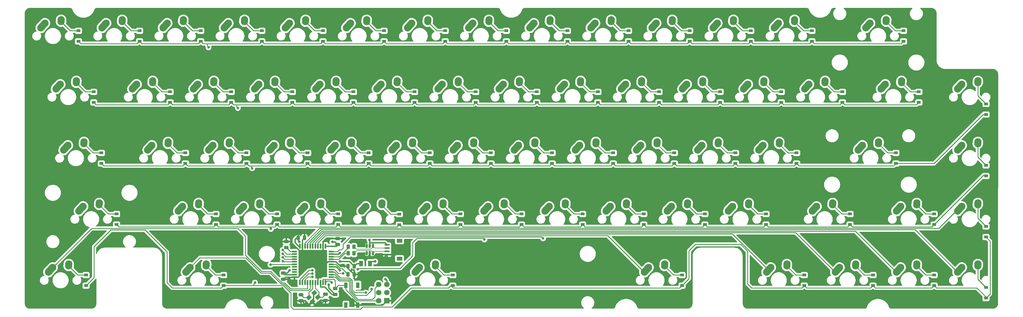
<source format=gbr>
G04 #@! TF.GenerationSoftware,KiCad,Pcbnew,(6.0.1)*
G04 #@! TF.CreationDate,2022-06-09T20:43:53-07:00*
G04 #@! TF.ProjectId,artemis-65,61727465-6d69-4732-9d36-352e6b696361,rev?*
G04 #@! TF.SameCoordinates,Original*
G04 #@! TF.FileFunction,Copper,L2,Bot*
G04 #@! TF.FilePolarity,Positive*
%FSLAX46Y46*%
G04 Gerber Fmt 4.6, Leading zero omitted, Abs format (unit mm)*
G04 Created by KiCad (PCBNEW (6.0.1)) date 2022-06-09 20:43:53*
%MOMM*%
%LPD*%
G01*
G04 APERTURE LIST*
G04 Aperture macros list*
%AMRoundRect*
0 Rectangle with rounded corners*
0 $1 Rounding radius*
0 $2 $3 $4 $5 $6 $7 $8 $9 X,Y pos of 4 corners*
0 Add a 4 corners polygon primitive as box body*
4,1,4,$2,$3,$4,$5,$6,$7,$8,$9,$2,$3,0*
0 Add four circle primitives for the rounded corners*
1,1,$1+$1,$2,$3*
1,1,$1+$1,$4,$5*
1,1,$1+$1,$6,$7*
1,1,$1+$1,$8,$9*
0 Add four rect primitives between the rounded corners*
20,1,$1+$1,$2,$3,$4,$5,0*
20,1,$1+$1,$4,$5,$6,$7,0*
20,1,$1+$1,$6,$7,$8,$9,0*
20,1,$1+$1,$8,$9,$2,$3,0*%
%AMHorizOval*
0 Thick line with rounded ends*
0 $1 width*
0 $2 $3 position (X,Y) of the first rounded end (center of the circle)*
0 $4 $5 position (X,Y) of the second rounded end (center of the circle)*
0 Add line between two ends*
20,1,$1,$2,$3,$4,$5,0*
0 Add two circle primitives to create the rounded ends*
1,1,$1,$2,$3*
1,1,$1,$4,$5*%
%AMRotRect*
0 Rectangle, with rotation*
0 The origin of the aperture is its center*
0 $1 length*
0 $2 width*
0 $3 Rotation angle, in degrees counterclockwise*
0 Add horizontal line*
21,1,$1,$2,0,0,$3*%
G04 Aperture macros list end*
G04 #@! TA.AperFunction,ComponentPad*
%ADD10HorizOval,2.250000X0.655001X0.730000X-0.655001X-0.730000X0*%
G04 #@! TD*
G04 #@! TA.AperFunction,ComponentPad*
%ADD11C,2.250000*%
G04 #@! TD*
G04 #@! TA.AperFunction,ComponentPad*
%ADD12HorizOval,2.250000X0.020000X0.290000X-0.020000X-0.290000X0*%
G04 #@! TD*
G04 #@! TA.AperFunction,ComponentPad*
%ADD13C,1.700000*%
G04 #@! TD*
G04 #@! TA.AperFunction,ComponentPad*
%ADD14R,1.700000X1.700000*%
G04 #@! TD*
G04 #@! TA.AperFunction,SMDPad,CuDef*
%ADD15R,1.200000X0.900000*%
G04 #@! TD*
G04 #@! TA.AperFunction,SMDPad,CuDef*
%ADD16RoundRect,0.250000X0.475000X-0.250000X0.475000X0.250000X-0.475000X0.250000X-0.475000X-0.250000X0*%
G04 #@! TD*
G04 #@! TA.AperFunction,SMDPad,CuDef*
%ADD17RoundRect,0.250000X0.450000X-0.262500X0.450000X0.262500X-0.450000X0.262500X-0.450000X-0.262500X0*%
G04 #@! TD*
G04 #@! TA.AperFunction,SMDPad,CuDef*
%ADD18R,1.100000X1.800000*%
G04 #@! TD*
G04 #@! TA.AperFunction,SMDPad,CuDef*
%ADD19RoundRect,0.150000X0.150000X-0.512500X0.150000X0.512500X-0.150000X0.512500X-0.150000X-0.512500X0*%
G04 #@! TD*
G04 #@! TA.AperFunction,SMDPad,CuDef*
%ADD20R,1.500000X0.550000*%
G04 #@! TD*
G04 #@! TA.AperFunction,SMDPad,CuDef*
%ADD21R,0.550000X1.500000*%
G04 #@! TD*
G04 #@! TA.AperFunction,SMDPad,CuDef*
%ADD22RotRect,1.400000X1.200000X40.000000*%
G04 #@! TD*
G04 #@! TA.AperFunction,SMDPad,CuDef*
%ADD23RoundRect,0.250000X0.250000X0.475000X-0.250000X0.475000X-0.250000X-0.475000X0.250000X-0.475000X0*%
G04 #@! TD*
G04 #@! TA.AperFunction,SMDPad,CuDef*
%ADD24RoundRect,0.250000X0.262500X0.450000X-0.262500X0.450000X-0.262500X-0.450000X0.262500X-0.450000X0*%
G04 #@! TD*
G04 #@! TA.AperFunction,SMDPad,CuDef*
%ADD25RoundRect,0.250000X0.375000X0.625000X-0.375000X0.625000X-0.375000X-0.625000X0.375000X-0.625000X0*%
G04 #@! TD*
G04 #@! TA.AperFunction,SMDPad,CuDef*
%ADD26RoundRect,0.250000X-0.250000X-0.475000X0.250000X-0.475000X0.250000X0.475000X-0.250000X0.475000X0*%
G04 #@! TD*
G04 #@! TA.AperFunction,SMDPad,CuDef*
%ADD27RoundRect,0.250000X-0.475000X0.250000X-0.475000X-0.250000X0.475000X-0.250000X0.475000X0.250000X0*%
G04 #@! TD*
G04 #@! TA.AperFunction,SMDPad,CuDef*
%ADD28R,1.800000X1.200000*%
G04 #@! TD*
G04 #@! TA.AperFunction,SMDPad,CuDef*
%ADD29R,1.550000X0.600000*%
G04 #@! TD*
G04 #@! TA.AperFunction,ViaPad*
%ADD30C,0.800000*%
G04 #@! TD*
G04 #@! TA.AperFunction,Conductor*
%ADD31C,0.250000*%
G04 #@! TD*
G04 #@! TA.AperFunction,Conductor*
%ADD32C,0.381000*%
G04 #@! TD*
G04 #@! TA.AperFunction,Conductor*
%ADD33C,0.200000*%
G04 #@! TD*
G04 APERTURE END LIST*
D10*
X173851251Y-61023750D03*
D11*
X174506250Y-60293750D03*
X179546250Y-59213750D03*
D12*
X179526250Y-59503750D03*
D10*
X92888751Y-41973750D03*
D11*
X93543750Y-41243750D03*
X98583750Y-40163750D03*
D12*
X98563750Y-40453750D03*
D10*
X40501251Y-61023750D03*
D11*
X41156250Y-60293750D03*
D12*
X46176250Y-59503750D03*
D11*
X46196250Y-59213750D03*
X203081250Y-79343750D03*
D10*
X202426251Y-80073750D03*
D11*
X208121250Y-78263750D03*
D12*
X208101250Y-78553750D03*
D11*
X264993750Y-22193750D03*
D10*
X264338751Y-22923750D03*
D12*
X270013750Y-21403750D03*
D11*
X270033750Y-21113750D03*
D10*
X121463751Y-22923750D03*
D11*
X122118750Y-22193750D03*
X127158750Y-21113750D03*
D12*
X127138750Y-21403750D03*
D10*
X207188751Y-41973750D03*
D11*
X207843750Y-41243750D03*
D12*
X212863750Y-40453750D03*
D11*
X212883750Y-40163750D03*
X269756250Y-41243750D03*
D10*
X269101251Y-41973750D03*
D12*
X274776250Y-40453750D03*
D11*
X274796250Y-40163750D03*
D10*
X261957501Y-61023750D03*
D11*
X262612500Y-60293750D03*
X267652500Y-59213750D03*
D12*
X267632500Y-59503750D03*
D10*
X292913751Y-41973750D03*
D11*
X293568750Y-41243750D03*
X298608750Y-40163750D03*
D12*
X298588750Y-40453750D03*
D10*
X169088751Y-41973750D03*
D11*
X169743750Y-41243750D03*
D12*
X174763750Y-40453750D03*
D11*
X174783750Y-40163750D03*
D10*
X273863751Y-80073750D03*
D11*
X274518750Y-79343750D03*
D12*
X279538750Y-78553750D03*
D11*
X279558750Y-78263750D03*
X236418750Y-22193750D03*
D10*
X235763751Y-22923750D03*
D11*
X241458750Y-21113750D03*
D12*
X241438750Y-21403750D03*
D10*
X292913751Y-61023750D03*
D11*
X293568750Y-60293750D03*
D12*
X298588750Y-59503750D03*
D11*
X298608750Y-59213750D03*
X141168750Y-22193750D03*
D10*
X140513751Y-22923750D03*
D11*
X146208750Y-21113750D03*
D12*
X146188750Y-21403750D03*
D11*
X198318750Y-22193750D03*
D10*
X197663751Y-22923750D03*
D12*
X203338750Y-21403750D03*
D11*
X203358750Y-21113750D03*
D10*
X254813751Y-99123750D03*
D11*
X255468750Y-98393750D03*
D12*
X260488750Y-97603750D03*
D11*
X260508750Y-97313750D03*
D10*
X221476251Y-80073750D03*
D11*
X222131250Y-79343750D03*
D12*
X227151250Y-78553750D03*
D11*
X227171250Y-78263750D03*
D10*
X102413751Y-22923750D03*
D11*
X103068750Y-22193750D03*
X108108750Y-21113750D03*
D12*
X108088750Y-21403750D03*
D10*
X64313751Y-22923750D03*
D11*
X64968750Y-22193750D03*
X70008750Y-21113750D03*
D12*
X69988750Y-21403750D03*
D10*
X9545001Y-99123750D03*
D11*
X10200000Y-98393750D03*
D12*
X15220000Y-97603750D03*
D11*
X15240000Y-97313750D03*
D10*
X150038751Y-41973750D03*
D11*
X150693750Y-41243750D03*
X155733750Y-40163750D03*
D12*
X155713750Y-40453750D03*
D11*
X12581250Y-41243750D03*
D10*
X11926251Y-41973750D03*
D12*
X17601250Y-40453750D03*
D11*
X17621250Y-40163750D03*
D10*
X245288751Y-41973750D03*
D11*
X245943750Y-41243750D03*
X250983750Y-40163750D03*
D12*
X250963750Y-40453750D03*
D11*
X145931250Y-79343750D03*
D10*
X145276251Y-80073750D03*
D12*
X150951250Y-78553750D03*
D11*
X150971250Y-78263750D03*
D10*
X97651251Y-61023750D03*
D11*
X98306250Y-60293750D03*
X103346250Y-59213750D03*
D12*
X103326250Y-59503750D03*
D11*
X131643750Y-41243750D03*
D10*
X130988751Y-41973750D03*
D11*
X136683750Y-40163750D03*
D12*
X136663750Y-40453750D03*
D11*
X107831250Y-79343750D03*
D10*
X107176251Y-80073750D03*
D11*
X112871250Y-78263750D03*
D12*
X112851250Y-78553750D03*
D10*
X88126251Y-80073750D03*
D11*
X88781250Y-79343750D03*
D12*
X93801250Y-78553750D03*
D11*
X93821250Y-78263750D03*
D10*
X52407501Y-99123750D03*
D11*
X53062500Y-98393750D03*
D12*
X58082500Y-97603750D03*
D11*
X58102500Y-97313750D03*
D10*
X273863751Y-99123750D03*
D11*
X274518750Y-98393750D03*
X279558750Y-97313750D03*
D12*
X279538750Y-97603750D03*
D11*
X124500000Y-98393750D03*
D10*
X123845001Y-99123750D03*
D11*
X129540000Y-97313750D03*
D12*
X129520000Y-97603750D03*
D11*
X14962500Y-60293750D03*
D10*
X14307501Y-61023750D03*
D11*
X20002500Y-59213750D03*
D12*
X19982500Y-59503750D03*
D10*
X26213751Y-22923750D03*
D11*
X26868750Y-22193750D03*
X31908750Y-21113750D03*
D12*
X31888750Y-21403750D03*
D11*
X234037500Y-98393750D03*
D10*
X233382501Y-99123750D03*
D12*
X239057500Y-97603750D03*
D11*
X239077500Y-97313750D03*
D10*
X73838751Y-41973750D03*
D11*
X74493750Y-41243750D03*
D12*
X79513750Y-40453750D03*
D11*
X79533750Y-40163750D03*
D10*
X231001251Y-61023750D03*
D11*
X231656250Y-60293750D03*
X236696250Y-59213750D03*
D12*
X236676250Y-59503750D03*
D11*
X184031250Y-79343750D03*
D10*
X183376251Y-80073750D03*
D11*
X189071250Y-78263750D03*
D12*
X189051250Y-78553750D03*
D11*
X136406250Y-60293750D03*
D10*
X135751251Y-61023750D03*
D12*
X141426250Y-59503750D03*
D11*
X141446250Y-59213750D03*
D10*
X69076251Y-80073750D03*
D11*
X69731250Y-79343750D03*
X74771250Y-78263750D03*
D12*
X74751250Y-78553750D03*
D11*
X293568750Y-98393750D03*
D10*
X292913751Y-99123750D03*
D12*
X298588750Y-97603750D03*
D11*
X298608750Y-97313750D03*
X160218750Y-22193750D03*
D10*
X159563751Y-22923750D03*
D12*
X165238750Y-21403750D03*
D11*
X165258750Y-21113750D03*
D10*
X19070001Y-80073750D03*
D11*
X19725000Y-79343750D03*
X24765000Y-78263750D03*
D12*
X24745000Y-78553750D03*
D13*
X111810800Y-103694300D03*
X114350800Y-103694300D03*
X111810800Y-106234300D03*
X114350800Y-106234300D03*
X111810800Y-108774300D03*
D14*
X114350800Y-108774300D03*
D11*
X84018750Y-22193750D03*
D10*
X83363751Y-22923750D03*
D12*
X89038750Y-21403750D03*
D11*
X89058750Y-21113750D03*
X212606250Y-60293750D03*
D10*
X211951251Y-61023750D03*
D11*
X217646250Y-59213750D03*
D12*
X217626250Y-59503750D03*
D11*
X112593750Y-41243750D03*
D10*
X111938751Y-41973750D03*
D12*
X117613750Y-40453750D03*
D11*
X117633750Y-40163750D03*
D10*
X78601251Y-61023750D03*
D11*
X79256250Y-60293750D03*
D12*
X84276250Y-59503750D03*
D11*
X84296250Y-59213750D03*
D10*
X50026251Y-80073750D03*
D11*
X50681250Y-79343750D03*
D12*
X55701250Y-78553750D03*
D11*
X55721250Y-78263750D03*
D10*
X164326251Y-80073750D03*
D11*
X164981250Y-79343750D03*
D12*
X170001250Y-78553750D03*
D11*
X170021250Y-78263750D03*
D10*
X59551251Y-61023750D03*
D11*
X60206250Y-60293750D03*
X65246250Y-59213750D03*
D12*
X65226250Y-59503750D03*
D11*
X217368750Y-22193750D03*
D10*
X216713751Y-22923750D03*
D11*
X222408750Y-21113750D03*
D12*
X222388750Y-21403750D03*
D11*
X188793750Y-41243750D03*
D10*
X188138751Y-41973750D03*
D12*
X193813750Y-40453750D03*
D11*
X193833750Y-40163750D03*
X195937500Y-98393750D03*
D10*
X195282501Y-99123750D03*
D11*
X200977500Y-97313750D03*
D12*
X200957500Y-97603750D03*
D11*
X7818750Y-22193750D03*
D10*
X7163751Y-22923750D03*
D11*
X12858750Y-21113750D03*
D12*
X12838750Y-21403750D03*
D10*
X292913751Y-80073750D03*
D11*
X293568750Y-79343750D03*
X298608750Y-78263750D03*
D12*
X298588750Y-78553750D03*
D11*
X248325000Y-79343750D03*
D10*
X247670001Y-80073750D03*
D11*
X253365000Y-78263750D03*
D12*
X253345000Y-78553750D03*
D11*
X55443750Y-41243750D03*
D10*
X54788751Y-41973750D03*
D11*
X60483750Y-40163750D03*
D12*
X60463750Y-40453750D03*
D11*
X45918750Y-22193750D03*
D10*
X45263751Y-22923750D03*
D11*
X50958750Y-21113750D03*
D12*
X50938750Y-21403750D03*
D10*
X178613751Y-22923750D03*
D11*
X179268750Y-22193750D03*
X184308750Y-21113750D03*
D12*
X184288750Y-21403750D03*
D10*
X154801251Y-61023750D03*
D11*
X155456250Y-60293750D03*
D12*
X160476250Y-59503750D03*
D11*
X160496250Y-59213750D03*
X126881250Y-79343750D03*
D10*
X126226251Y-80073750D03*
D11*
X131921250Y-78263750D03*
D12*
X131901250Y-78553750D03*
D11*
X193556250Y-60293750D03*
D10*
X192901251Y-61023750D03*
D11*
X198596250Y-59213750D03*
D12*
X198576250Y-59503750D03*
D11*
X36393750Y-41243750D03*
D10*
X35738751Y-41973750D03*
D11*
X41433750Y-40163750D03*
D12*
X41413750Y-40453750D03*
D11*
X117356250Y-60293750D03*
D10*
X116701251Y-61023750D03*
D11*
X122396250Y-59213750D03*
D12*
X122376250Y-59503750D03*
D10*
X226238751Y-41973750D03*
D11*
X226893750Y-41243750D03*
D12*
X231913750Y-40453750D03*
D11*
X231933750Y-40163750D03*
D15*
X280193750Y-46893750D03*
X280193750Y-43593750D03*
X103981250Y-46893750D03*
X103981250Y-43593750D03*
X89693750Y-65943750D03*
X89693750Y-62643750D03*
X20637500Y-104043750D03*
X20637500Y-100743750D03*
X284956250Y-104043750D03*
X284956250Y-100743750D03*
X134937500Y-104043750D03*
X134937500Y-100743750D03*
D16*
X99060000Y-91247000D03*
X99060000Y-89347000D03*
D15*
X56356250Y-27843750D03*
X56356250Y-24543750D03*
X156368750Y-84993750D03*
X156368750Y-81693750D03*
X84931250Y-46893750D03*
X84931250Y-43593750D03*
D17*
X98298000Y-106779700D03*
X98298000Y-104954700D03*
D15*
X25400000Y-65943750D03*
X25400000Y-62643750D03*
X208756250Y-27843750D03*
X208756250Y-24543750D03*
D18*
X105329600Y-110135600D03*
X101629600Y-103935600D03*
X101629600Y-110135600D03*
X105329600Y-103935600D03*
D15*
X175418750Y-84993750D03*
X175418750Y-81693750D03*
D16*
X95250000Y-108646000D03*
X95250000Y-106746000D03*
D19*
X110017600Y-93974500D03*
X109067600Y-93974500D03*
X108117600Y-93974500D03*
X108117600Y-91699500D03*
X109067600Y-91699500D03*
X110017600Y-91699500D03*
D15*
X265906250Y-104043750D03*
X265906250Y-100743750D03*
X237331250Y-46893750D03*
X237331250Y-43593750D03*
X113506250Y-27843750D03*
X113506250Y-24543750D03*
X232568750Y-84993750D03*
X232568750Y-81693750D03*
X258762500Y-84993750D03*
X258762500Y-81693750D03*
X142081250Y-46893750D03*
X142081250Y-43593750D03*
X61118750Y-84993750D03*
X61118750Y-81693750D03*
X256381250Y-46893750D03*
X256381250Y-43593750D03*
D20*
X96981250Y-93409000D03*
X96981250Y-94209000D03*
X96981250Y-95009000D03*
X96981250Y-95809000D03*
X96981250Y-96609000D03*
X96981250Y-97409000D03*
X96981250Y-98209000D03*
X96981250Y-99009000D03*
X96981250Y-99809000D03*
X96981250Y-100609000D03*
X96981250Y-101409000D03*
D21*
X95281250Y-103109000D03*
X94481250Y-103109000D03*
X93681250Y-103109000D03*
X92881250Y-103109000D03*
X92081250Y-103109000D03*
X91281250Y-103109000D03*
X90481250Y-103109000D03*
X89681250Y-103109000D03*
X88881250Y-103109000D03*
X88081250Y-103109000D03*
X87281250Y-103109000D03*
D20*
X85581250Y-101409000D03*
X85581250Y-100609000D03*
X85581250Y-99809000D03*
X85581250Y-99009000D03*
X85581250Y-98209000D03*
X85581250Y-97409000D03*
X85581250Y-96609000D03*
X85581250Y-95809000D03*
X85581250Y-95009000D03*
X85581250Y-94209000D03*
X85581250Y-93409000D03*
D21*
X87281250Y-91709000D03*
X88081250Y-91709000D03*
X88881250Y-91709000D03*
X89681250Y-91709000D03*
X90481250Y-91709000D03*
X91281250Y-91709000D03*
X92081250Y-91709000D03*
X92881250Y-91709000D03*
X93681250Y-91709000D03*
X94481250Y-91709000D03*
X95281250Y-91709000D03*
D15*
X165893750Y-65943750D03*
X165893750Y-62643750D03*
X151606250Y-27843750D03*
X151606250Y-24543750D03*
X189706250Y-27843750D03*
X189706250Y-24543750D03*
X123031250Y-46893750D03*
X123031250Y-43593750D03*
X108743750Y-65943750D03*
X108743750Y-62643750D03*
X275431250Y-27843750D03*
X275431250Y-24543750D03*
D22*
X90050982Y-107751929D03*
X91736279Y-106337796D03*
X92829018Y-107640071D03*
X91143721Y-109054204D03*
D15*
X213518750Y-84993750D03*
X213518750Y-81693750D03*
X180181250Y-46893750D03*
X180181250Y-43593750D03*
X273050000Y-65943750D03*
X273050000Y-62643750D03*
X37306250Y-27843750D03*
X37306250Y-24543750D03*
X206375000Y-104043750D03*
X206375000Y-100743750D03*
X203993750Y-65943750D03*
X203993750Y-62643750D03*
X18256250Y-27843750D03*
X18256250Y-24543750D03*
X170656250Y-27843750D03*
X170656250Y-24543750D03*
X246856250Y-27843750D03*
X246856250Y-24543750D03*
X301117000Y-50672000D03*
X301117000Y-47372000D03*
X227806250Y-27843750D03*
X227806250Y-24543750D03*
X146843750Y-65943750D03*
X146843750Y-62643750D03*
D17*
X83058000Y-92149300D03*
X83058000Y-90324300D03*
D15*
X301117000Y-69849000D03*
X301117000Y-66549000D03*
X244475000Y-104043750D03*
X244475000Y-100743750D03*
D16*
X87630000Y-108773000D03*
X87630000Y-106873000D03*
D15*
X161131250Y-46893750D03*
X161131250Y-43593750D03*
X99218750Y-84993750D03*
X99218750Y-81693750D03*
X301117000Y-88899000D03*
X301117000Y-85599000D03*
X70643750Y-65943750D03*
X70643750Y-62643750D03*
X284956250Y-84993750D03*
X284956250Y-81693750D03*
X301117000Y-107949000D03*
X301117000Y-104649000D03*
X132556250Y-27843750D03*
X132556250Y-24543750D03*
X137318750Y-84993750D03*
X137318750Y-81693750D03*
X65881250Y-46893750D03*
X65881250Y-43593750D03*
X23018750Y-46893750D03*
X23018750Y-43593750D03*
X223043750Y-65943750D03*
X223043750Y-62643750D03*
X30162500Y-84993750D03*
X30162500Y-81693750D03*
D23*
X104201000Y-98044000D03*
X102301000Y-98044000D03*
D15*
X218281250Y-46893750D03*
X218281250Y-43593750D03*
D24*
X104163500Y-93980000D03*
X102338500Y-93980000D03*
D15*
X46831250Y-46893750D03*
X46831250Y-43593750D03*
X184943750Y-65943750D03*
X184943750Y-62643750D03*
X242093750Y-65943750D03*
X242093750Y-62643750D03*
X80168750Y-84993750D03*
X80168750Y-81693750D03*
D25*
X109096000Y-97155000D03*
X106296000Y-97155000D03*
D15*
X75406250Y-27843750D03*
X75406250Y-24543750D03*
D26*
X102301000Y-100584000D03*
X104201000Y-100584000D03*
D15*
X118268750Y-85056250D03*
X118268750Y-81756250D03*
X127793750Y-65943750D03*
X127793750Y-62643750D03*
D27*
X82143600Y-100142000D03*
X82143600Y-102042000D03*
D15*
X94456250Y-27843750D03*
X94456250Y-24543750D03*
X63500000Y-104043750D03*
X63500000Y-100743750D03*
X194468750Y-84993750D03*
X194468750Y-81693750D03*
X51593750Y-65943750D03*
X51593750Y-62643750D03*
D26*
X86781600Y-89154000D03*
X88681600Y-89154000D03*
D28*
X118336000Y-90037000D03*
X118336000Y-95637000D03*
D29*
X114461000Y-91337000D03*
X114461000Y-92337000D03*
X114461000Y-93337000D03*
X114461000Y-94337000D03*
D15*
X199231250Y-46893750D03*
X199231250Y-43593750D03*
D24*
X104163500Y-91948000D03*
X102338500Y-91948000D03*
D30*
X67437000Y-87249000D03*
X106172000Y-89789000D03*
X89154000Y-94234000D03*
X93218000Y-97282000D03*
X303022000Y-109347000D03*
X101092000Y-98044000D03*
X82677000Y-77216000D03*
X106934000Y-104902000D03*
X224409000Y-88519000D03*
X3556000Y-19558000D03*
X106553000Y-95250000D03*
X93218000Y-94234000D03*
X89154000Y-97282000D03*
X81788000Y-104902000D03*
X97409000Y-90424000D03*
X113919000Y-102108000D03*
X99695000Y-96520000D03*
X84049000Y-99314000D03*
X99695000Y-99314000D03*
X96266000Y-103759000D03*
X87122000Y-90424000D03*
X99695000Y-93853000D03*
X58801000Y-29718000D03*
X81915000Y-92964000D03*
X67945000Y-48641000D03*
X81915000Y-94107000D03*
X81915000Y-95250000D03*
X72390000Y-67437000D03*
X78232000Y-86360000D03*
X81915000Y-96393000D03*
X73279000Y-103124000D03*
X78105000Y-97536000D03*
X108966000Y-89789000D03*
X110744000Y-96520000D03*
X107823000Y-106230480D03*
X109601000Y-105156000D03*
X91186000Y-101346000D03*
X91186000Y-100330000D03*
X91186000Y-99314000D03*
X97155000Y-103124000D03*
X105283000Y-98933000D03*
X100711000Y-100203000D03*
X144780000Y-89662000D03*
X163068000Y-89281000D03*
D31*
X98518348Y-97409000D02*
X99698837Y-98589489D01*
X96981250Y-97409000D02*
X98518348Y-97409000D01*
X99698837Y-98589489D02*
X100306489Y-98589489D01*
X100306489Y-98589489D02*
X102301000Y-100584000D01*
D32*
X87195272Y-93218000D02*
X84301572Y-90324300D01*
X92881250Y-103109000D02*
X92881250Y-99703978D01*
X91736279Y-106337796D02*
X91596123Y-106337796D01*
X94481250Y-96005250D02*
X95530614Y-97054614D01*
X85581250Y-101409000D02*
X82776600Y-101409000D01*
X92881250Y-99703978D02*
X94387614Y-98197614D01*
X95250000Y-108646000D02*
X99380000Y-108646000D01*
X88773000Y-109982000D02*
X90356081Y-109982000D01*
X95326200Y-108762800D02*
X94843600Y-108762800D01*
X89027000Y-94234000D02*
X93218000Y-94234000D01*
X88081250Y-92840000D02*
X87703250Y-93218000D01*
X95530614Y-97054614D02*
X95976228Y-96609000D01*
X101092000Y-98044000D02*
X99881696Y-98044000D01*
X85581250Y-101409000D02*
X86712250Y-101409000D01*
X82776600Y-101409000D02*
X82143600Y-102042000D01*
X88081250Y-89754350D02*
X88681600Y-89154000D01*
X94481250Y-91709000D02*
X94481250Y-90578000D01*
X109067600Y-94379992D02*
X108197592Y-95250000D01*
X95976228Y-96609000D02*
X96981250Y-96609000D01*
X102301000Y-98044000D02*
X102301000Y-98684000D01*
X109067600Y-94589600D02*
X109067600Y-93974500D01*
X93218000Y-94234000D02*
X94481250Y-95497250D01*
X99949000Y-108077000D02*
X103621000Y-108077000D01*
X94481250Y-95497250D02*
X94481250Y-96005250D01*
X88081250Y-91709000D02*
X88081250Y-92840000D01*
X95712250Y-89347000D02*
X99060000Y-89347000D01*
X88081250Y-91709000D02*
X88081250Y-89754350D01*
X102301000Y-98044000D02*
X101092000Y-98044000D01*
X99881696Y-98044000D02*
X98446696Y-96609000D01*
X94481250Y-91709000D02*
X94481250Y-95497250D01*
X91510557Y-108827524D02*
X91510557Y-106563518D01*
X88081250Y-91709000D02*
X88081250Y-93288250D01*
X94481250Y-90578000D02*
X95712250Y-89347000D01*
X91263223Y-109074858D02*
X92297365Y-110109000D01*
X113548000Y-95250000D02*
X109982000Y-95250000D01*
X109067600Y-93974500D02*
X109067600Y-94379992D01*
X109728000Y-95250000D02*
X109067600Y-94589600D01*
X89923636Y-98197614D02*
X94387614Y-98197614D01*
X90356081Y-109982000D02*
X91263223Y-109074858D01*
X105329600Y-109785600D02*
X105329600Y-110135600D01*
X108197592Y-95250000D02*
X106553000Y-95250000D01*
X91263223Y-109074858D02*
X91510557Y-108827524D01*
X88773000Y-109982000D02*
X88392000Y-109601000D01*
X86712250Y-101409000D02*
X89923636Y-98197614D01*
X84301572Y-90324300D02*
X83058000Y-90324300D01*
X109982000Y-95250000D02*
X109728000Y-95250000D01*
X99380000Y-108646000D02*
X99949000Y-108077000D01*
X87703250Y-93218000D02*
X87195272Y-93218000D01*
X103621000Y-108077000D02*
X105329600Y-109785600D01*
X105329600Y-110135600D02*
X112989500Y-110135600D01*
X88392000Y-109601000D02*
X88392000Y-108773000D01*
X88081250Y-93288250D02*
X89027000Y-94234000D01*
X94387614Y-98197614D02*
X95530614Y-97054614D01*
X112989500Y-110135600D02*
X114350800Y-108774300D01*
X93497400Y-110109000D02*
X94843600Y-108762800D01*
X98446696Y-96609000D02*
X96981250Y-96609000D01*
X92297365Y-110109000D02*
X93497400Y-110109000D01*
X114461000Y-94337000D02*
X113548000Y-95250000D01*
X102301000Y-98684000D02*
X104201000Y-100584000D01*
X83221000Y-100142000D02*
X84049000Y-99314000D01*
X96981250Y-98209000D02*
X98590000Y-98209000D01*
X105090000Y-97155000D02*
X104201000Y-98044000D01*
X97280028Y-106779700D02*
X98298000Y-106779700D01*
X106296000Y-97155000D02*
X105090000Y-97155000D01*
X98598000Y-91709000D02*
X95281250Y-91709000D01*
X94984384Y-104484056D02*
X97280028Y-106779700D01*
X82610600Y-100609000D02*
X82143600Y-100142000D01*
X104201000Y-98044000D02*
X102677000Y-96520000D01*
X85725000Y-90551000D02*
X85725000Y-89662000D01*
X93681250Y-103109000D02*
X93681250Y-104484056D01*
X93681250Y-104484056D02*
X94984384Y-104484056D01*
X98237000Y-90424000D02*
X99060000Y-91247000D01*
X99339000Y-94209000D02*
X99695000Y-93853000D01*
X98590000Y-98209000D02*
X99695000Y-99314000D01*
X96266000Y-103759000D02*
X96266000Y-104747700D01*
X86781600Y-90083600D02*
X87122000Y-90424000D01*
X85725000Y-89662000D02*
X86233000Y-89154000D01*
X82143600Y-100142000D02*
X83221000Y-100142000D01*
X85581250Y-100609000D02*
X82610600Y-100609000D01*
X86883000Y-91709000D02*
X85725000Y-90551000D01*
X97409000Y-90424000D02*
X98237000Y-90424000D01*
X114350800Y-102412800D02*
X113982500Y-102044500D01*
X86233000Y-89154000D02*
X86781600Y-89154000D01*
X102677000Y-96520000D02*
X99695000Y-96520000D01*
X86781600Y-89154000D02*
X86781600Y-90083600D01*
X87281250Y-91709000D02*
X86883000Y-91709000D01*
X96981250Y-94209000D02*
X99339000Y-94209000D01*
X114350800Y-103694300D02*
X114350800Y-102412800D01*
X96266000Y-104747700D02*
X98298000Y-106779700D01*
X99060000Y-91247000D02*
X98598000Y-91709000D01*
D31*
X92081250Y-103109000D02*
X92081250Y-104908250D01*
X93218000Y-106045000D02*
X93218000Y-107251089D01*
X92081250Y-104908250D02*
X93218000Y-106045000D01*
X94355929Y-107640071D02*
X95250000Y-106746000D01*
X93218000Y-107251089D02*
X92829018Y-107640071D01*
X92829018Y-107640071D02*
X94355929Y-107640071D01*
X88508929Y-107751929D02*
X87630000Y-106873000D01*
X91281250Y-103109000D02*
X91281250Y-104933750D01*
X90050982Y-106164018D02*
X90050982Y-107751929D01*
X90050982Y-107751929D02*
X88508929Y-107751929D01*
X91281250Y-104933750D02*
X90050982Y-106164018D01*
X208037829Y-28562171D02*
X208756250Y-27843750D01*
X150887829Y-28562171D02*
X151606250Y-27843750D01*
X169937829Y-28562171D02*
X170656250Y-27843750D01*
X170656250Y-27843750D02*
X171374671Y-28562171D01*
X188987829Y-28562171D02*
X189706250Y-27843750D01*
X83160000Y-94209000D02*
X81915000Y-92964000D01*
X208756250Y-27843750D02*
X209474671Y-28562171D01*
X55637829Y-28562171D02*
X56356250Y-27843750D01*
X114224671Y-28562171D02*
X131837829Y-28562171D01*
X151606250Y-27843750D02*
X152324671Y-28562171D01*
X227087829Y-28562171D02*
X227806250Y-27843750D01*
X94456250Y-27843750D02*
X95174671Y-28562171D01*
X74687829Y-28562171D02*
X75406250Y-27843750D01*
X56356250Y-27843750D02*
X57074671Y-28562171D01*
X132556250Y-27843750D02*
X133274671Y-28562171D01*
X18974671Y-28562171D02*
X36587829Y-28562171D01*
X58432829Y-28562171D02*
X58432829Y-29349829D01*
X18256250Y-27843750D02*
X18974671Y-28562171D01*
X113506250Y-27843750D02*
X114224671Y-28562171D01*
X228524671Y-28562171D02*
X246137829Y-28562171D01*
X93737829Y-28562171D02*
X94456250Y-27843750D01*
X38024671Y-28562171D02*
X55637829Y-28562171D01*
X58432829Y-28562171D02*
X74687829Y-28562171D01*
X112787829Y-28562171D02*
X113506250Y-27843750D01*
X133274671Y-28562171D02*
X150887829Y-28562171D01*
X36587829Y-28562171D02*
X37306250Y-27843750D01*
X95174671Y-28562171D02*
X112787829Y-28562171D01*
X190424671Y-28562171D02*
X208037829Y-28562171D01*
X247574671Y-28562171D02*
X274712829Y-28562171D01*
X246856250Y-27843750D02*
X247574671Y-28562171D01*
X37306250Y-27843750D02*
X38024671Y-28562171D01*
X189706250Y-27843750D02*
X190424671Y-28562171D01*
X152324671Y-28562171D02*
X169937829Y-28562171D01*
X171374671Y-28562171D02*
X188987829Y-28562171D01*
X58432829Y-29349829D02*
X58801000Y-29718000D01*
X274712829Y-28562171D02*
X275431250Y-27843750D01*
X76124671Y-28562171D02*
X93737829Y-28562171D01*
X209474671Y-28562171D02*
X227087829Y-28562171D01*
X85581250Y-94209000D02*
X83160000Y-94209000D01*
X75406250Y-27843750D02*
X76124671Y-28562171D01*
X246137829Y-28562171D02*
X246856250Y-27843750D01*
X57074671Y-28562171D02*
X58432829Y-28562171D01*
X227806250Y-27843750D02*
X228524671Y-28562171D01*
X131837829Y-28562171D02*
X132556250Y-27843750D01*
X12818750Y-21693750D02*
X15668750Y-24543750D01*
X15668750Y-24543750D02*
X18256250Y-24543750D01*
X256381250Y-46893750D02*
X257099671Y-47612171D01*
X46831250Y-46893750D02*
X47549671Y-47612171D01*
X123749671Y-47612171D02*
X141362829Y-47612171D01*
X217562829Y-47612171D02*
X218281250Y-46893750D01*
X84212829Y-47612171D02*
X84931250Y-46893750D01*
X82817000Y-95009000D02*
X81915000Y-94107000D01*
X279475329Y-47612171D02*
X280193750Y-46893750D01*
X199949671Y-47612171D02*
X217562829Y-47612171D01*
X236612829Y-47612171D02*
X237331250Y-46893750D01*
X142081250Y-46893750D02*
X142799671Y-47612171D01*
X23737171Y-47612171D02*
X46112829Y-47612171D01*
X67576829Y-47612171D02*
X67576829Y-48272829D01*
X161849671Y-47612171D02*
X179462829Y-47612171D01*
X23018750Y-46893750D02*
X23737171Y-47612171D01*
X160412829Y-47612171D02*
X161131250Y-46893750D01*
X85649671Y-47612171D02*
X103262829Y-47612171D01*
X257099671Y-47612171D02*
X279475329Y-47612171D01*
X180899671Y-47612171D02*
X198512829Y-47612171D01*
X237331250Y-46893750D02*
X238049671Y-47612171D01*
X161131250Y-46893750D02*
X161849671Y-47612171D01*
X66599671Y-47612171D02*
X67576829Y-47612171D01*
X123031250Y-46893750D02*
X123749671Y-47612171D01*
X141362829Y-47612171D02*
X142081250Y-46893750D01*
X85581250Y-95009000D02*
X82817000Y-95009000D01*
X180181250Y-46893750D02*
X180899671Y-47612171D01*
X104699671Y-47612171D02*
X122312829Y-47612171D01*
X65162829Y-47612171D02*
X65881250Y-46893750D01*
X198512829Y-47612171D02*
X199231250Y-46893750D01*
X255662829Y-47612171D02*
X256381250Y-46893750D01*
X142799671Y-47612171D02*
X160412829Y-47612171D01*
X65881250Y-46893750D02*
X66599671Y-47612171D01*
X199231250Y-46893750D02*
X199949671Y-47612171D01*
X122312829Y-47612171D02*
X123031250Y-46893750D01*
X103981250Y-46893750D02*
X104699671Y-47612171D01*
X218999671Y-47612171D02*
X236612829Y-47612171D01*
X84931250Y-46893750D02*
X85649671Y-47612171D01*
X238049671Y-47612171D02*
X255662829Y-47612171D01*
X103262829Y-47612171D02*
X103981250Y-46893750D01*
X67576829Y-48272829D02*
X67945000Y-48641000D01*
X67576829Y-47612171D02*
X84212829Y-47612171D01*
X179462829Y-47612171D02*
X180181250Y-46893750D01*
X46112829Y-47612171D02*
X46831250Y-46893750D01*
X218281250Y-46893750D02*
X218999671Y-47612171D01*
X47549671Y-47612171D02*
X65162829Y-47612171D01*
X17581250Y-40743750D02*
X20431250Y-43593750D01*
X20431250Y-43593750D02*
X23018750Y-43593750D01*
X146843750Y-65943750D02*
X147562171Y-66662171D01*
X51593750Y-65943750D02*
X52312171Y-66662171D01*
X72021829Y-67068829D02*
X72390000Y-67437000D01*
X128512171Y-66662171D02*
X146125329Y-66662171D01*
X69925329Y-66662171D02*
X70643750Y-65943750D01*
X89693750Y-65943750D02*
X90412171Y-66662171D01*
X71362171Y-66662171D02*
X72021829Y-66662171D01*
X90412171Y-66662171D02*
X108025329Y-66662171D01*
X85581250Y-95809000D02*
X82474000Y-95809000D01*
X25400000Y-65943750D02*
X26118421Y-66662171D01*
X127793750Y-65943750D02*
X128512171Y-66662171D01*
X108025329Y-66662171D02*
X108743750Y-65943750D01*
X184943750Y-65943750D02*
X185662171Y-66662171D01*
X109462171Y-66662171D02*
X127075329Y-66662171D01*
X147562171Y-66662171D02*
X165175329Y-66662171D01*
X273050000Y-65943750D02*
X284956250Y-65943750D01*
X108743750Y-65943750D02*
X109462171Y-66662171D01*
X146125329Y-66662171D02*
X146843750Y-65943750D01*
X300228000Y-50672000D02*
X301117000Y-50672000D01*
X203275329Y-66662171D02*
X203993750Y-65943750D01*
X88975329Y-66662171D02*
X89693750Y-65943750D01*
X284956250Y-65943750D02*
X300228000Y-50672000D01*
X82474000Y-95809000D02*
X81915000Y-95250000D01*
X241375329Y-66662171D02*
X242093750Y-65943750D01*
X185662171Y-66662171D02*
X203275329Y-66662171D01*
X242812171Y-66662171D02*
X272331579Y-66662171D01*
X272331579Y-66662171D02*
X273050000Y-65943750D01*
X52312171Y-66662171D02*
X69925329Y-66662171D01*
X166612171Y-66662171D02*
X184225329Y-66662171D01*
X222325329Y-66662171D02*
X223043750Y-65943750D01*
X242093750Y-65943750D02*
X242812171Y-66662171D01*
X165893750Y-65943750D02*
X166612171Y-66662171D01*
X165175329Y-66662171D02*
X165893750Y-65943750D01*
X26118421Y-66662171D02*
X50875329Y-66662171D01*
X50875329Y-66662171D02*
X51593750Y-65943750D01*
X127075329Y-66662171D02*
X127793750Y-65943750D01*
X223043750Y-65943750D02*
X223762171Y-66662171D01*
X204712171Y-66662171D02*
X222325329Y-66662171D01*
X72021829Y-66662171D02*
X72021829Y-67068829D01*
X223762171Y-66662171D02*
X241375329Y-66662171D01*
X72021829Y-66662171D02*
X88975329Y-66662171D01*
X203993750Y-65943750D02*
X204712171Y-66662171D01*
X70643750Y-65943750D02*
X71362171Y-66662171D01*
X184225329Y-66662171D02*
X184943750Y-65943750D01*
X19962500Y-59793750D02*
X22812500Y-62643750D01*
X22812500Y-62643750D02*
X25400000Y-62643750D01*
X156368750Y-84993750D02*
X157087171Y-85712171D01*
X138037171Y-85712171D02*
X155650329Y-85712171D01*
X117612829Y-85712171D02*
X118268750Y-85056250D01*
X300355000Y-69595000D02*
X301117000Y-69595000D01*
X99218750Y-84993750D02*
X99937171Y-85712171D01*
X259480921Y-85712171D02*
X284237829Y-85712171D01*
X175418750Y-84993750D02*
X176137171Y-85712171D01*
X233287171Y-85712171D02*
X258044079Y-85712171D01*
X231850329Y-85712171D02*
X232568750Y-84993750D01*
X30162500Y-84993750D02*
X30880921Y-85712171D01*
X213518750Y-84993750D02*
X214237171Y-85712171D01*
X61837171Y-85712171D02*
X77965171Y-85712171D01*
X118924671Y-85712171D02*
X136600329Y-85712171D01*
X258044079Y-85712171D02*
X258762500Y-84993750D01*
X136600329Y-85712171D02*
X137318750Y-84993750D01*
X176137171Y-85712171D02*
X193750329Y-85712171D01*
X30880921Y-85712171D02*
X60400329Y-85712171D01*
X193750329Y-85712171D02*
X194468750Y-84993750D01*
X157087171Y-85712171D02*
X174700329Y-85712171D01*
X284956250Y-84993750D02*
X300355000Y-69595000D01*
X214237171Y-85712171D02*
X231850329Y-85712171D01*
X77965171Y-86093171D02*
X78232000Y-86360000D01*
X80168750Y-84993750D02*
X80887171Y-85712171D01*
X80887171Y-85712171D02*
X98500329Y-85712171D01*
X195187171Y-85712171D02*
X212800329Y-85712171D01*
X77965171Y-85712171D02*
X77965171Y-86093171D01*
X155650329Y-85712171D02*
X156368750Y-84993750D01*
X284237829Y-85712171D02*
X284956250Y-84993750D01*
X98500329Y-85712171D02*
X99218750Y-84993750D01*
X82131000Y-96609000D02*
X81915000Y-96393000D01*
X137318750Y-84993750D02*
X138037171Y-85712171D01*
X232568750Y-84993750D02*
X233287171Y-85712171D01*
X118268750Y-85056250D02*
X118924671Y-85712171D01*
X85581250Y-96609000D02*
X82131000Y-96609000D01*
X212800329Y-85712171D02*
X213518750Y-84993750D01*
X79450329Y-85712171D02*
X80168750Y-84993750D01*
X258762500Y-84993750D02*
X259480921Y-85712171D01*
X60400329Y-85712171D02*
X61118750Y-84993750D01*
X61118750Y-84993750D02*
X61837171Y-85712171D01*
X194468750Y-84993750D02*
X195187171Y-85712171D01*
X99937171Y-85712171D02*
X117612829Y-85712171D01*
X77965171Y-85712171D02*
X79450329Y-85712171D01*
X174700329Y-85712171D02*
X175418750Y-84993750D01*
X24725000Y-78843750D02*
X27575000Y-81693750D01*
X27575000Y-81693750D02*
X30162500Y-81693750D01*
X23114000Y-91948000D02*
X28379480Y-86682520D01*
X38989000Y-86682520D02*
X45847000Y-93540520D01*
X47485171Y-104762171D02*
X62781579Y-104762171D01*
X84455000Y-106373493D02*
X84455000Y-110617000D01*
X28379480Y-86682520D02*
X38989000Y-86682520D01*
X72928750Y-104043750D02*
X82125257Y-104043750D01*
X78232000Y-97409000D02*
X78105000Y-97536000D01*
X205656579Y-104762171D02*
X206375000Y-104043750D01*
X284956250Y-104043750D02*
X285674671Y-104762171D01*
X62781579Y-104762171D02*
X63500000Y-104043750D01*
X45847000Y-103124000D02*
X47485171Y-104762171D01*
X208534000Y-101884750D02*
X208534000Y-93218000D01*
X302398271Y-106667729D02*
X301117000Y-107949000D01*
X243756579Y-104762171D02*
X244475000Y-104043750D01*
X134335250Y-104043750D02*
X134937500Y-104043750D01*
X244475000Y-104043750D02*
X245193421Y-104762171D01*
X302398271Y-90180271D02*
X302398271Y-106667729D01*
X224663000Y-91186000D02*
X226822000Y-93345000D01*
X133616829Y-104762171D02*
X134335250Y-104043750D01*
X85198111Y-111360111D02*
X106204111Y-111360111D01*
X84455000Y-110617000D02*
X85198111Y-111360111D01*
X82125257Y-104043750D02*
X84455000Y-106373493D01*
X135053671Y-104762171D02*
X205656579Y-104762171D01*
X23114000Y-101567250D02*
X23114000Y-91948000D01*
X266624671Y-104762171D02*
X284237829Y-104762171D01*
X63500000Y-104043750D02*
X72928750Y-104043750D01*
X228079171Y-104762171D02*
X243756579Y-104762171D01*
X284237829Y-104762171D02*
X284956250Y-104043750D01*
X134335250Y-104043750D02*
X135053671Y-104762171D01*
X73152000Y-103251000D02*
X73279000Y-103124000D01*
X72928750Y-104043750D02*
X72928750Y-103474250D01*
X106204111Y-111360111D02*
X106820222Y-110744000D01*
X245193421Y-104762171D02*
X265187829Y-104762171D01*
X285674671Y-104762171D02*
X298311171Y-104762171D01*
X106820222Y-110744000D02*
X115951000Y-110744000D01*
X298311171Y-104762171D02*
X301117000Y-107568000D01*
X226822000Y-93345000D02*
X226822000Y-103505000D01*
X301117000Y-107568000D02*
X301117000Y-107949000D01*
X265187829Y-104762171D02*
X265906250Y-104043750D01*
X208534000Y-93218000D02*
X210566000Y-91186000D01*
X301117000Y-88899000D02*
X302398271Y-90180271D01*
X121932829Y-104762171D02*
X133616829Y-104762171D01*
X85581250Y-97409000D02*
X78232000Y-97409000D01*
X72928750Y-103474250D02*
X73152000Y-103251000D01*
X226822000Y-103505000D02*
X228079171Y-104762171D01*
X45847000Y-93540520D02*
X45847000Y-103124000D01*
X206375000Y-104043750D02*
X208534000Y-101884750D01*
X115951000Y-110744000D02*
X121932829Y-104762171D01*
X20637500Y-104043750D02*
X23114000Y-101567250D01*
X210566000Y-91186000D02*
X224663000Y-91186000D01*
X265906250Y-104043750D02*
X266624671Y-104762171D01*
X18050000Y-100743750D02*
X20637500Y-100743750D01*
X15200000Y-97893750D02*
X18050000Y-100743750D01*
X31868750Y-21693750D02*
X34718750Y-24543750D01*
X34718750Y-24543750D02*
X37306250Y-24543750D01*
X41393750Y-40743750D02*
X44243750Y-43593750D01*
X44243750Y-43593750D02*
X46831250Y-43593750D01*
X49006250Y-62643750D02*
X51593750Y-62643750D01*
X46156250Y-59793750D02*
X49006250Y-62643750D01*
X58531250Y-81693750D02*
X61118750Y-81693750D01*
X55681250Y-78843750D02*
X58531250Y-81693750D01*
X60912500Y-100743750D02*
X63500000Y-100743750D01*
X58062500Y-97893750D02*
X60912500Y-100743750D01*
X50918750Y-21693750D02*
X53768750Y-24543750D01*
X53768750Y-24543750D02*
X56356250Y-24543750D01*
X60443750Y-40743750D02*
X63293750Y-43593750D01*
X63293750Y-43593750D02*
X65881250Y-43593750D01*
X68056250Y-62643750D02*
X70643750Y-62643750D01*
X65206250Y-59793750D02*
X68056250Y-62643750D01*
X74731250Y-78843750D02*
X77581250Y-81693750D01*
X77581250Y-81693750D02*
X80168750Y-81693750D01*
X72818750Y-24543750D02*
X75406250Y-24543750D01*
X69968750Y-21693750D02*
X72818750Y-24543750D01*
X82343750Y-43593750D02*
X84931250Y-43593750D01*
X79493750Y-40743750D02*
X82343750Y-43593750D01*
X87106250Y-62643750D02*
X89693750Y-62643750D01*
X84256250Y-59793750D02*
X87106250Y-62643750D01*
X96631250Y-81693750D02*
X99218750Y-81693750D01*
X93781250Y-78843750D02*
X96631250Y-81693750D01*
X89018750Y-21693750D02*
X91868750Y-24543750D01*
X91868750Y-24543750D02*
X94456250Y-24543750D01*
X101393750Y-43593750D02*
X103981250Y-43593750D01*
X98543750Y-40743750D02*
X101393750Y-43593750D01*
X106156250Y-62643750D02*
X108743750Y-62643750D01*
X103306250Y-59793750D02*
X106156250Y-62643750D01*
X112831250Y-78843750D02*
X112831250Y-78996659D01*
X115590841Y-81756250D02*
X118268750Y-81756250D01*
X112831250Y-78996659D02*
X115590841Y-81756250D01*
X108068750Y-21693750D02*
X110918750Y-24543750D01*
X110918750Y-24543750D02*
X113506250Y-24543750D01*
X117593750Y-40743750D02*
X120443750Y-43593750D01*
X120443750Y-43593750D02*
X123031250Y-43593750D01*
X125206250Y-62643750D02*
X127793750Y-62643750D01*
X122356250Y-59793750D02*
X125206250Y-62643750D01*
X134731250Y-81693750D02*
X137318750Y-81693750D01*
X131881250Y-78843750D02*
X134731250Y-81693750D01*
X129500000Y-97893750D02*
X129500000Y-98046659D01*
X129500000Y-98046659D02*
X132197091Y-100743750D01*
X132197091Y-100743750D02*
X134937500Y-100743750D01*
X127118750Y-21693750D02*
X129968750Y-24543750D01*
X129968750Y-24543750D02*
X132556250Y-24543750D01*
X136643750Y-40743750D02*
X139493750Y-43593750D01*
X139493750Y-43593750D02*
X142081250Y-43593750D01*
X141406250Y-59793750D02*
X144256250Y-62643750D01*
X144256250Y-62643750D02*
X146843750Y-62643750D01*
X150971250Y-78263750D02*
X154401250Y-81693750D01*
X154401250Y-81693750D02*
X156368750Y-81693750D01*
X146168750Y-21693750D02*
X149018750Y-24543750D01*
X149018750Y-24543750D02*
X151606250Y-24543750D01*
X155693750Y-40743750D02*
X158543750Y-43593750D01*
X158543750Y-43593750D02*
X161131250Y-43593750D01*
X160456250Y-59793750D02*
X163306250Y-62643750D01*
X163306250Y-62643750D02*
X165893750Y-62643750D01*
X169981250Y-78996659D02*
X172678341Y-81693750D01*
X169981250Y-78843750D02*
X169981250Y-78996659D01*
X172678341Y-81693750D02*
X175418750Y-81693750D01*
X165218750Y-21693750D02*
X168068750Y-24543750D01*
X168068750Y-24543750D02*
X170656250Y-24543750D01*
X174743750Y-40743750D02*
X177593750Y-43593750D01*
X177593750Y-43593750D02*
X180181250Y-43593750D01*
X182356250Y-62643750D02*
X184943750Y-62643750D01*
X179506250Y-59793750D02*
X182356250Y-62643750D01*
X191881250Y-81693750D02*
X194468750Y-81693750D01*
X189031250Y-78843750D02*
X191881250Y-81693750D01*
X200937500Y-97893750D02*
X203787500Y-100743750D01*
X203787500Y-100743750D02*
X206375000Y-100743750D01*
X184268750Y-21693750D02*
X187118750Y-24543750D01*
X187118750Y-24543750D02*
X189706250Y-24543750D01*
X193793750Y-40743750D02*
X196643750Y-43593750D01*
X196643750Y-43593750D02*
X199231250Y-43593750D01*
X198556250Y-59793750D02*
X201406250Y-62643750D01*
X201406250Y-62643750D02*
X203993750Y-62643750D01*
X208081250Y-78843750D02*
X210931250Y-81693750D01*
X210931250Y-81693750D02*
X213518750Y-81693750D01*
X239037500Y-97893750D02*
X241887500Y-100743750D01*
X241887500Y-100743750D02*
X244475000Y-100743750D01*
X203318750Y-21693750D02*
X206168750Y-24543750D01*
X206168750Y-24543750D02*
X208756250Y-24543750D01*
X215693750Y-43593750D02*
X218281250Y-43593750D01*
X212843750Y-40743750D02*
X215693750Y-43593750D01*
X220456250Y-62643750D02*
X223043750Y-62643750D01*
X217606250Y-59793750D02*
X220456250Y-62643750D01*
X229981250Y-81693750D02*
X232568750Y-81693750D01*
X227131250Y-78843750D02*
X229981250Y-81693750D01*
X260468750Y-97893750D02*
X260468750Y-98046659D01*
X263165841Y-100743750D02*
X265906250Y-100743750D01*
X260468750Y-98046659D02*
X263165841Y-100743750D01*
X225218750Y-24543750D02*
X227806250Y-24543750D01*
X222368750Y-21693750D02*
X225218750Y-24543750D01*
X234743750Y-43593750D02*
X237331250Y-43593750D01*
X231893750Y-40743750D02*
X234743750Y-43593750D01*
X239427750Y-62643750D02*
X242093750Y-62643750D01*
X236656250Y-59793750D02*
X236656250Y-59872250D01*
X236656250Y-59872250D02*
X239427750Y-62643750D01*
X256175000Y-81693750D02*
X258762500Y-81693750D01*
X253325000Y-78843750D02*
X256175000Y-81693750D01*
X279518750Y-97893750D02*
X282368750Y-100743750D01*
X282368750Y-100743750D02*
X284956250Y-100743750D01*
X244268750Y-24543750D02*
X246856250Y-24543750D01*
X241418750Y-21693750D02*
X244268750Y-24543750D01*
X250943750Y-40743750D02*
X253793750Y-43593750D01*
X253793750Y-43593750D02*
X256381250Y-43593750D01*
X270462500Y-62643750D02*
X273050000Y-62643750D01*
X267612500Y-59793750D02*
X270462500Y-62643750D01*
X282368750Y-81693750D02*
X284956250Y-81693750D01*
X279518750Y-78843750D02*
X282368750Y-81693750D01*
X298568750Y-97893750D02*
X298568750Y-102100750D01*
X298568750Y-102100750D02*
X301117000Y-104649000D01*
X269993750Y-21693750D02*
X272843750Y-24543750D01*
X272843750Y-24543750D02*
X275431250Y-24543750D01*
X274756250Y-40743750D02*
X277606250Y-43593750D01*
X277606250Y-43593750D02*
X280193750Y-43593750D01*
X298568750Y-44823750D02*
X301117000Y-47372000D01*
X298568750Y-40743750D02*
X298568750Y-44823750D01*
X298568750Y-59793750D02*
X298568750Y-64000750D01*
X298568750Y-64000750D02*
X301117000Y-66549000D01*
D32*
X109731000Y-96520000D02*
X109096000Y-97155000D01*
X110744000Y-96520000D02*
X109731000Y-96520000D01*
X109067600Y-90830400D02*
X109067600Y-91699500D01*
X109251020Y-90646980D02*
X109067600Y-90830400D01*
X109067600Y-91699500D02*
X109067600Y-89890600D01*
X109067600Y-89890600D02*
X108966000Y-89789000D01*
X113770980Y-90646980D02*
X109251020Y-90646980D01*
X114461000Y-91337000D02*
X113770980Y-90646980D01*
D31*
X109861220Y-108324780D02*
X110636289Y-107549711D01*
X105277498Y-108324780D02*
X109861220Y-108324780D01*
X96981250Y-101409000D02*
X98361000Y-101409000D01*
X102489000Y-102616000D02*
X102743000Y-102870000D01*
X110636289Y-104868811D02*
X111810800Y-103694300D01*
X98361000Y-101409000D02*
X99568000Y-102616000D01*
X102743000Y-102870000D02*
X102743000Y-105790282D01*
X110636289Y-107549711D02*
X110636289Y-104868811D01*
X99568000Y-102616000D02*
X102489000Y-102616000D01*
X102743000Y-105790282D02*
X105277498Y-108324780D01*
X96981250Y-99809000D02*
X98032436Y-99809000D01*
X103642039Y-102497605D02*
X103642039Y-105410000D01*
X103642039Y-105410000D02*
X103642039Y-105417885D01*
X99886218Y-101662782D02*
X102807216Y-101662782D01*
X102807216Y-101662782D02*
X103642039Y-102497605D01*
X104395077Y-106170923D02*
X104454634Y-106230480D01*
X103642039Y-105417885D02*
X104395077Y-106170923D01*
X104454634Y-106230480D02*
X107823000Y-106230480D01*
X98032436Y-99809000D02*
X99886218Y-101662782D01*
X108017094Y-107061000D02*
X109601000Y-105477094D01*
X104649436Y-107061000D02*
X108017094Y-107061000D01*
X98196718Y-100609000D02*
X99754198Y-102166480D01*
X102675198Y-102166480D02*
X103192520Y-102683803D01*
X96981250Y-100609000D02*
X98196718Y-100609000D01*
X99754198Y-102166480D02*
X102675198Y-102166480D01*
X103192520Y-102683803D02*
X103192520Y-105604084D01*
X103192520Y-105604084D02*
X104649436Y-107061000D01*
X109601000Y-105477094D02*
X109601000Y-105156000D01*
X101629600Y-103935600D02*
X101629600Y-105312600D01*
X94481250Y-102109000D02*
X94555761Y-102034489D01*
X98298000Y-104954700D02*
X99317100Y-103935600D01*
X97843489Y-102034489D02*
X98298000Y-102489000D01*
X101629600Y-105312600D02*
X105091300Y-108774300D01*
X105091300Y-108774300D02*
X111810800Y-108774300D01*
X94555761Y-102034489D02*
X97843489Y-102034489D01*
X94481250Y-103109000D02*
X94481250Y-102109000D01*
X99317100Y-103935600D02*
X101629600Y-103935600D01*
X98298000Y-102489000D02*
X98298000Y-104954700D01*
D33*
X110017600Y-93974500D02*
X110017600Y-93696994D01*
X114461000Y-93337000D02*
X110655100Y-93337000D01*
X109381646Y-93061040D02*
X105082460Y-93061040D01*
X110017600Y-93696994D02*
X109381646Y-93061040D01*
X110655100Y-93337000D02*
X110017600Y-93974500D01*
X105082460Y-93061040D02*
X104163500Y-93980000D01*
X110655100Y-92337000D02*
X110017600Y-91699500D01*
X109403797Y-92661520D02*
X104877020Y-92661520D01*
X110017600Y-92047717D02*
X109403797Y-92661520D01*
X114461000Y-92337000D02*
X110655100Y-92337000D01*
X110017600Y-91699500D02*
X110017600Y-92047717D01*
X104877020Y-92661520D02*
X104163500Y-91948000D01*
D31*
X81708817Y-103144710D02*
X82497653Y-103144710D01*
X78200628Y-99636520D02*
X81708817Y-103144710D01*
X89681250Y-104882750D02*
X89681250Y-103109000D01*
X84418472Y-105065529D02*
X89498471Y-105065529D01*
X70289480Y-94561635D02*
X75364365Y-99636520D01*
X20397270Y-88187730D02*
X22352000Y-86233000D01*
X10200000Y-98393750D02*
X20397270Y-88196480D01*
X67945000Y-86233000D02*
X70289480Y-88646000D01*
X83211972Y-103859028D02*
X84418472Y-105065529D01*
X20397270Y-88196480D02*
X20397270Y-88187730D01*
X82497653Y-103144710D02*
X83338972Y-103986028D01*
X89498471Y-105065529D02*
X89681250Y-104882750D01*
X70289480Y-88646000D02*
X70289480Y-94561635D01*
X75364365Y-99636520D02*
X78200628Y-99636520D01*
X22352000Y-86233000D02*
X67945000Y-86233000D01*
X82311455Y-103594230D02*
X84291113Y-105573888D01*
X81522619Y-103594230D02*
X82311455Y-103594230D01*
X53062500Y-98393750D02*
X56079250Y-95377000D01*
X56079250Y-95377000D02*
X70469127Y-95377000D01*
X70469127Y-95377000D02*
X75178168Y-100086040D01*
X78014429Y-100086040D02*
X81522619Y-103594230D01*
X90481250Y-104971750D02*
X90481250Y-103109000D01*
X75178168Y-100086040D02*
X78014429Y-100086040D01*
X84291113Y-105573888D02*
X89879112Y-105573888D01*
X89879112Y-105573888D02*
X90481250Y-104971750D01*
X91186000Y-101346000D02*
X89770228Y-101346000D01*
X89770228Y-101346000D02*
X88881250Y-102234978D01*
X88881250Y-102234978D02*
X88881250Y-103109000D01*
X91186000Y-100330000D02*
X90024532Y-100330000D01*
X88081250Y-102273282D02*
X88081250Y-103109000D01*
X90024532Y-100330000D02*
X88081250Y-102273282D01*
X87281250Y-103109000D02*
X87281250Y-102109000D01*
X90076250Y-99314000D02*
X90761481Y-99314000D01*
X87281250Y-102109000D02*
X90076250Y-99314000D01*
X95281250Y-103109000D02*
X95281250Y-103092750D01*
X95281250Y-103092750D02*
X95758000Y-102616000D01*
X96647000Y-102616000D02*
X97155000Y-103124000D01*
X95758000Y-102616000D02*
X96647000Y-102616000D01*
X97993000Y-99009000D02*
X99187000Y-100203000D01*
X96981250Y-99009000D02*
X97993000Y-99009000D01*
X105537000Y-98679000D02*
X118491000Y-98679000D01*
X144426331Y-89308331D02*
X124813669Y-89308331D01*
X118491000Y-98679000D02*
X122428000Y-94742000D01*
X123797669Y-89308331D02*
X124813669Y-89308331D01*
X99187000Y-100203000D02*
X100711000Y-100203000D01*
X105283000Y-98933000D02*
X105537000Y-98679000D01*
X144780000Y-89662000D02*
X144426331Y-89308331D01*
X122428000Y-90678000D02*
X123797669Y-89308331D01*
X122428000Y-94742000D02*
X122428000Y-90678000D01*
X103013696Y-88858811D02*
X162645811Y-88858811D01*
X98996000Y-93409000D02*
X99568000Y-92837000D01*
X100203000Y-92837000D02*
X100711000Y-92329000D01*
X96981250Y-93409000D02*
X98996000Y-93409000D01*
X100711000Y-92329000D02*
X100711000Y-91161507D01*
X99568000Y-92837000D02*
X100203000Y-92837000D01*
X100711000Y-91161507D02*
X103013696Y-88858811D01*
X162645811Y-88858811D02*
X163068000Y-89281000D01*
X95180959Y-88409291D02*
X95994709Y-88409291D01*
X92881250Y-90709000D02*
X95180959Y-88409291D01*
X183183041Y-88409291D02*
X95994709Y-88409291D01*
X92881250Y-91709000D02*
X92881250Y-90709000D01*
X194627500Y-99853750D02*
X183183041Y-88409291D01*
X92081250Y-91709000D02*
X92081250Y-90709000D01*
X232727500Y-99853750D02*
X232727500Y-98614783D01*
X232727500Y-98614783D02*
X222072488Y-87959771D01*
X222072488Y-87959771D02*
X94869000Y-87959771D01*
X92081250Y-90709000D02*
X94830479Y-87959771D01*
X91281250Y-90709000D02*
X91281250Y-91709000D01*
X241815251Y-87510251D02*
X94479999Y-87510251D01*
X254158750Y-99853750D02*
X241815251Y-87510251D01*
X94479999Y-87510251D02*
X91281250Y-90709000D01*
X260415731Y-87060731D02*
X94168268Y-87060732D01*
X273208750Y-99853750D02*
X260415731Y-87060731D01*
X94129519Y-87060731D02*
X94168268Y-87060732D01*
X90481250Y-91709000D02*
X90481250Y-90709000D01*
X90481250Y-90709000D02*
X94129519Y-87060731D01*
X292258750Y-99853750D02*
X279016211Y-86611211D01*
X93850211Y-86616071D02*
X93850211Y-86611211D01*
X279016211Y-86611211D02*
X93850211Y-86611211D01*
X89681250Y-91709000D02*
X89681250Y-90785032D01*
X89681250Y-90785032D02*
X93850211Y-86616071D01*
X88881250Y-91709000D02*
X88881250Y-90696750D01*
X93416309Y-86161691D02*
X286403718Y-86161691D01*
X286403718Y-86161691D02*
X291761659Y-80803750D01*
X88881250Y-90696750D02*
X93416309Y-86161691D01*
X291761659Y-80803750D02*
X292258750Y-80803750D01*
X102338500Y-93980000D02*
X101228332Y-93980000D01*
X96981250Y-95809000D02*
X99009000Y-95809000D01*
X101228332Y-93980000D02*
X99399332Y-95809000D01*
X99399332Y-95809000D02*
X99009000Y-95809000D01*
X102338500Y-92234114D02*
X99563614Y-95009000D01*
X102338500Y-91948000D02*
X102338500Y-92234114D01*
X96981250Y-95009000D02*
X99563614Y-95009000D01*
X85581250Y-93409000D02*
X84317700Y-93409000D01*
X84317700Y-93409000D02*
X83058000Y-92149300D01*
X298568750Y-78843750D02*
X298568750Y-83050750D01*
X298568750Y-83050750D02*
X301117000Y-85599000D01*
G04 #@! TA.AperFunction,Conductor*
G36*
X278081877Y-17395455D02*
G01*
X278149993Y-17415469D01*
X278196476Y-17469133D01*
X278206567Y-17539409D01*
X278177063Y-17603985D01*
X278155918Y-17623389D01*
X278122094Y-17647963D01*
X278118930Y-17651019D01*
X278118927Y-17651021D01*
X277920782Y-17842367D01*
X277920779Y-17842371D01*
X277917620Y-17845421D01*
X277742617Y-18069415D01*
X277684312Y-18170402D01*
X277624364Y-18274235D01*
X277600490Y-18315585D01*
X277598840Y-18319669D01*
X277598837Y-18319675D01*
X277495657Y-18575057D01*
X277494008Y-18579139D01*
X277492944Y-18583408D01*
X277492943Y-18583410D01*
X277489065Y-18598963D01*
X277425241Y-18854948D01*
X277424782Y-18859318D01*
X277424781Y-18859322D01*
X277400628Y-19089121D01*
X277395528Y-19137644D01*
X277395681Y-19142032D01*
X277395681Y-19142038D01*
X277401871Y-19319284D01*
X277405448Y-19421723D01*
X277406210Y-19426046D01*
X277406211Y-19426053D01*
X277428815Y-19554243D01*
X277454808Y-19701657D01*
X277456163Y-19705828D01*
X277456165Y-19705835D01*
X277513300Y-19881676D01*
X277542647Y-19971997D01*
X277544575Y-19975950D01*
X277544577Y-19975955D01*
X277574634Y-20037580D01*
X277667255Y-20227481D01*
X277669710Y-20231120D01*
X277669713Y-20231126D01*
X277823747Y-20459491D01*
X277823752Y-20459498D01*
X277826207Y-20463137D01*
X277829151Y-20466406D01*
X277829152Y-20466408D01*
X278011394Y-20668808D01*
X278016409Y-20674378D01*
X278234159Y-20857092D01*
X278475219Y-21007723D01*
X278561184Y-21045997D01*
X278724433Y-21118680D01*
X278734897Y-21123339D01*
X279008138Y-21201690D01*
X279012488Y-21202301D01*
X279012491Y-21202302D01*
X279116967Y-21216985D01*
X279289624Y-21241250D01*
X279502726Y-21241250D01*
X279504911Y-21241097D01*
X279504917Y-21241097D01*
X279710925Y-21226692D01*
X279710930Y-21226691D01*
X279715310Y-21226385D01*
X279993351Y-21167285D01*
X279997482Y-21165781D01*
X279997487Y-21165780D01*
X280153985Y-21108819D01*
X280260461Y-21070065D01*
X280389214Y-21001606D01*
X280507549Y-20938687D01*
X280507555Y-20938683D01*
X280511441Y-20936617D01*
X280515001Y-20934031D01*
X280515005Y-20934028D01*
X280737843Y-20772126D01*
X280737846Y-20772124D01*
X280741406Y-20769537D01*
X280751506Y-20759784D01*
X280942718Y-20575133D01*
X280942721Y-20575129D01*
X280945880Y-20572079D01*
X281120883Y-20348085D01*
X281232447Y-20154852D01*
X281260805Y-20105735D01*
X281260808Y-20105730D01*
X281263010Y-20101915D01*
X281264660Y-20097831D01*
X281264663Y-20097825D01*
X281367843Y-19842443D01*
X281367844Y-19842440D01*
X281369492Y-19838361D01*
X281381215Y-19791345D01*
X281404654Y-19697334D01*
X281438259Y-19562552D01*
X281438813Y-19557287D01*
X281467513Y-19284225D01*
X281467513Y-19284222D01*
X281467972Y-19279856D01*
X281465505Y-19209209D01*
X281458206Y-19000174D01*
X281458205Y-19000167D01*
X281458052Y-18995777D01*
X281408692Y-18715843D01*
X281407337Y-18711672D01*
X281407335Y-18711665D01*
X281322214Y-18449692D01*
X281320853Y-18445503D01*
X281196245Y-18190019D01*
X281193790Y-18186380D01*
X281193787Y-18186374D01*
X281039753Y-17958009D01*
X281039748Y-17958002D01*
X281037293Y-17954363D01*
X281033728Y-17950403D01*
X280850039Y-17746396D01*
X280850038Y-17746395D01*
X280847091Y-17743122D01*
X280843718Y-17740291D01*
X280843711Y-17740285D01*
X280698530Y-17618463D01*
X280659203Y-17559354D01*
X280658077Y-17488366D01*
X280695508Y-17428039D01*
X280759613Y-17397525D01*
X280779541Y-17395942D01*
X284049276Y-17396532D01*
X284068779Y-17398055D01*
X284083272Y-17400329D01*
X284083279Y-17400329D01*
X284092145Y-17401720D01*
X284101050Y-17400566D01*
X284107387Y-17399745D01*
X284132704Y-17399031D01*
X284324562Y-17412962D01*
X284342341Y-17415537D01*
X284482885Y-17446255D01*
X284555056Y-17462030D01*
X284572278Y-17467104D01*
X284765618Y-17539409D01*
X284776220Y-17543374D01*
X284792556Y-17550851D01*
X284983572Y-17655347D01*
X284998677Y-17665070D01*
X285172898Y-17795673D01*
X285186467Y-17807445D01*
X285228827Y-17849853D01*
X285340344Y-17961497D01*
X285352085Y-17975060D01*
X285482504Y-18149448D01*
X285492201Y-18164553D01*
X285574600Y-18315585D01*
X285596478Y-18355687D01*
X285603936Y-18372031D01*
X285679972Y-18576055D01*
X285685030Y-18593292D01*
X285731281Y-18806063D01*
X285733835Y-18823844D01*
X285747042Y-19008627D01*
X285746298Y-19026522D01*
X285746196Y-19034854D01*
X285744814Y-19043730D01*
X285747960Y-19067786D01*
X285748944Y-19075310D01*
X285750007Y-19091623D01*
X285752635Y-33726179D01*
X285750889Y-33747106D01*
X285747573Y-33766817D01*
X285747420Y-33779356D01*
X285748110Y-33784172D01*
X285748332Y-33785724D01*
X285749405Y-33796514D01*
X285756211Y-33917693D01*
X285765238Y-34078435D01*
X285815414Y-34373754D01*
X285898340Y-34661598D01*
X285899694Y-34664866D01*
X285899694Y-34664867D01*
X286006374Y-34922415D01*
X286012973Y-34938347D01*
X286157872Y-35200521D01*
X286159912Y-35203396D01*
X286320902Y-35430290D01*
X286331214Y-35444824D01*
X286530818Y-35668182D01*
X286754176Y-35867786D01*
X286998479Y-36041128D01*
X287260653Y-36186027D01*
X287263916Y-36187378D01*
X287263921Y-36187381D01*
X287534133Y-36299306D01*
X287537402Y-36300660D01*
X287825246Y-36383586D01*
X288120565Y-36433762D01*
X288386121Y-36448676D01*
X288399944Y-36450222D01*
X288407105Y-36451427D01*
X288413325Y-36451503D01*
X288414779Y-36451521D01*
X288414784Y-36451521D01*
X288419644Y-36451580D01*
X288424460Y-36450890D01*
X288424465Y-36450890D01*
X288447184Y-36447637D01*
X288465065Y-36446365D01*
X297325113Y-36447941D01*
X303226635Y-36448990D01*
X303245998Y-36450491D01*
X303260854Y-36452805D01*
X303260862Y-36452805D01*
X303269730Y-36454186D01*
X303278632Y-36453022D01*
X303278634Y-36453022D01*
X303282174Y-36452559D01*
X303284957Y-36452195D01*
X303310279Y-36451452D01*
X303463829Y-36462434D01*
X303501971Y-36465162D01*
X303519765Y-36467720D01*
X303732337Y-36513962D01*
X303749586Y-36519027D01*
X303802298Y-36538687D01*
X303953414Y-36595050D01*
X303969761Y-36602516D01*
X304160692Y-36706773D01*
X304175815Y-36716492D01*
X304349965Y-36846859D01*
X304363551Y-36858632D01*
X304517368Y-37012449D01*
X304529141Y-37026035D01*
X304659508Y-37200185D01*
X304669227Y-37215308D01*
X304773484Y-37406239D01*
X304780950Y-37422586D01*
X304811913Y-37505602D01*
X304856973Y-37626414D01*
X304862038Y-37643663D01*
X304908280Y-37856235D01*
X304910838Y-37874029D01*
X304924041Y-38058628D01*
X304923297Y-38076532D01*
X304923195Y-38084858D01*
X304921814Y-38093730D01*
X304922978Y-38102632D01*
X304922978Y-38102635D01*
X304925921Y-38125138D01*
X304926985Y-38141520D01*
X304901617Y-109551605D01*
X304900117Y-109570943D01*
X304897795Y-109585854D01*
X304897795Y-109585858D01*
X304896414Y-109594730D01*
X304897578Y-109603632D01*
X304897578Y-109603634D01*
X304898405Y-109609955D01*
X304899148Y-109635279D01*
X304888750Y-109780662D01*
X304885438Y-109826971D01*
X304882880Y-109844765D01*
X304836638Y-110057337D01*
X304831573Y-110074586D01*
X304818201Y-110110438D01*
X304755550Y-110278414D01*
X304748085Y-110294759D01*
X304733550Y-110321378D01*
X304643827Y-110485692D01*
X304634108Y-110500815D01*
X304503741Y-110674965D01*
X304491968Y-110688551D01*
X304338151Y-110842368D01*
X304324565Y-110854141D01*
X304150415Y-110984508D01*
X304135292Y-110994227D01*
X304045078Y-111043488D01*
X303967083Y-111086077D01*
X303944361Y-111098484D01*
X303928014Y-111105950D01*
X303776898Y-111162313D01*
X303724186Y-111181973D01*
X303706937Y-111187038D01*
X303494365Y-111233280D01*
X303476571Y-111235838D01*
X303457864Y-111237176D01*
X303291969Y-111249041D01*
X303274068Y-111248297D01*
X303265742Y-111248195D01*
X303256870Y-111246814D01*
X303247968Y-111247978D01*
X303247965Y-111247978D01*
X303227809Y-111250614D01*
X303225395Y-111250930D01*
X303225349Y-111250936D01*
X303209011Y-111252000D01*
X271829328Y-111252000D01*
X271809943Y-111250500D01*
X271809661Y-111250456D01*
X271808042Y-111250204D01*
X271795142Y-111248195D01*
X271795139Y-111248195D01*
X271786270Y-111246814D01*
X271772618Y-111248599D01*
X271746100Y-111249249D01*
X271623475Y-111239300D01*
X271603361Y-111236015D01*
X271460845Y-111200703D01*
X271441524Y-111194217D01*
X271306563Y-111136390D01*
X271288541Y-111126875D01*
X271174191Y-111054107D01*
X271164680Y-111048055D01*
X271148428Y-111035759D01*
X271130234Y-111019521D01*
X271038888Y-110937995D01*
X271024832Y-110923242D01*
X271010711Y-110905787D01*
X270932483Y-110809094D01*
X270920989Y-110792266D01*
X270902730Y-110760250D01*
X270865948Y-110695754D01*
X270856898Y-110676150D01*
X270749774Y-110379653D01*
X270747191Y-110374287D01*
X270593426Y-110054924D01*
X270592036Y-110052037D01*
X270586778Y-110043474D01*
X270478610Y-109867334D01*
X270401757Y-109742186D01*
X270395984Y-109734634D01*
X270182867Y-109455874D01*
X270182865Y-109455872D01*
X270180915Y-109453321D01*
X269931806Y-109188447D01*
X269657019Y-108950317D01*
X269359412Y-108741407D01*
X269356624Y-108739847D01*
X269356617Y-108739843D01*
X269044891Y-108565461D01*
X269044882Y-108565456D01*
X269042078Y-108563888D01*
X269039125Y-108562611D01*
X269039118Y-108562608D01*
X268711260Y-108420878D01*
X268711256Y-108420877D01*
X268708317Y-108419606D01*
X268615084Y-108390149D01*
X268364666Y-108311030D01*
X268361599Y-108310061D01*
X268358459Y-108309411D01*
X268358450Y-108309409D01*
X268008672Y-108237042D01*
X268008663Y-108237041D01*
X268005528Y-108236392D01*
X267643806Y-108199365D01*
X267280194Y-108199365D01*
X266918472Y-108236392D01*
X266915337Y-108237041D01*
X266915328Y-108237042D01*
X266565550Y-108309409D01*
X266565541Y-108309411D01*
X266562401Y-108310061D01*
X266559334Y-108311030D01*
X266308917Y-108390149D01*
X266215683Y-108419606D01*
X266212744Y-108420877D01*
X266212740Y-108420878D01*
X265884882Y-108562608D01*
X265884875Y-108562611D01*
X265881922Y-108563888D01*
X265879118Y-108565456D01*
X265879109Y-108565461D01*
X265567383Y-108739843D01*
X265567376Y-108739847D01*
X265564588Y-108741407D01*
X265266981Y-108950317D01*
X264992194Y-109188447D01*
X264743085Y-109453321D01*
X264741135Y-109455872D01*
X264741133Y-109455874D01*
X264528017Y-109734634D01*
X264522243Y-109742186D01*
X264445390Y-109867334D01*
X264337223Y-110043474D01*
X264331964Y-110052037D01*
X264330574Y-110054924D01*
X264176810Y-110374287D01*
X264174226Y-110379653D01*
X264070534Y-110666648D01*
X264069731Y-110666358D01*
X264069318Y-110668892D01*
X264068122Y-110673324D01*
X264065489Y-110680612D01*
X264060711Y-110693837D01*
X264057817Y-110700597D01*
X264057855Y-110700612D01*
X264056023Y-110705131D01*
X264053851Y-110709490D01*
X264053225Y-110711458D01*
X264050314Y-110717784D01*
X264024361Y-110767930D01*
X264004602Y-110806107D01*
X263993329Y-110824021D01*
X263911701Y-110932343D01*
X263897592Y-110948113D01*
X263798983Y-111041243D01*
X263782429Y-111054432D01*
X263704262Y-111106617D01*
X263669629Y-111129738D01*
X263651102Y-111139969D01*
X263543775Y-111187958D01*
X263527290Y-111195329D01*
X263507310Y-111202316D01*
X263375969Y-111236172D01*
X263355102Y-111239715D01*
X263350950Y-111240065D01*
X263250086Y-111248567D01*
X263233489Y-111247982D01*
X263233485Y-111248305D01*
X263224511Y-111248195D01*
X263215639Y-111246814D01*
X263206737Y-111247978D01*
X263206734Y-111247978D01*
X263186578Y-111250614D01*
X263184164Y-111250930D01*
X263184118Y-111250936D01*
X263167780Y-111252000D01*
X226998328Y-111252000D01*
X226978943Y-111250500D01*
X226978661Y-111250456D01*
X226977042Y-111250204D01*
X226964142Y-111248195D01*
X226964139Y-111248195D01*
X226955270Y-111246814D01*
X226946368Y-111247978D01*
X226946366Y-111247978D01*
X226943928Y-111248297D01*
X226940043Y-111248805D01*
X226914721Y-111249548D01*
X226745400Y-111237438D01*
X226723029Y-111235838D01*
X226705235Y-111233280D01*
X226492663Y-111187038D01*
X226475414Y-111181973D01*
X226422702Y-111162313D01*
X226271586Y-111105950D01*
X226255239Y-111098484D01*
X226232518Y-111086077D01*
X226154522Y-111043488D01*
X226064308Y-110994227D01*
X226049185Y-110984508D01*
X225875035Y-110854141D01*
X225861449Y-110842368D01*
X225707632Y-110688551D01*
X225695859Y-110674965D01*
X225565492Y-110500815D01*
X225555773Y-110485692D01*
X225466050Y-110321378D01*
X225451515Y-110294759D01*
X225444050Y-110278414D01*
X225381399Y-110110438D01*
X225368027Y-110074586D01*
X225362962Y-110057337D01*
X225316720Y-109844765D01*
X225314162Y-109826971D01*
X225307916Y-109739640D01*
X225300959Y-109642369D01*
X225301703Y-109624468D01*
X225301805Y-109616142D01*
X225303186Y-109607270D01*
X225302021Y-109598356D01*
X225299064Y-109575749D01*
X225298000Y-109559411D01*
X225298000Y-94922207D01*
X225299746Y-94901303D01*
X225302264Y-94886335D01*
X225303071Y-94881539D01*
X225303146Y-94875397D01*
X225303165Y-94873866D01*
X225303165Y-94873861D01*
X225303224Y-94869000D01*
X225302312Y-94862628D01*
X225301239Y-94851842D01*
X225293058Y-94706181D01*
X225285406Y-94569921D01*
X225235230Y-94274602D01*
X225152304Y-93986758D01*
X225147227Y-93974500D01*
X225039025Y-93713277D01*
X225039022Y-93713272D01*
X225037671Y-93710009D01*
X225025801Y-93688531D01*
X224939577Y-93532522D01*
X224892772Y-93447835D01*
X224760172Y-93260952D01*
X224721475Y-93206414D01*
X224721474Y-93206413D01*
X224719430Y-93203532D01*
X224519826Y-92980174D01*
X224296468Y-92780570D01*
X224289323Y-92775500D01*
X224061870Y-92614114D01*
X224052165Y-92607228D01*
X223789991Y-92462329D01*
X223786728Y-92460978D01*
X223786723Y-92460975D01*
X223516511Y-92349050D01*
X223516510Y-92349050D01*
X223513242Y-92347696D01*
X223508692Y-92346385D01*
X223395791Y-92313859D01*
X223225398Y-92264770D01*
X222930079Y-92214594D01*
X222664523Y-92199680D01*
X222650700Y-92198134D01*
X222643539Y-92196929D01*
X222637158Y-92196851D01*
X222635859Y-92196835D01*
X222635855Y-92196835D01*
X222631000Y-92196776D01*
X222606715Y-92200254D01*
X222603412Y-92200727D01*
X222585549Y-92202000D01*
X212397207Y-92202000D01*
X212376303Y-92200254D01*
X212365621Y-92198457D01*
X212356539Y-92196929D01*
X212350397Y-92196854D01*
X212348866Y-92196835D01*
X212348861Y-92196835D01*
X212344000Y-92196776D01*
X212337628Y-92197688D01*
X212326842Y-92198761D01*
X212205663Y-92205567D01*
X212044921Y-92214594D01*
X211749602Y-92264770D01*
X211579209Y-92313859D01*
X211466309Y-92346385D01*
X211461758Y-92347696D01*
X211458490Y-92349050D01*
X211458489Y-92349050D01*
X211188277Y-92460975D01*
X211188272Y-92460978D01*
X211185009Y-92462329D01*
X210922835Y-92607228D01*
X210913130Y-92614114D01*
X210685678Y-92775500D01*
X210678532Y-92780570D01*
X210455174Y-92980174D01*
X210255570Y-93203532D01*
X210253526Y-93206413D01*
X210253525Y-93206414D01*
X210214828Y-93260952D01*
X210082228Y-93447835D01*
X210035423Y-93532522D01*
X209949200Y-93688531D01*
X209937329Y-93710009D01*
X209935978Y-93713272D01*
X209935975Y-93713277D01*
X209827773Y-93974500D01*
X209822696Y-93986758D01*
X209739770Y-94274602D01*
X209689594Y-94569921D01*
X209675436Y-94822030D01*
X209674681Y-94835470D01*
X209673134Y-94849300D01*
X209671929Y-94856461D01*
X209671776Y-94869000D01*
X209675327Y-94893793D01*
X209675727Y-94896588D01*
X209677000Y-94914451D01*
X209677000Y-109551672D01*
X209675500Y-109571057D01*
X209673202Y-109585817D01*
X209671814Y-109594730D01*
X209673454Y-109607270D01*
X209673807Y-109609970D01*
X209674549Y-109635286D01*
X209660837Y-109827140D01*
X209658282Y-109844924D01*
X209612032Y-110057675D01*
X209606978Y-110074899D01*
X209570287Y-110173342D01*
X209530938Y-110278916D01*
X209523484Y-110295252D01*
X209419197Y-110486388D01*
X209409500Y-110501488D01*
X209280979Y-110673324D01*
X209279102Y-110675833D01*
X209267346Y-110689413D01*
X209199482Y-110757347D01*
X209113471Y-110843446D01*
X209099904Y-110855216D01*
X208925682Y-110985802D01*
X208910595Y-110995512D01*
X208731267Y-111093595D01*
X208719579Y-111099988D01*
X208703242Y-111107464D01*
X208597296Y-111147076D01*
X208499314Y-111183710D01*
X208482083Y-111188786D01*
X208269374Y-111235256D01*
X208251604Y-111237827D01*
X208085990Y-111249835D01*
X208070805Y-111250936D01*
X208066846Y-111251223D01*
X208048896Y-111250495D01*
X208040612Y-111250402D01*
X208031742Y-111249031D01*
X208000597Y-111253136D01*
X207984120Y-111254217D01*
X202915150Y-111253452D01*
X193343358Y-111252007D01*
X193323997Y-111250508D01*
X193309141Y-111248195D01*
X193309140Y-111248195D01*
X193300270Y-111246814D01*
X193286618Y-111248599D01*
X193260100Y-111249249D01*
X193137475Y-111239300D01*
X193117361Y-111236015D01*
X192974845Y-111200703D01*
X192955524Y-111194217D01*
X192820563Y-111136390D01*
X192802541Y-111126875D01*
X192688191Y-111054107D01*
X192678680Y-111048055D01*
X192662428Y-111035759D01*
X192644234Y-111019521D01*
X192552888Y-110937995D01*
X192538832Y-110923242D01*
X192524711Y-110905787D01*
X192446483Y-110809094D01*
X192434989Y-110792266D01*
X192416730Y-110760250D01*
X192379948Y-110695754D01*
X192370898Y-110676150D01*
X192263774Y-110379653D01*
X192261191Y-110374287D01*
X192107426Y-110054924D01*
X192106036Y-110052037D01*
X192100778Y-110043474D01*
X191992610Y-109867334D01*
X191915757Y-109742186D01*
X191909984Y-109734634D01*
X191696867Y-109455874D01*
X191696865Y-109455872D01*
X191694915Y-109453321D01*
X191445806Y-109188447D01*
X191171019Y-108950317D01*
X190873412Y-108741407D01*
X190870624Y-108739847D01*
X190870617Y-108739843D01*
X190558891Y-108565461D01*
X190558882Y-108565456D01*
X190556078Y-108563888D01*
X190553125Y-108562611D01*
X190553118Y-108562608D01*
X190225260Y-108420878D01*
X190225256Y-108420877D01*
X190222317Y-108419606D01*
X190129084Y-108390149D01*
X189878666Y-108311030D01*
X189875599Y-108310061D01*
X189872459Y-108309411D01*
X189872450Y-108309409D01*
X189522672Y-108237042D01*
X189522663Y-108237041D01*
X189519528Y-108236392D01*
X189157806Y-108199365D01*
X188794194Y-108199365D01*
X188432472Y-108236392D01*
X188429337Y-108237041D01*
X188429328Y-108237042D01*
X188079550Y-108309409D01*
X188079541Y-108309411D01*
X188076401Y-108310061D01*
X188073334Y-108311030D01*
X187822917Y-108390149D01*
X187729683Y-108419606D01*
X187726744Y-108420877D01*
X187726740Y-108420878D01*
X187398882Y-108562608D01*
X187398875Y-108562611D01*
X187395922Y-108563888D01*
X187393118Y-108565456D01*
X187393109Y-108565461D01*
X187081383Y-108739843D01*
X187081376Y-108739847D01*
X187078588Y-108741407D01*
X186780981Y-108950317D01*
X186506194Y-109188447D01*
X186257085Y-109453321D01*
X186255135Y-109455872D01*
X186255133Y-109455874D01*
X186042017Y-109734634D01*
X186036243Y-109742186D01*
X185959390Y-109867334D01*
X185851223Y-110043474D01*
X185845964Y-110052037D01*
X185844574Y-110054924D01*
X185690810Y-110374287D01*
X185688226Y-110379653D01*
X185584534Y-110666648D01*
X185583731Y-110666358D01*
X185583318Y-110668892D01*
X185582122Y-110673324D01*
X185579489Y-110680612D01*
X185574711Y-110693837D01*
X185571817Y-110700597D01*
X185571855Y-110700612D01*
X185570023Y-110705131D01*
X185567851Y-110709490D01*
X185567225Y-110711458D01*
X185564314Y-110717784D01*
X185538361Y-110767930D01*
X185518602Y-110806107D01*
X185507329Y-110824021D01*
X185425701Y-110932343D01*
X185411592Y-110948113D01*
X185312983Y-111041243D01*
X185296429Y-111054432D01*
X185218262Y-111106617D01*
X185183629Y-111129738D01*
X185165102Y-111139969D01*
X185057775Y-111187958D01*
X185041290Y-111195329D01*
X185021310Y-111202316D01*
X184889969Y-111236172D01*
X184869102Y-111239715D01*
X184864950Y-111240065D01*
X184764086Y-111248567D01*
X184747489Y-111247982D01*
X184747485Y-111248305D01*
X184738511Y-111248195D01*
X184729639Y-111246814D01*
X184720737Y-111247978D01*
X184720734Y-111247978D01*
X184700578Y-111250614D01*
X184698164Y-111250930D01*
X184698118Y-111250936D01*
X184681780Y-111252000D01*
X178267276Y-111252000D01*
X178199155Y-111231998D01*
X178152662Y-111178342D01*
X178142558Y-111108068D01*
X178172052Y-111043488D01*
X178193215Y-111024064D01*
X178305993Y-110942126D01*
X178305996Y-110942124D01*
X178309556Y-110939537D01*
X178332639Y-110917246D01*
X178510868Y-110745133D01*
X178510871Y-110745129D01*
X178514030Y-110742079D01*
X178689033Y-110518085D01*
X178777453Y-110364938D01*
X178828955Y-110275735D01*
X178828958Y-110275730D01*
X178831160Y-110271915D01*
X178832810Y-110267831D01*
X178832813Y-110267825D01*
X178935993Y-110012443D01*
X178935994Y-110012440D01*
X178937642Y-110008361D01*
X179006409Y-109732552D01*
X179007608Y-109721151D01*
X179035663Y-109454225D01*
X179035663Y-109454222D01*
X179036122Y-109449856D01*
X179035969Y-109445462D01*
X179026356Y-109170174D01*
X179026355Y-109170167D01*
X179026202Y-109165777D01*
X179021683Y-109140144D01*
X178988581Y-108952417D01*
X178976842Y-108885843D01*
X178975487Y-108881672D01*
X178975485Y-108881665D01*
X178890364Y-108619692D01*
X178889003Y-108615503D01*
X178863205Y-108562608D01*
X178831285Y-108497163D01*
X178764395Y-108360019D01*
X178761940Y-108356380D01*
X178761937Y-108356374D01*
X178607903Y-108128009D01*
X178607898Y-108128002D01*
X178605443Y-108124363D01*
X178588498Y-108105543D01*
X178418189Y-107916396D01*
X178418188Y-107916395D01*
X178415241Y-107913122D01*
X178197491Y-107730408D01*
X177956431Y-107579777D01*
X177736737Y-107481963D01*
X177700767Y-107465948D01*
X177700765Y-107465947D01*
X177696753Y-107464161D01*
X177423512Y-107385810D01*
X177419162Y-107385199D01*
X177419159Y-107385198D01*
X177306684Y-107369391D01*
X177142026Y-107346250D01*
X176928924Y-107346250D01*
X176926739Y-107346403D01*
X176926733Y-107346403D01*
X176720725Y-107360808D01*
X176720720Y-107360809D01*
X176716340Y-107361115D01*
X176438299Y-107420215D01*
X176434168Y-107421719D01*
X176434163Y-107421720D01*
X176334337Y-107458054D01*
X176171189Y-107517435D01*
X176120838Y-107544207D01*
X175924101Y-107648813D01*
X175924095Y-107648817D01*
X175920209Y-107650883D01*
X175916649Y-107653469D01*
X175916645Y-107653472D01*
X175693807Y-107815374D01*
X175690244Y-107817963D01*
X175687080Y-107821019D01*
X175687077Y-107821021D01*
X175488932Y-108012367D01*
X175488929Y-108012371D01*
X175485770Y-108015421D01*
X175310767Y-108239415D01*
X175243240Y-108356374D01*
X175174258Y-108475855D01*
X175168640Y-108485585D01*
X175166990Y-108489669D01*
X175166987Y-108489675D01*
X175063807Y-108745057D01*
X175062158Y-108749139D01*
X175061094Y-108753408D01*
X175061093Y-108753410D01*
X175051878Y-108790371D01*
X174993391Y-109024948D01*
X174992932Y-109029318D01*
X174992931Y-109029322D01*
X174966992Y-109276111D01*
X174963678Y-109307644D01*
X174963831Y-109312032D01*
X174963831Y-109312038D01*
X174973399Y-109586023D01*
X174973598Y-109591723D01*
X174974360Y-109596046D01*
X174974361Y-109596053D01*
X174997389Y-109726651D01*
X175022958Y-109871657D01*
X175024313Y-109875828D01*
X175024315Y-109875835D01*
X175086150Y-110066141D01*
X175110797Y-110141997D01*
X175112725Y-110145950D01*
X175112727Y-110145955D01*
X175156363Y-110235422D01*
X175235405Y-110397481D01*
X175237860Y-110401120D01*
X175237863Y-110401126D01*
X175391897Y-110629491D01*
X175391902Y-110629498D01*
X175394357Y-110633137D01*
X175397301Y-110636406D01*
X175397302Y-110636408D01*
X175581611Y-110841104D01*
X175584559Y-110844378D01*
X175786674Y-111013973D01*
X175802309Y-111027092D01*
X175801626Y-111027906D01*
X175842017Y-111080287D01*
X175848092Y-111151023D01*
X175814960Y-111213815D01*
X175753140Y-111248726D01*
X175724602Y-111252000D01*
X116643094Y-111252000D01*
X116574973Y-111231998D01*
X116528480Y-111178342D01*
X116518376Y-111108068D01*
X116547870Y-111043488D01*
X116553999Y-111036905D01*
X122158328Y-105432576D01*
X122220640Y-105398550D01*
X122247423Y-105395671D01*
X133538062Y-105395671D01*
X133549245Y-105396198D01*
X133556738Y-105397873D01*
X133564664Y-105397624D01*
X133564665Y-105397624D01*
X133624815Y-105395733D01*
X133628774Y-105395671D01*
X133656685Y-105395671D01*
X133660620Y-105395174D01*
X133660685Y-105395166D01*
X133672522Y-105394233D01*
X133704780Y-105393219D01*
X133708799Y-105393093D01*
X133716718Y-105392844D01*
X133736172Y-105387192D01*
X133755529Y-105383184D01*
X133767759Y-105381639D01*
X133767760Y-105381639D01*
X133775626Y-105380645D01*
X133782997Y-105377726D01*
X133782999Y-105377726D01*
X133816741Y-105364367D01*
X133827971Y-105360522D01*
X133862812Y-105350400D01*
X133862813Y-105350400D01*
X133870422Y-105348189D01*
X133877241Y-105344156D01*
X133877246Y-105344154D01*
X133887857Y-105337878D01*
X133905605Y-105329183D01*
X133924446Y-105321723D01*
X133944816Y-105306924D01*
X133960216Y-105295735D01*
X133970136Y-105289219D01*
X134001364Y-105270751D01*
X134001367Y-105270749D01*
X134008191Y-105266713D01*
X134022512Y-105252392D01*
X134037546Y-105239551D01*
X134047522Y-105232303D01*
X134053936Y-105227643D01*
X134082122Y-105193572D01*
X134090111Y-105184793D01*
X134235749Y-105039155D01*
X134298061Y-105005129D01*
X134324844Y-105002250D01*
X134345655Y-105002250D01*
X134413776Y-105022252D01*
X134434750Y-105039155D01*
X134550019Y-105154424D01*
X134557559Y-105162710D01*
X134561671Y-105169189D01*
X134567448Y-105174614D01*
X134611322Y-105215814D01*
X134614164Y-105218569D01*
X134633901Y-105238306D01*
X134637098Y-105240786D01*
X134646118Y-105248489D01*
X134678350Y-105278757D01*
X134685296Y-105282576D01*
X134685299Y-105282578D01*
X134696105Y-105288519D01*
X134712624Y-105299370D01*
X134728630Y-105311785D01*
X134735899Y-105314930D01*
X134735903Y-105314933D01*
X134769208Y-105329345D01*
X134779857Y-105334561D01*
X134818611Y-105355866D01*
X134826286Y-105357837D01*
X134826287Y-105357837D01*
X134838233Y-105360904D01*
X134856937Y-105367308D01*
X134856940Y-105367309D01*
X134875526Y-105375352D01*
X134883349Y-105376591D01*
X134883359Y-105376594D01*
X134919195Y-105382270D01*
X134930815Y-105384676D01*
X134962630Y-105392844D01*
X134973641Y-105395671D01*
X134993895Y-105395671D01*
X135013605Y-105397222D01*
X135033614Y-105400391D01*
X135041506Y-105399645D01*
X135060251Y-105397873D01*
X135077633Y-105396230D01*
X135089490Y-105395671D01*
X205577812Y-105395671D01*
X205588995Y-105396198D01*
X205596488Y-105397873D01*
X205604414Y-105397624D01*
X205604415Y-105397624D01*
X205664565Y-105395733D01*
X205668524Y-105395671D01*
X205696435Y-105395671D01*
X205700370Y-105395174D01*
X205700435Y-105395166D01*
X205712272Y-105394233D01*
X205744530Y-105393219D01*
X205748549Y-105393093D01*
X205756468Y-105392844D01*
X205775922Y-105387192D01*
X205795279Y-105383184D01*
X205807509Y-105381639D01*
X205807510Y-105381639D01*
X205815376Y-105380645D01*
X205822747Y-105377726D01*
X205822749Y-105377726D01*
X205856491Y-105364367D01*
X205867721Y-105360522D01*
X205902562Y-105350400D01*
X205902563Y-105350400D01*
X205910172Y-105348189D01*
X205916991Y-105344156D01*
X205916996Y-105344154D01*
X205927607Y-105337878D01*
X205945355Y-105329183D01*
X205964196Y-105321723D01*
X205984566Y-105306924D01*
X205999966Y-105295735D01*
X206009886Y-105289219D01*
X206041114Y-105270751D01*
X206041117Y-105270749D01*
X206047941Y-105266713D01*
X206062262Y-105252392D01*
X206077296Y-105239551D01*
X206087272Y-105232303D01*
X206093686Y-105227643D01*
X206121872Y-105193572D01*
X206129861Y-105184793D01*
X206275499Y-105039155D01*
X206337811Y-105005129D01*
X206364594Y-105002250D01*
X207023134Y-105002250D01*
X207085316Y-104995495D01*
X207221705Y-104944365D01*
X207338261Y-104857011D01*
X207425615Y-104740455D01*
X207476745Y-104604066D01*
X207483500Y-104541884D01*
X207483500Y-103883344D01*
X207503502Y-103815223D01*
X207520405Y-103794249D01*
X208212333Y-103102322D01*
X208926253Y-102388402D01*
X208934539Y-102380862D01*
X208941018Y-102376750D01*
X208987644Y-102327098D01*
X208990398Y-102324257D01*
X209010135Y-102304520D01*
X209012615Y-102301323D01*
X209020320Y-102292301D01*
X209025802Y-102286463D01*
X209050586Y-102260071D01*
X209054405Y-102253125D01*
X209054407Y-102253122D01*
X209060348Y-102242316D01*
X209071199Y-102225797D01*
X209077214Y-102218042D01*
X209083614Y-102209791D01*
X209086759Y-102202522D01*
X209086762Y-102202518D01*
X209101174Y-102169213D01*
X209106391Y-102158563D01*
X209127695Y-102119810D01*
X209132733Y-102100187D01*
X209139137Y-102081484D01*
X209144033Y-102070170D01*
X209144033Y-102070169D01*
X209147181Y-102062895D01*
X209148420Y-102055072D01*
X209148423Y-102055062D01*
X209154099Y-102019226D01*
X209156505Y-102007606D01*
X209165528Y-101972461D01*
X209165528Y-101972460D01*
X209167500Y-101964780D01*
X209167500Y-101944526D01*
X209169051Y-101924815D01*
X209170980Y-101912636D01*
X209172220Y-101904807D01*
X209168059Y-101860788D01*
X209167500Y-101848931D01*
X209167500Y-93532594D01*
X209187502Y-93464473D01*
X209204405Y-93443499D01*
X210791500Y-91856405D01*
X210853812Y-91822379D01*
X210880595Y-91819500D01*
X224348406Y-91819500D01*
X224416527Y-91839502D01*
X224437501Y-91856405D01*
X226151595Y-93570500D01*
X226185621Y-93632812D01*
X226188500Y-93659595D01*
X226188500Y-103426233D01*
X226187973Y-103437416D01*
X226186298Y-103444909D01*
X226186547Y-103452835D01*
X226186547Y-103452836D01*
X226188438Y-103512986D01*
X226188500Y-103516945D01*
X226188500Y-103544856D01*
X226188997Y-103548790D01*
X226188997Y-103548791D01*
X226189005Y-103548856D01*
X226189938Y-103560693D01*
X226191327Y-103604889D01*
X226196978Y-103624339D01*
X226200987Y-103643700D01*
X226202524Y-103655862D01*
X226203526Y-103663797D01*
X226206445Y-103671168D01*
X226206445Y-103671170D01*
X226219804Y-103704912D01*
X226223649Y-103716142D01*
X226233771Y-103750983D01*
X226235982Y-103758593D01*
X226240015Y-103765412D01*
X226240017Y-103765417D01*
X226246293Y-103776028D01*
X226254988Y-103793776D01*
X226262448Y-103812617D01*
X226267110Y-103819033D01*
X226267110Y-103819034D01*
X226288436Y-103848387D01*
X226294952Y-103858307D01*
X226313144Y-103889067D01*
X226317458Y-103896362D01*
X226331779Y-103910683D01*
X226344619Y-103925716D01*
X226356528Y-103942107D01*
X226362634Y-103947158D01*
X226390605Y-103970298D01*
X226399384Y-103978288D01*
X227575514Y-105154418D01*
X227583058Y-105162708D01*
X227587171Y-105169189D01*
X227592948Y-105174614D01*
X227636838Y-105215829D01*
X227639665Y-105218569D01*
X227659401Y-105238305D01*
X227662591Y-105240779D01*
X227671617Y-105248488D01*
X227703850Y-105278757D01*
X227715029Y-105284903D01*
X227721603Y-105288517D01*
X227738127Y-105299370D01*
X227754130Y-105311784D01*
X227794710Y-105329345D01*
X227805344Y-105334554D01*
X227844111Y-105355866D01*
X227851788Y-105357837D01*
X227851793Y-105357839D01*
X227863729Y-105360903D01*
X227882437Y-105367308D01*
X227901026Y-105375352D01*
X227908854Y-105376592D01*
X227908861Y-105376594D01*
X227944695Y-105382270D01*
X227956315Y-105384676D01*
X227988130Y-105392844D01*
X227999141Y-105395671D01*
X228019395Y-105395671D01*
X228039105Y-105397222D01*
X228059114Y-105400391D01*
X228067006Y-105399645D01*
X228085751Y-105397873D01*
X228103133Y-105396230D01*
X228114990Y-105395671D01*
X243677812Y-105395671D01*
X243688995Y-105396198D01*
X243696488Y-105397873D01*
X243704414Y-105397624D01*
X243704415Y-105397624D01*
X243764565Y-105395733D01*
X243768524Y-105395671D01*
X243796435Y-105395671D01*
X243800370Y-105395174D01*
X243800435Y-105395166D01*
X243812272Y-105394233D01*
X243844530Y-105393219D01*
X243848549Y-105393093D01*
X243856468Y-105392844D01*
X243875922Y-105387192D01*
X243895279Y-105383184D01*
X243907509Y-105381639D01*
X243907510Y-105381639D01*
X243915376Y-105380645D01*
X243922747Y-105377726D01*
X243922749Y-105377726D01*
X243956491Y-105364367D01*
X243967721Y-105360522D01*
X244002562Y-105350400D01*
X244002563Y-105350400D01*
X244010172Y-105348189D01*
X244016991Y-105344156D01*
X244016996Y-105344154D01*
X244027607Y-105337878D01*
X244045355Y-105329183D01*
X244064196Y-105321723D01*
X244084566Y-105306924D01*
X244099966Y-105295735D01*
X244109886Y-105289219D01*
X244141114Y-105270751D01*
X244141117Y-105270749D01*
X244147941Y-105266713D01*
X244162262Y-105252392D01*
X244177296Y-105239551D01*
X244187272Y-105232303D01*
X244193686Y-105227643D01*
X244221872Y-105193572D01*
X244229861Y-105184793D01*
X244375499Y-105039155D01*
X244437811Y-105005129D01*
X244464594Y-105002250D01*
X244485405Y-105002250D01*
X244553526Y-105022252D01*
X244574500Y-105039155D01*
X244689769Y-105154424D01*
X244697309Y-105162710D01*
X244701421Y-105169189D01*
X244707198Y-105174614D01*
X244751072Y-105215814D01*
X244753914Y-105218569D01*
X244773651Y-105238306D01*
X244776848Y-105240786D01*
X244785868Y-105248489D01*
X244818100Y-105278757D01*
X244825046Y-105282576D01*
X244825049Y-105282578D01*
X244835855Y-105288519D01*
X244852374Y-105299370D01*
X244868380Y-105311785D01*
X244875649Y-105314930D01*
X244875653Y-105314933D01*
X244908958Y-105329345D01*
X244919607Y-105334561D01*
X244958361Y-105355866D01*
X244966036Y-105357837D01*
X244966037Y-105357837D01*
X244977983Y-105360904D01*
X244996687Y-105367308D01*
X244996690Y-105367309D01*
X245015276Y-105375352D01*
X245023099Y-105376591D01*
X245023109Y-105376594D01*
X245058945Y-105382270D01*
X245070565Y-105384676D01*
X245102380Y-105392844D01*
X245113391Y-105395671D01*
X245133645Y-105395671D01*
X245153355Y-105397222D01*
X245173364Y-105400391D01*
X245181256Y-105399645D01*
X245200001Y-105397873D01*
X245217383Y-105396230D01*
X245229240Y-105395671D01*
X265109062Y-105395671D01*
X265120245Y-105396198D01*
X265127738Y-105397873D01*
X265135664Y-105397624D01*
X265135665Y-105397624D01*
X265195815Y-105395733D01*
X265199774Y-105395671D01*
X265227685Y-105395671D01*
X265231620Y-105395174D01*
X265231685Y-105395166D01*
X265243522Y-105394233D01*
X265275780Y-105393219D01*
X265279799Y-105393093D01*
X265287718Y-105392844D01*
X265307172Y-105387192D01*
X265326529Y-105383184D01*
X265338759Y-105381639D01*
X265338760Y-105381639D01*
X265346626Y-105380645D01*
X265353997Y-105377726D01*
X265353999Y-105377726D01*
X265387741Y-105364367D01*
X265398971Y-105360522D01*
X265433812Y-105350400D01*
X265433813Y-105350400D01*
X265441422Y-105348189D01*
X265448241Y-105344156D01*
X265448246Y-105344154D01*
X265458857Y-105337878D01*
X265476605Y-105329183D01*
X265495446Y-105321723D01*
X265515816Y-105306924D01*
X265531216Y-105295735D01*
X265541136Y-105289219D01*
X265572364Y-105270751D01*
X265572367Y-105270749D01*
X265579191Y-105266713D01*
X265593512Y-105252392D01*
X265608546Y-105239551D01*
X265618522Y-105232303D01*
X265624936Y-105227643D01*
X265653122Y-105193572D01*
X265661111Y-105184793D01*
X265806749Y-105039155D01*
X265869061Y-105005129D01*
X265895844Y-105002250D01*
X265916655Y-105002250D01*
X265984776Y-105022252D01*
X266005750Y-105039155D01*
X266121019Y-105154424D01*
X266128559Y-105162710D01*
X266132671Y-105169189D01*
X266138448Y-105174614D01*
X266182322Y-105215814D01*
X266185164Y-105218569D01*
X266204901Y-105238306D01*
X266208098Y-105240786D01*
X266217118Y-105248489D01*
X266249350Y-105278757D01*
X266256296Y-105282576D01*
X266256299Y-105282578D01*
X266267105Y-105288519D01*
X266283624Y-105299370D01*
X266299630Y-105311785D01*
X266306899Y-105314930D01*
X266306903Y-105314933D01*
X266340208Y-105329345D01*
X266350857Y-105334561D01*
X266389611Y-105355866D01*
X266397286Y-105357837D01*
X266397287Y-105357837D01*
X266409233Y-105360904D01*
X266427937Y-105367308D01*
X266427940Y-105367309D01*
X266446526Y-105375352D01*
X266454349Y-105376591D01*
X266454359Y-105376594D01*
X266490195Y-105382270D01*
X266501815Y-105384676D01*
X266533630Y-105392844D01*
X266544641Y-105395671D01*
X266564895Y-105395671D01*
X266584605Y-105397222D01*
X266604614Y-105400391D01*
X266612506Y-105399645D01*
X266631251Y-105397873D01*
X266648633Y-105396230D01*
X266660490Y-105395671D01*
X284159062Y-105395671D01*
X284170245Y-105396198D01*
X284177738Y-105397873D01*
X284185664Y-105397624D01*
X284185665Y-105397624D01*
X284245815Y-105395733D01*
X284249774Y-105395671D01*
X284277685Y-105395671D01*
X284281620Y-105395174D01*
X284281685Y-105395166D01*
X284293522Y-105394233D01*
X284325780Y-105393219D01*
X284329799Y-105393093D01*
X284337718Y-105392844D01*
X284357172Y-105387192D01*
X284376529Y-105383184D01*
X284388759Y-105381639D01*
X284388760Y-105381639D01*
X284396626Y-105380645D01*
X284403997Y-105377726D01*
X284403999Y-105377726D01*
X284437741Y-105364367D01*
X284448971Y-105360522D01*
X284483812Y-105350400D01*
X284483813Y-105350400D01*
X284491422Y-105348189D01*
X284498241Y-105344156D01*
X284498246Y-105344154D01*
X284508857Y-105337878D01*
X284526605Y-105329183D01*
X284545446Y-105321723D01*
X284565816Y-105306924D01*
X284581216Y-105295735D01*
X284591136Y-105289219D01*
X284622364Y-105270751D01*
X284622367Y-105270749D01*
X284629191Y-105266713D01*
X284643512Y-105252392D01*
X284658546Y-105239551D01*
X284668522Y-105232303D01*
X284674936Y-105227643D01*
X284703122Y-105193572D01*
X284711111Y-105184793D01*
X284856749Y-105039155D01*
X284919061Y-105005129D01*
X284945844Y-105002250D01*
X284966655Y-105002250D01*
X285034776Y-105022252D01*
X285055750Y-105039155D01*
X285171019Y-105154424D01*
X285178559Y-105162710D01*
X285182671Y-105169189D01*
X285188448Y-105174614D01*
X285232322Y-105215814D01*
X285235164Y-105218569D01*
X285254901Y-105238306D01*
X285258098Y-105240786D01*
X285267118Y-105248489D01*
X285299350Y-105278757D01*
X285306296Y-105282576D01*
X285306299Y-105282578D01*
X285317105Y-105288519D01*
X285333624Y-105299370D01*
X285349630Y-105311785D01*
X285356899Y-105314930D01*
X285356903Y-105314933D01*
X285390208Y-105329345D01*
X285400857Y-105334561D01*
X285439611Y-105355866D01*
X285447286Y-105357837D01*
X285447287Y-105357837D01*
X285459233Y-105360904D01*
X285477937Y-105367308D01*
X285477940Y-105367309D01*
X285496526Y-105375352D01*
X285504349Y-105376591D01*
X285504359Y-105376594D01*
X285540195Y-105382270D01*
X285551815Y-105384676D01*
X285583630Y-105392844D01*
X285594641Y-105395671D01*
X285614895Y-105395671D01*
X285634605Y-105397222D01*
X285654614Y-105400391D01*
X285662506Y-105399645D01*
X285681251Y-105397873D01*
X285698633Y-105396230D01*
X285710490Y-105395671D01*
X297996577Y-105395671D01*
X298064698Y-105415673D01*
X298085672Y-105432576D01*
X299975166Y-107322070D01*
X300009192Y-107384382D01*
X300011334Y-107424770D01*
X300008869Y-107447462D01*
X300008868Y-107447476D01*
X300008500Y-107450866D01*
X300008500Y-108447134D01*
X300015255Y-108509316D01*
X300066385Y-108645705D01*
X300153739Y-108762261D01*
X300270295Y-108849615D01*
X300406684Y-108900745D01*
X300468866Y-108907500D01*
X301765134Y-108907500D01*
X301827316Y-108900745D01*
X301963705Y-108849615D01*
X302080261Y-108762261D01*
X302167615Y-108645705D01*
X302218745Y-108509316D01*
X302225500Y-108447134D01*
X302225500Y-107788595D01*
X302245502Y-107720474D01*
X302262405Y-107699500D01*
X302790524Y-107171381D01*
X302798810Y-107163841D01*
X302805289Y-107159729D01*
X302851915Y-107110077D01*
X302854669Y-107107236D01*
X302874406Y-107087499D01*
X302876886Y-107084302D01*
X302884591Y-107075280D01*
X302909430Y-107048829D01*
X302914857Y-107043050D01*
X302918676Y-107036104D01*
X302918678Y-107036101D01*
X302924619Y-107025295D01*
X302935470Y-107008776D01*
X302943029Y-106999030D01*
X302947885Y-106992770D01*
X302951030Y-106985501D01*
X302951033Y-106985497D01*
X302965445Y-106952192D01*
X302970662Y-106941542D01*
X302991966Y-106902789D01*
X302997004Y-106883166D01*
X303003408Y-106864463D01*
X303008304Y-106853149D01*
X303008304Y-106853148D01*
X303011452Y-106845874D01*
X303012691Y-106838051D01*
X303012694Y-106838041D01*
X303018370Y-106802205D01*
X303020776Y-106790585D01*
X303029799Y-106755440D01*
X303029799Y-106755439D01*
X303031771Y-106747759D01*
X303031771Y-106727505D01*
X303033322Y-106707794D01*
X303035251Y-106695615D01*
X303036491Y-106687786D01*
X303032330Y-106643767D01*
X303031771Y-106631910D01*
X303031771Y-90259038D01*
X303032298Y-90247855D01*
X303033973Y-90240362D01*
X303032872Y-90205313D01*
X303031833Y-90172272D01*
X303031771Y-90168314D01*
X303031771Y-90140415D01*
X303031267Y-90136424D01*
X303030334Y-90124582D01*
X303030307Y-90123706D01*
X303028945Y-90080382D01*
X303026733Y-90072768D01*
X303026732Y-90072763D01*
X303023294Y-90060930D01*
X303019283Y-90041566D01*
X303017738Y-90029335D01*
X303016745Y-90021474D01*
X303013828Y-90014107D01*
X303013827Y-90014102D01*
X303000469Y-89980363D01*
X302996625Y-89969136D01*
X302989390Y-89944235D01*
X302984289Y-89926678D01*
X302973978Y-89909243D01*
X302965283Y-89891495D01*
X302957823Y-89872654D01*
X302941906Y-89850745D01*
X302931835Y-89836884D01*
X302925319Y-89826964D01*
X302906851Y-89795736D01*
X302906849Y-89795733D01*
X302902813Y-89788909D01*
X302888492Y-89774588D01*
X302875651Y-89759554D01*
X302868402Y-89749577D01*
X302863743Y-89743164D01*
X302829666Y-89714973D01*
X302820887Y-89706983D01*
X302262405Y-89148501D01*
X302228379Y-89086189D01*
X302225500Y-89059406D01*
X302225500Y-88400866D01*
X302218745Y-88338684D01*
X302167615Y-88202295D01*
X302080261Y-88085739D01*
X301963705Y-87998385D01*
X301827316Y-87947255D01*
X301765134Y-87940500D01*
X300468866Y-87940500D01*
X300406684Y-87947255D01*
X300270295Y-87998385D01*
X300153739Y-88085739D01*
X300066385Y-88202295D01*
X300015255Y-88338684D01*
X300008500Y-88400866D01*
X300008500Y-89397134D01*
X300015255Y-89459316D01*
X300066385Y-89595705D01*
X300153739Y-89712261D01*
X300270295Y-89799615D01*
X300406684Y-89850745D01*
X300468866Y-89857500D01*
X301127405Y-89857500D01*
X301195526Y-89877502D01*
X301216501Y-89894405D01*
X301727867Y-90405772D01*
X301761892Y-90468084D01*
X301764771Y-90494867D01*
X301764771Y-100965719D01*
X301744769Y-101033840D01*
X301691113Y-101080333D01*
X301620839Y-101090437D01*
X301595780Y-101084158D01*
X301550818Y-101067838D01*
X301510461Y-101053189D01*
X301505212Y-101052240D01*
X301505209Y-101052239D01*
X301424135Y-101037579D01*
X301279420Y-101011410D01*
X301275281Y-101011215D01*
X301275274Y-101011214D01*
X301256310Y-101010320D01*
X301256301Y-101010320D01*
X301254821Y-101010250D01*
X301089800Y-101010250D01*
X301008451Y-101017153D01*
X300920113Y-101024648D01*
X300920109Y-101024649D01*
X300914802Y-101025099D01*
X300909647Y-101026437D01*
X300909641Y-101026438D01*
X300731927Y-101072564D01*
X300687544Y-101084083D01*
X300682678Y-101086275D01*
X300682675Y-101086276D01*
X300478333Y-101178326D01*
X300478330Y-101178327D01*
X300473472Y-101180516D01*
X300278709Y-101311638D01*
X300274852Y-101315317D01*
X300274850Y-101315319D01*
X300260269Y-101329229D01*
X300108823Y-101473701D01*
X299968672Y-101662071D01*
X299966256Y-101666822D01*
X299966254Y-101666826D01*
X299872615Y-101851001D01*
X299862263Y-101871362D01*
X299860681Y-101876457D01*
X299819959Y-102007606D01*
X299792639Y-102095590D01*
X299791938Y-102100879D01*
X299787185Y-102136738D01*
X299758405Y-102201640D01*
X299699106Y-102240680D01*
X299628113Y-102241462D01*
X299573182Y-102209277D01*
X299239155Y-101875250D01*
X299205129Y-101812938D01*
X299202250Y-101786155D01*
X299202250Y-99482074D01*
X299222252Y-99413953D01*
X299269963Y-99370366D01*
X299433987Y-99284781D01*
X299433990Y-99284779D01*
X299438379Y-99282489D01*
X299442508Y-99279428D01*
X299501708Y-99235534D01*
X299644919Y-99129352D01*
X299824960Y-98945789D01*
X299860914Y-98895282D01*
X299971197Y-98740358D01*
X299971199Y-98740355D01*
X299974069Y-98736323D01*
X299979318Y-98725770D01*
X300086370Y-98510542D01*
X300086372Y-98510538D01*
X300088575Y-98506108D01*
X300093474Y-98490520D01*
X300119759Y-98406873D01*
X300165657Y-98260816D01*
X300193963Y-98070166D01*
X300194448Y-98063141D01*
X300237787Y-97434721D01*
X300237876Y-97433504D01*
X300246913Y-97318680D01*
X300247301Y-97313750D01*
X300241969Y-97245997D01*
X300241587Y-97237332D01*
X300240977Y-97174330D01*
X300240977Y-97174329D01*
X300240929Y-97169379D01*
X300234938Y-97133787D01*
X300232481Y-97119191D01*
X300231121Y-97108162D01*
X300229099Y-97082469D01*
X300227128Y-97057424D01*
X300218965Y-97023420D01*
X300211263Y-96991339D01*
X300209530Y-96982842D01*
X300204605Y-96953586D01*
X300198249Y-96915828D01*
X300192945Y-96900025D01*
X300182056Y-96867587D01*
X300178987Y-96856904D01*
X300168259Y-96812217D01*
X300168259Y-96812216D01*
X300167105Y-96807410D01*
X300141091Y-96744606D01*
X300138057Y-96736503D01*
X300137879Y-96735971D01*
X300126934Y-96703365D01*
X300118007Y-96676768D01*
X300118005Y-96676763D01*
X300116431Y-96672074D01*
X300114142Y-96667687D01*
X300114139Y-96667680D01*
X300092891Y-96626959D01*
X300088189Y-96616889D01*
X300070607Y-96574441D01*
X300070603Y-96574434D01*
X300068710Y-96569863D01*
X300033194Y-96511907D01*
X300028930Y-96504378D01*
X299999779Y-96448510D01*
X299997489Y-96444121D01*
X299994541Y-96440144D01*
X299994536Y-96440137D01*
X299967174Y-96403233D01*
X299960964Y-96394037D01*
X299934366Y-96350634D01*
X299890228Y-96298955D01*
X299884840Y-96292188D01*
X299844352Y-96237580D01*
X299808010Y-96201934D01*
X299800429Y-96193813D01*
X299770589Y-96158875D01*
X299767381Y-96155119D01*
X299763625Y-96151911D01*
X299763620Y-96151906D01*
X299715711Y-96110988D01*
X299709313Y-96105131D01*
X299664323Y-96061004D01*
X299664315Y-96060997D01*
X299660789Y-96057539D01*
X299629246Y-96035085D01*
X299619322Y-96028021D01*
X299610561Y-96021183D01*
X299575633Y-95991351D01*
X299575630Y-95991349D01*
X299571866Y-95988134D01*
X299513925Y-95952628D01*
X299506718Y-95947864D01*
X299451323Y-95908430D01*
X299405743Y-95885760D01*
X299396021Y-95880376D01*
X299356860Y-95856378D01*
X299352637Y-95853790D01*
X299348067Y-95851897D01*
X299348065Y-95851896D01*
X299289851Y-95827783D01*
X299281957Y-95824190D01*
X299225541Y-95796130D01*
X299225542Y-95796130D01*
X299221108Y-95793925D01*
X299172549Y-95778665D01*
X299162110Y-95774871D01*
X299115090Y-95755395D01*
X299052826Y-95740447D01*
X299049007Y-95739530D01*
X299040646Y-95737215D01*
X298980542Y-95718327D01*
X298980540Y-95718327D01*
X298975816Y-95716842D01*
X298925471Y-95709367D01*
X298914560Y-95707252D01*
X298869887Y-95696527D01*
X298865076Y-95695372D01*
X298844034Y-95693716D01*
X298797325Y-95690040D01*
X298788707Y-95689062D01*
X298738250Y-95681571D01*
X298721486Y-95679082D01*
X298716531Y-95679130D01*
X298670602Y-95679575D01*
X298659494Y-95679193D01*
X298613680Y-95675587D01*
X298608750Y-95675199D01*
X298603820Y-95675587D01*
X298603819Y-95675587D01*
X298540996Y-95680531D01*
X298532331Y-95680913D01*
X298469330Y-95681523D01*
X298469329Y-95681523D01*
X298464379Y-95681571D01*
X298414189Y-95690019D01*
X298403161Y-95691379D01*
X298352424Y-95695372D01*
X298347611Y-95696528D01*
X298347608Y-95696528D01*
X298286343Y-95711236D01*
X298277845Y-95712969D01*
X298215714Y-95723427D01*
X298215707Y-95723429D01*
X298210828Y-95724250D01*
X298197028Y-95728882D01*
X298162573Y-95740447D01*
X298151897Y-95743514D01*
X298102410Y-95755395D01*
X298097844Y-95757286D01*
X298097842Y-95757287D01*
X298039630Y-95781399D01*
X298031506Y-95784441D01*
X298007675Y-95792440D01*
X297967074Y-95806068D01*
X297938852Y-95820794D01*
X297921946Y-95829615D01*
X297911877Y-95834316D01*
X297864863Y-95853790D01*
X297860644Y-95856375D01*
X297860633Y-95856381D01*
X297806918Y-95889298D01*
X297799373Y-95893572D01*
X297788120Y-95899444D01*
X297743513Y-95922719D01*
X297743510Y-95922721D01*
X297739121Y-95925011D01*
X297724481Y-95935866D01*
X297698240Y-95955322D01*
X297689030Y-95961541D01*
X297645634Y-95988134D01*
X297593943Y-96032282D01*
X297587195Y-96037655D01*
X297532581Y-96078148D01*
X297529125Y-96081672D01*
X297529120Y-96081676D01*
X297496942Y-96114484D01*
X297488820Y-96122065D01*
X297450119Y-96155119D01*
X297446911Y-96158875D01*
X297446906Y-96158880D01*
X297405981Y-96206797D01*
X297400124Y-96213195D01*
X297356005Y-96258177D01*
X297355999Y-96258184D01*
X297352540Y-96261711D01*
X297349675Y-96265736D01*
X297349674Y-96265737D01*
X297323027Y-96303171D01*
X297316189Y-96311932D01*
X297283134Y-96350634D01*
X297247630Y-96408571D01*
X297242847Y-96415805D01*
X297209089Y-96463228D01*
X297203431Y-96471177D01*
X297201229Y-96475604D01*
X297201226Y-96475609D01*
X297180764Y-96516748D01*
X297175392Y-96526452D01*
X297148790Y-96569863D01*
X297146899Y-96574428D01*
X297146896Y-96574434D01*
X297122781Y-96632653D01*
X297119197Y-96640529D01*
X297088925Y-96701391D01*
X297087443Y-96706107D01*
X297087439Y-96706117D01*
X297073664Y-96749951D01*
X297069869Y-96760395D01*
X297064377Y-96773654D01*
X297050395Y-96807410D01*
X297034524Y-96873515D01*
X297032225Y-96881823D01*
X297011843Y-96946683D01*
X297008920Y-96966370D01*
X297004368Y-96997026D01*
X297002253Y-97007932D01*
X296991860Y-97051226D01*
X296990372Y-97057424D01*
X296989984Y-97062355D01*
X296989983Y-97062361D01*
X296985039Y-97125182D01*
X296984063Y-97133787D01*
X296983901Y-97134881D01*
X296983537Y-97137334D01*
X296980573Y-97180305D01*
X296979715Y-97192747D01*
X296979627Y-97193955D01*
X296970199Y-97313750D01*
X296970587Y-97318680D01*
X296970587Y-97320770D01*
X296970288Y-97329439D01*
X296935515Y-97833650D01*
X296934705Y-97845390D01*
X296934729Y-97847874D01*
X296934729Y-97847876D01*
X296936112Y-97990756D01*
X296936571Y-98038121D01*
X296979251Y-98291672D01*
X296980823Y-98296356D01*
X296980824Y-98296359D01*
X297058628Y-98528153D01*
X297061069Y-98535426D01*
X297063359Y-98539814D01*
X297063359Y-98539815D01*
X297171462Y-98746994D01*
X297180011Y-98763379D01*
X297333148Y-98969919D01*
X297516711Y-99149960D01*
X297520750Y-99152835D01*
X297520751Y-99152836D01*
X297596338Y-99206643D01*
X297726177Y-99299069D01*
X297865321Y-99368277D01*
X297865363Y-99368298D01*
X297917448Y-99416544D01*
X297935250Y-99481114D01*
X297935250Y-100422384D01*
X297915248Y-100490505D01*
X297861592Y-100536998D01*
X297791318Y-100547102D01*
X297728935Y-100519469D01*
X297703568Y-100498483D01*
X297542532Y-100365263D01*
X297319024Y-100223420D01*
X297280021Y-100198668D01*
X297280020Y-100198668D01*
X297276674Y-100196544D01*
X297273095Y-100194860D01*
X297273088Y-100194856D01*
X296995356Y-100064166D01*
X296995352Y-100064164D01*
X296991766Y-100062477D01*
X296970149Y-100055453D01*
X296863090Y-100020668D01*
X296692302Y-99965175D01*
X296383004Y-99906173D01*
X296289450Y-99900287D01*
X296149392Y-99891475D01*
X296149376Y-99891474D01*
X296147397Y-99891350D01*
X295990103Y-99891350D01*
X295988124Y-99891474D01*
X295988108Y-99891475D01*
X295848050Y-99900287D01*
X295754496Y-99906173D01*
X295445198Y-99965175D01*
X295274410Y-100020668D01*
X295167352Y-100055453D01*
X295145734Y-100062477D01*
X295142148Y-100064164D01*
X295142144Y-100064166D01*
X294864412Y-100194856D01*
X294864405Y-100194860D01*
X294860826Y-100196544D01*
X294857480Y-100198668D01*
X294857479Y-100198668D01*
X294818476Y-100223420D01*
X294594968Y-100365263D01*
X294352352Y-100565972D01*
X294136805Y-100795506D01*
X293951726Y-101050246D01*
X293949819Y-101053715D01*
X293949817Y-101053718D01*
X293807966Y-101311745D01*
X293800034Y-101326173D01*
X293684120Y-101618937D01*
X293605814Y-101923920D01*
X293566350Y-102236312D01*
X293566350Y-102551188D01*
X293605814Y-102863580D01*
X293684120Y-103168563D01*
X293800034Y-103461327D01*
X293801936Y-103464786D01*
X293801937Y-103464789D01*
X293940120Y-103716142D01*
X293951726Y-103737254D01*
X294082825Y-103917697D01*
X294090754Y-103928610D01*
X294114613Y-103995478D01*
X294098532Y-104064629D01*
X294047618Y-104114110D01*
X293988818Y-104128671D01*
X286190750Y-104128671D01*
X286122629Y-104108669D01*
X286076136Y-104055013D01*
X286064750Y-104002671D01*
X286064750Y-103545616D01*
X286057995Y-103483434D01*
X286006865Y-103347045D01*
X285919511Y-103230489D01*
X285802955Y-103143135D01*
X285666566Y-103092005D01*
X285604384Y-103085250D01*
X284308116Y-103085250D01*
X284245934Y-103092005D01*
X284109545Y-103143135D01*
X283992989Y-103230489D01*
X283905635Y-103347045D01*
X283854505Y-103483434D01*
X283847750Y-103545616D01*
X283847750Y-104002671D01*
X283827748Y-104070792D01*
X283774092Y-104117285D01*
X283721750Y-104128671D01*
X279098682Y-104128671D01*
X279030561Y-104108669D01*
X278984068Y-104055013D01*
X278973964Y-103984739D01*
X278996746Y-103928610D01*
X279004675Y-103917697D01*
X279135774Y-103737254D01*
X279147381Y-103716142D01*
X279285563Y-103464789D01*
X279285564Y-103464786D01*
X279287466Y-103461327D01*
X279403380Y-103168563D01*
X279481686Y-102863580D01*
X279521150Y-102551188D01*
X279521150Y-102236312D01*
X279481686Y-101923920D01*
X279403380Y-101618937D01*
X279287466Y-101326173D01*
X279279534Y-101311745D01*
X279137683Y-101053718D01*
X279137681Y-101053715D01*
X279135774Y-101050246D01*
X278950695Y-100795506D01*
X278735148Y-100565972D01*
X278492532Y-100365263D01*
X278269024Y-100223420D01*
X278230021Y-100198668D01*
X278230020Y-100198668D01*
X278226674Y-100196544D01*
X278223095Y-100194860D01*
X278223088Y-100194856D01*
X277945356Y-100064166D01*
X277945352Y-100064164D01*
X277941766Y-100062477D01*
X277920149Y-100055453D01*
X277813090Y-100020668D01*
X277642302Y-99965175D01*
X277333004Y-99906173D01*
X277239450Y-99900287D01*
X277099392Y-99891475D01*
X277099376Y-99891474D01*
X277097397Y-99891350D01*
X276940103Y-99891350D01*
X276938124Y-99891474D01*
X276938108Y-99891475D01*
X276798050Y-99900287D01*
X276704496Y-99906173D01*
X276395198Y-99965175D01*
X276224410Y-100020668D01*
X276117352Y-100055453D01*
X276095734Y-100062477D01*
X276092148Y-100064164D01*
X276092144Y-100064166D01*
X275814412Y-100194856D01*
X275814405Y-100194860D01*
X275810826Y-100196544D01*
X275807480Y-100198668D01*
X275807479Y-100198668D01*
X275768476Y-100223420D01*
X275544968Y-100365263D01*
X275302352Y-100565972D01*
X275086805Y-100795506D01*
X274901726Y-101050246D01*
X274899819Y-101053715D01*
X274899817Y-101053718D01*
X274757966Y-101311745D01*
X274750034Y-101326173D01*
X274634120Y-101618937D01*
X274555814Y-101923920D01*
X274516350Y-102236312D01*
X274516350Y-102551188D01*
X274555814Y-102863580D01*
X274634120Y-103168563D01*
X274750034Y-103461327D01*
X274751936Y-103464786D01*
X274751937Y-103464789D01*
X274890120Y-103716142D01*
X274901726Y-103737254D01*
X275032825Y-103917697D01*
X275040754Y-103928610D01*
X275064613Y-103995478D01*
X275048532Y-104064629D01*
X274997618Y-104114110D01*
X274938818Y-104128671D01*
X267140750Y-104128671D01*
X267072629Y-104108669D01*
X267026136Y-104055013D01*
X267014750Y-104002671D01*
X267014750Y-103545616D01*
X267007995Y-103483434D01*
X266956865Y-103347045D01*
X266869511Y-103230489D01*
X266752955Y-103143135D01*
X266616566Y-103092005D01*
X266554384Y-103085250D01*
X265258116Y-103085250D01*
X265195934Y-103092005D01*
X265059545Y-103143135D01*
X264942989Y-103230489D01*
X264855635Y-103347045D01*
X264804505Y-103483434D01*
X264797750Y-103545616D01*
X264797750Y-104002671D01*
X264777748Y-104070792D01*
X264724092Y-104117285D01*
X264671750Y-104128671D01*
X260048682Y-104128671D01*
X259980561Y-104108669D01*
X259934068Y-104055013D01*
X259923964Y-103984739D01*
X259946746Y-103928610D01*
X259954675Y-103917697D01*
X260085774Y-103737254D01*
X260097381Y-103716142D01*
X260235563Y-103464789D01*
X260235564Y-103464786D01*
X260237466Y-103461327D01*
X260353380Y-103168563D01*
X260431686Y-102863580D01*
X260471150Y-102551188D01*
X260471150Y-102236312D01*
X260431686Y-101923920D01*
X260353380Y-101618937D01*
X260237466Y-101326173D01*
X260229534Y-101311745D01*
X260087683Y-101053718D01*
X260087681Y-101053715D01*
X260085774Y-101050246D01*
X259900695Y-100795506D01*
X259685148Y-100565972D01*
X259442532Y-100365263D01*
X259219024Y-100223420D01*
X259180021Y-100198668D01*
X259180020Y-100198668D01*
X259176674Y-100196544D01*
X259173095Y-100194860D01*
X259173088Y-100194856D01*
X258895356Y-100064166D01*
X258895352Y-100064164D01*
X258891766Y-100062477D01*
X258870149Y-100055453D01*
X258763090Y-100020668D01*
X258592302Y-99965175D01*
X258283004Y-99906173D01*
X258189450Y-99900287D01*
X258049392Y-99891475D01*
X258049376Y-99891474D01*
X258047397Y-99891350D01*
X257890103Y-99891350D01*
X257888124Y-99891474D01*
X257888108Y-99891475D01*
X257748050Y-99900287D01*
X257654496Y-99906173D01*
X257345198Y-99965175D01*
X257174410Y-100020668D01*
X257067352Y-100055453D01*
X257045734Y-100062477D01*
X257042148Y-100064164D01*
X257042144Y-100064166D01*
X256764412Y-100194856D01*
X256764405Y-100194860D01*
X256760826Y-100196544D01*
X256757480Y-100198668D01*
X256757479Y-100198668D01*
X256718476Y-100223420D01*
X256494968Y-100365263D01*
X256252352Y-100565972D01*
X256036805Y-100795506D01*
X255851726Y-101050246D01*
X255849819Y-101053715D01*
X255849817Y-101053718D01*
X255707966Y-101311745D01*
X255700034Y-101326173D01*
X255584120Y-101618937D01*
X255505814Y-101923920D01*
X255466350Y-102236312D01*
X255466350Y-102551188D01*
X255505814Y-102863580D01*
X255584120Y-103168563D01*
X255700034Y-103461327D01*
X255701936Y-103464786D01*
X255701937Y-103464789D01*
X255840120Y-103716142D01*
X255851726Y-103737254D01*
X255982825Y-103917697D01*
X255990754Y-103928610D01*
X256014613Y-103995478D01*
X255998532Y-104064629D01*
X255947618Y-104114110D01*
X255888818Y-104128671D01*
X245709500Y-104128671D01*
X245641379Y-104108669D01*
X245594886Y-104055013D01*
X245583500Y-104002671D01*
X245583500Y-103545616D01*
X245576745Y-103483434D01*
X245525615Y-103347045D01*
X245438261Y-103230489D01*
X245321705Y-103143135D01*
X245185316Y-103092005D01*
X245123134Y-103085250D01*
X243826866Y-103085250D01*
X243764684Y-103092005D01*
X243628295Y-103143135D01*
X243511739Y-103230489D01*
X243424385Y-103347045D01*
X243373255Y-103483434D01*
X243366500Y-103545616D01*
X243366500Y-104002671D01*
X243346498Y-104070792D01*
X243292842Y-104117285D01*
X243240500Y-104128671D01*
X238617432Y-104128671D01*
X238549311Y-104108669D01*
X238502818Y-104055013D01*
X238492714Y-103984739D01*
X238515496Y-103928610D01*
X238523425Y-103917697D01*
X238654524Y-103737254D01*
X238666131Y-103716142D01*
X238804313Y-103464789D01*
X238804314Y-103464786D01*
X238806216Y-103461327D01*
X238922130Y-103168563D01*
X239000436Y-102863580D01*
X239039900Y-102551188D01*
X239039900Y-102236312D01*
X239000436Y-101923920D01*
X238922130Y-101618937D01*
X238806216Y-101326173D01*
X238798284Y-101311745D01*
X238656433Y-101053718D01*
X238656431Y-101053715D01*
X238654524Y-101050246D01*
X238469445Y-100795506D01*
X238253898Y-100565972D01*
X238011282Y-100365263D01*
X237787774Y-100223420D01*
X237748771Y-100198668D01*
X237748770Y-100198668D01*
X237745424Y-100196544D01*
X237741845Y-100194860D01*
X237741838Y-100194856D01*
X237464106Y-100064166D01*
X237464102Y-100064164D01*
X237460516Y-100062477D01*
X237438899Y-100055453D01*
X237331840Y-100020668D01*
X237161052Y-99965175D01*
X236851754Y-99906173D01*
X236758200Y-99900287D01*
X236618142Y-99891475D01*
X236618126Y-99891474D01*
X236616147Y-99891350D01*
X236458853Y-99891350D01*
X236456874Y-99891474D01*
X236456858Y-99891475D01*
X236316800Y-99900287D01*
X236223246Y-99906173D01*
X235913948Y-99965175D01*
X235743160Y-100020668D01*
X235636102Y-100055453D01*
X235614484Y-100062477D01*
X235610898Y-100064164D01*
X235610894Y-100064166D01*
X235333162Y-100194856D01*
X235333155Y-100194860D01*
X235329576Y-100196544D01*
X235326230Y-100198668D01*
X235326229Y-100198668D01*
X235287226Y-100223420D01*
X235063718Y-100365263D01*
X234821102Y-100565972D01*
X234605555Y-100795506D01*
X234420476Y-101050246D01*
X234418569Y-101053715D01*
X234418567Y-101053718D01*
X234276716Y-101311745D01*
X234268784Y-101326173D01*
X234152870Y-101618937D01*
X234074564Y-101923920D01*
X234035100Y-102236312D01*
X234035100Y-102551188D01*
X234074564Y-102863580D01*
X234152870Y-103168563D01*
X234268784Y-103461327D01*
X234270686Y-103464786D01*
X234270687Y-103464789D01*
X234408870Y-103716142D01*
X234420476Y-103737254D01*
X234551575Y-103917697D01*
X234559504Y-103928610D01*
X234583363Y-103995478D01*
X234567282Y-104064629D01*
X234516368Y-104114110D01*
X234457568Y-104128671D01*
X228393766Y-104128671D01*
X228325645Y-104108669D01*
X228304671Y-104091766D01*
X227492405Y-103279500D01*
X227458379Y-103217188D01*
X227455500Y-103190405D01*
X227455500Y-94542877D01*
X227475502Y-94474756D01*
X227529158Y-94428263D01*
X227599432Y-94418159D01*
X227664012Y-94447653D01*
X227670595Y-94453782D01*
X231648590Y-98431777D01*
X231682616Y-98494089D01*
X231677551Y-98564904D01*
X231653278Y-98605020D01*
X231629742Y-98631251D01*
X231468813Y-98810606D01*
X231467316Y-98812564D01*
X231368014Y-98942444D01*
X231351746Y-98963721D01*
X231229453Y-99189894D01*
X231227809Y-99194561D01*
X231227809Y-99194562D01*
X231145688Y-99427749D01*
X231145687Y-99427754D01*
X231144046Y-99432413D01*
X231143154Y-99437274D01*
X231143153Y-99437277D01*
X231107629Y-99630828D01*
X231097630Y-99685307D01*
X231097509Y-99690262D01*
X231091767Y-99925108D01*
X231091345Y-99942349D01*
X231125350Y-100197210D01*
X231198803Y-100443612D01*
X231309899Y-100675491D01*
X231312714Y-100679572D01*
X231312716Y-100679575D01*
X231409661Y-100820107D01*
X231431879Y-100887538D01*
X231414113Y-100956276D01*
X231362005Y-101004497D01*
X231316600Y-101017204D01*
X231279045Y-101020390D01*
X231228863Y-101024648D01*
X231228859Y-101024649D01*
X231223552Y-101025099D01*
X231218397Y-101026437D01*
X231218391Y-101026438D01*
X231040677Y-101072564D01*
X230996294Y-101084083D01*
X230991428Y-101086275D01*
X230991425Y-101086276D01*
X230787083Y-101178326D01*
X230787080Y-101178327D01*
X230782222Y-101180516D01*
X230587459Y-101311638D01*
X230583602Y-101315317D01*
X230583600Y-101315319D01*
X230569019Y-101329229D01*
X230417573Y-101473701D01*
X230277422Y-101662071D01*
X230275006Y-101666822D01*
X230275004Y-101666826D01*
X230181365Y-101851001D01*
X230171013Y-101871362D01*
X230169431Y-101876457D01*
X230128709Y-102007606D01*
X230101389Y-102095590D01*
X230100688Y-102100879D01*
X230073697Y-102304520D01*
X230070539Y-102328343D01*
X230070739Y-102333672D01*
X230070739Y-102333673D01*
X230072308Y-102375461D01*
X230079348Y-102562966D01*
X230080443Y-102568184D01*
X230117798Y-102746214D01*
X230127562Y-102792751D01*
X230213802Y-103011127D01*
X230237476Y-103050140D01*
X230331876Y-103205706D01*
X230335604Y-103211850D01*
X230489485Y-103389182D01*
X230493617Y-103392570D01*
X230666916Y-103534667D01*
X230666922Y-103534671D01*
X230671044Y-103538051D01*
X230675680Y-103540690D01*
X230675683Y-103540692D01*
X230775108Y-103597288D01*
X230875090Y-103654201D01*
X231095789Y-103734311D01*
X231101038Y-103735260D01*
X231101041Y-103735261D01*
X231182115Y-103749921D01*
X231326830Y-103776090D01*
X231330969Y-103776285D01*
X231330976Y-103776286D01*
X231349940Y-103777180D01*
X231349949Y-103777180D01*
X231351429Y-103777250D01*
X231516450Y-103777250D01*
X231597799Y-103770347D01*
X231686137Y-103762852D01*
X231686141Y-103762851D01*
X231691448Y-103762401D01*
X231696603Y-103761063D01*
X231696609Y-103761062D01*
X231913535Y-103704759D01*
X231913534Y-103704759D01*
X231918706Y-103703417D01*
X231923572Y-103701225D01*
X231923575Y-103701224D01*
X232127917Y-103609174D01*
X232127920Y-103609173D01*
X232132778Y-103606984D01*
X232327541Y-103475862D01*
X232351679Y-103452836D01*
X232423400Y-103384417D01*
X232497427Y-103313799D01*
X232515008Y-103290170D01*
X232606060Y-103167791D01*
X232637578Y-103125429D01*
X232641643Y-103117435D01*
X232741569Y-102920894D01*
X232741569Y-102920893D01*
X232743987Y-102916138D01*
X232813611Y-102691910D01*
X232831400Y-102557696D01*
X232843761Y-102464440D01*
X232843761Y-102464437D01*
X232844461Y-102459157D01*
X232844261Y-102453814D01*
X232839619Y-102330197D01*
X232835652Y-102224534D01*
X232809823Y-102101435D01*
X232788535Y-101999976D01*
X232788534Y-101999973D01*
X232787438Y-101994749D01*
X232701198Y-101776373D01*
X232642534Y-101679698D01*
X232624295Y-101611084D01*
X232646046Y-101543501D01*
X232700883Y-101498407D01*
X232753333Y-101488370D01*
X232789270Y-101489249D01*
X232811143Y-101489784D01*
X232811145Y-101489784D01*
X232816099Y-101489905D01*
X233070960Y-101455900D01*
X233317362Y-101382447D01*
X233333791Y-101374576D01*
X233446079Y-101320777D01*
X233549241Y-101271351D01*
X233760885Y-101125349D01*
X233781051Y-101106146D01*
X233898662Y-100994148D01*
X233900463Y-100992433D01*
X233921739Y-100968721D01*
X235175288Y-99571638D01*
X235187238Y-99559977D01*
X235192372Y-99555592D01*
X235192375Y-99555589D01*
X235196131Y-99552381D01*
X235199338Y-99548626D01*
X235199345Y-99548619D01*
X235265634Y-99471004D01*
X235267663Y-99468686D01*
X235294533Y-99438740D01*
X235294548Y-99438721D01*
X235296189Y-99436893D01*
X235297684Y-99434937D01*
X235297692Y-99434928D01*
X235306275Y-99423702D01*
X235310558Y-99418404D01*
X235351586Y-99370366D01*
X235363116Y-99356866D01*
X235365699Y-99352651D01*
X235365707Y-99352640D01*
X235382907Y-99324572D01*
X235390236Y-99313887D01*
X235413256Y-99283779D01*
X235423401Y-99265018D01*
X235451772Y-99212547D01*
X235455174Y-99206643D01*
X235494871Y-99141863D01*
X235494874Y-99141856D01*
X235497460Y-99137637D01*
X235499353Y-99133067D01*
X235499357Y-99133059D01*
X235511953Y-99102648D01*
X235517521Y-99090947D01*
X235535549Y-99057606D01*
X235562452Y-98981213D01*
X235564887Y-98974854D01*
X235593963Y-98904659D01*
X235593965Y-98904653D01*
X235595855Y-98900090D01*
X235597007Y-98895290D01*
X235597010Y-98895282D01*
X235604695Y-98863270D01*
X235608368Y-98850831D01*
X235619314Y-98819750D01*
X235619315Y-98819744D01*
X235620956Y-98815086D01*
X235635576Y-98735431D01*
X235636987Y-98728764D01*
X235654723Y-98654888D01*
X235654724Y-98654885D01*
X235655878Y-98650076D01*
X235658849Y-98612327D01*
X235660531Y-98599468D01*
X235664673Y-98576899D01*
X235667372Y-98562193D01*
X235669352Y-98481224D01*
X235669701Y-98474428D01*
X235675663Y-98398679D01*
X235676051Y-98393750D01*
X235673081Y-98356005D01*
X235672731Y-98343043D01*
X235673536Y-98310108D01*
X235673536Y-98310106D01*
X235673657Y-98305151D01*
X235662945Y-98224868D01*
X235662226Y-98218090D01*
X235656266Y-98142354D01*
X235655878Y-98137424D01*
X235654724Y-98132619D01*
X235654722Y-98132604D01*
X235647038Y-98100600D01*
X235644663Y-98087848D01*
X235640307Y-98055196D01*
X235640306Y-98055191D01*
X235639652Y-98050290D01*
X235616515Y-97972677D01*
X235614746Y-97966098D01*
X235595855Y-97887410D01*
X235593959Y-97882832D01*
X235581367Y-97852431D01*
X235578866Y-97845390D01*
X237403455Y-97845390D01*
X237403479Y-97847874D01*
X237403479Y-97847876D01*
X237404862Y-97990756D01*
X237405321Y-98038121D01*
X237448001Y-98291672D01*
X237449573Y-98296356D01*
X237449574Y-98296359D01*
X237527378Y-98528153D01*
X237529819Y-98535426D01*
X237532109Y-98539814D01*
X237532109Y-98539815D01*
X237640212Y-98746994D01*
X237648761Y-98763379D01*
X237801898Y-98969919D01*
X237985461Y-99149960D01*
X237989500Y-99152835D01*
X237989501Y-99152836D01*
X238188586Y-99294555D01*
X238194927Y-99299069D01*
X238199363Y-99301275D01*
X238199364Y-99301276D01*
X238420708Y-99411370D01*
X238420712Y-99411372D01*
X238425142Y-99413575D01*
X238670434Y-99490657D01*
X238924764Y-99528418D01*
X238988551Y-99527800D01*
X239176920Y-99525977D01*
X239176921Y-99525977D01*
X239181871Y-99525929D01*
X239435422Y-99483249D01*
X239582796Y-99433782D01*
X239653739Y-99431068D01*
X239711984Y-99464138D01*
X241148352Y-100900506D01*
X241182378Y-100962818D01*
X241177313Y-101033633D01*
X241134766Y-101090469D01*
X241111008Y-101104483D01*
X240947083Y-101178326D01*
X240947080Y-101178327D01*
X240942222Y-101180516D01*
X240747459Y-101311638D01*
X240743602Y-101315317D01*
X240743600Y-101315319D01*
X240729019Y-101329229D01*
X240577573Y-101473701D01*
X240437422Y-101662071D01*
X240435006Y-101666822D01*
X240435004Y-101666826D01*
X240341365Y-101851001D01*
X240331013Y-101871362D01*
X240329431Y-101876457D01*
X240288709Y-102007606D01*
X240261389Y-102095590D01*
X240260688Y-102100879D01*
X240233697Y-102304520D01*
X240230539Y-102328343D01*
X240230739Y-102333672D01*
X240230739Y-102333673D01*
X240232308Y-102375461D01*
X240239348Y-102562966D01*
X240240443Y-102568184D01*
X240277798Y-102746214D01*
X240287562Y-102792751D01*
X240373802Y-103011127D01*
X240397476Y-103050140D01*
X240491876Y-103205706D01*
X240495604Y-103211850D01*
X240649485Y-103389182D01*
X240653617Y-103392570D01*
X240826916Y-103534667D01*
X240826922Y-103534671D01*
X240831044Y-103538051D01*
X240835680Y-103540690D01*
X240835683Y-103540692D01*
X240935108Y-103597288D01*
X241035090Y-103654201D01*
X241255789Y-103734311D01*
X241261038Y-103735260D01*
X241261041Y-103735261D01*
X241342115Y-103749921D01*
X241486830Y-103776090D01*
X241490969Y-103776285D01*
X241490976Y-103776286D01*
X241509940Y-103777180D01*
X241509949Y-103777180D01*
X241511429Y-103777250D01*
X241676450Y-103777250D01*
X241757799Y-103770347D01*
X241846137Y-103762852D01*
X241846141Y-103762851D01*
X241851448Y-103762401D01*
X241856603Y-103761063D01*
X241856609Y-103761062D01*
X242073535Y-103704759D01*
X242073534Y-103704759D01*
X242078706Y-103703417D01*
X242083572Y-103701225D01*
X242083575Y-103701224D01*
X242287917Y-103609174D01*
X242287920Y-103609173D01*
X242292778Y-103606984D01*
X242487541Y-103475862D01*
X242511679Y-103452836D01*
X242583400Y-103384417D01*
X242657427Y-103313799D01*
X242675008Y-103290170D01*
X242766060Y-103167791D01*
X242797578Y-103125429D01*
X242801643Y-103117435D01*
X242901569Y-102920894D01*
X242901569Y-102920893D01*
X242903987Y-102916138D01*
X242973611Y-102691910D01*
X242991400Y-102557696D01*
X243003761Y-102464440D01*
X243003761Y-102464437D01*
X243004461Y-102459157D01*
X243004261Y-102453814D01*
X242999619Y-102330197D01*
X242995652Y-102224534D01*
X242969823Y-102101435D01*
X242948535Y-101999976D01*
X242948534Y-101999973D01*
X242947438Y-101994749D01*
X242861198Y-101776373D01*
X242800623Y-101676548D01*
X242742167Y-101580216D01*
X242742165Y-101580214D01*
X242739396Y-101575650D01*
X242739498Y-101575588D01*
X242716204Y-101510671D01*
X242732159Y-101441491D01*
X242782983Y-101391918D01*
X242841985Y-101377250D01*
X243316567Y-101377250D01*
X243384688Y-101397252D01*
X243424000Y-101439428D01*
X243424385Y-101440455D01*
X243511739Y-101557011D01*
X243628295Y-101644365D01*
X243764684Y-101695495D01*
X243826866Y-101702250D01*
X245123134Y-101702250D01*
X245185316Y-101695495D01*
X245321705Y-101644365D01*
X245438261Y-101557011D01*
X245525615Y-101440455D01*
X245576745Y-101304066D01*
X245583500Y-101241884D01*
X245583500Y-100245616D01*
X245576745Y-100183434D01*
X245525615Y-100047045D01*
X245438261Y-99930489D01*
X245321705Y-99843135D01*
X245185316Y-99792005D01*
X245123134Y-99785250D01*
X243826866Y-99785250D01*
X243764684Y-99792005D01*
X243628295Y-99843135D01*
X243511739Y-99930489D01*
X243424385Y-100047045D01*
X243424139Y-100047701D01*
X243376825Y-100094907D01*
X243316567Y-100110250D01*
X242202094Y-100110250D01*
X242133973Y-100090248D01*
X242112999Y-100073345D01*
X240608567Y-98568913D01*
X240574541Y-98506601D01*
X240577457Y-98442044D01*
X240604494Y-98356005D01*
X240634407Y-98260816D01*
X240662713Y-98070166D01*
X240663198Y-98063141D01*
X240706537Y-97434721D01*
X240706626Y-97433504D01*
X240715663Y-97318680D01*
X240716051Y-97313750D01*
X240710719Y-97245997D01*
X240710337Y-97237332D01*
X240709727Y-97174330D01*
X240709727Y-97174329D01*
X240709679Y-97169379D01*
X240703688Y-97133787D01*
X240701231Y-97119191D01*
X240699871Y-97108162D01*
X240697849Y-97082469D01*
X240695878Y-97057424D01*
X240687715Y-97023420D01*
X240680013Y-96991339D01*
X240678280Y-96982842D01*
X240673355Y-96953586D01*
X240666999Y-96915828D01*
X240661695Y-96900025D01*
X240650806Y-96867587D01*
X240647737Y-96856904D01*
X240637009Y-96812217D01*
X240637009Y-96812216D01*
X240635855Y-96807410D01*
X240609841Y-96744606D01*
X240606807Y-96736503D01*
X240606629Y-96735971D01*
X240595684Y-96703365D01*
X240586757Y-96676768D01*
X240586755Y-96676763D01*
X240585181Y-96672074D01*
X240582892Y-96667687D01*
X240582889Y-96667680D01*
X240561641Y-96626959D01*
X240556939Y-96616889D01*
X240539357Y-96574441D01*
X240539353Y-96574434D01*
X240537460Y-96569863D01*
X240501944Y-96511907D01*
X240497680Y-96504378D01*
X240468529Y-96448510D01*
X240466239Y-96444121D01*
X240463291Y-96440144D01*
X240463286Y-96440137D01*
X240435924Y-96403233D01*
X240429714Y-96394037D01*
X240403116Y-96350634D01*
X240358978Y-96298955D01*
X240353590Y-96292188D01*
X240313102Y-96237580D01*
X240276760Y-96201934D01*
X240269179Y-96193813D01*
X240239339Y-96158875D01*
X240236131Y-96155119D01*
X240232375Y-96151911D01*
X240232370Y-96151906D01*
X240184461Y-96110988D01*
X240178063Y-96105131D01*
X240133073Y-96061004D01*
X240133065Y-96060997D01*
X240129539Y-96057539D01*
X240097996Y-96035085D01*
X240088072Y-96028021D01*
X240079311Y-96021183D01*
X240044383Y-95991351D01*
X240044380Y-95991349D01*
X240040616Y-95988134D01*
X239982675Y-95952628D01*
X239975468Y-95947864D01*
X239920073Y-95908430D01*
X239874493Y-95885760D01*
X239864771Y-95880376D01*
X239825610Y-95856378D01*
X239821387Y-95853790D01*
X239816817Y-95851897D01*
X239816815Y-95851896D01*
X239758601Y-95827783D01*
X239750707Y-95824190D01*
X239694291Y-95796130D01*
X239694292Y-95796130D01*
X239689858Y-95793925D01*
X239641299Y-95778665D01*
X239630860Y-95774871D01*
X239583840Y-95755395D01*
X239521576Y-95740447D01*
X239517757Y-95739530D01*
X239509396Y-95737215D01*
X239449292Y-95718327D01*
X239449290Y-95718327D01*
X239444566Y-95716842D01*
X239394221Y-95709367D01*
X239383310Y-95707252D01*
X239338637Y-95696527D01*
X239333826Y-95695372D01*
X239312784Y-95693716D01*
X239266075Y-95690040D01*
X239257457Y-95689062D01*
X239207000Y-95681571D01*
X239190236Y-95679082D01*
X239185281Y-95679130D01*
X239139352Y-95679575D01*
X239128244Y-95679193D01*
X239082430Y-95675587D01*
X239077500Y-95675199D01*
X239072570Y-95675587D01*
X239072569Y-95675587D01*
X239009746Y-95680531D01*
X239001081Y-95680913D01*
X238938080Y-95681523D01*
X238938079Y-95681523D01*
X238933129Y-95681571D01*
X238882939Y-95690019D01*
X238871911Y-95691379D01*
X238821174Y-95695372D01*
X238816361Y-95696528D01*
X238816358Y-95696528D01*
X238755093Y-95711236D01*
X238746595Y-95712969D01*
X238684464Y-95723427D01*
X238684457Y-95723429D01*
X238679578Y-95724250D01*
X238665778Y-95728882D01*
X238631323Y-95740447D01*
X238620647Y-95743514D01*
X238571160Y-95755395D01*
X238566594Y-95757286D01*
X238566592Y-95757287D01*
X238508380Y-95781399D01*
X238500256Y-95784441D01*
X238476425Y-95792440D01*
X238435824Y-95806068D01*
X238407602Y-95820794D01*
X238390696Y-95829615D01*
X238380627Y-95834316D01*
X238333613Y-95853790D01*
X238329394Y-95856375D01*
X238329383Y-95856381D01*
X238275668Y-95889298D01*
X238268123Y-95893572D01*
X238256870Y-95899444D01*
X238212263Y-95922719D01*
X238212260Y-95922721D01*
X238207871Y-95925011D01*
X238193231Y-95935866D01*
X238166990Y-95955322D01*
X238157780Y-95961541D01*
X238114384Y-95988134D01*
X238062693Y-96032282D01*
X238055945Y-96037655D01*
X238001331Y-96078148D01*
X237997875Y-96081672D01*
X237997870Y-96081676D01*
X237965692Y-96114484D01*
X237957570Y-96122065D01*
X237918869Y-96155119D01*
X237915661Y-96158875D01*
X237915656Y-96158880D01*
X237874731Y-96206797D01*
X237868874Y-96213195D01*
X237824755Y-96258177D01*
X237824749Y-96258184D01*
X237821290Y-96261711D01*
X237818425Y-96265736D01*
X237818424Y-96265737D01*
X237791777Y-96303171D01*
X237784939Y-96311932D01*
X237751884Y-96350634D01*
X237716380Y-96408571D01*
X237711597Y-96415805D01*
X237677839Y-96463228D01*
X237672181Y-96471177D01*
X237669979Y-96475604D01*
X237669976Y-96475609D01*
X237649514Y-96516748D01*
X237644142Y-96526452D01*
X237617540Y-96569863D01*
X237615649Y-96574428D01*
X237615646Y-96574434D01*
X237591531Y-96632653D01*
X237587947Y-96640529D01*
X237557675Y-96701391D01*
X237556193Y-96706107D01*
X237556189Y-96706117D01*
X237542414Y-96749951D01*
X237538619Y-96760395D01*
X237533127Y-96773654D01*
X237519145Y-96807410D01*
X237503274Y-96873515D01*
X237500975Y-96881823D01*
X237480593Y-96946683D01*
X237477670Y-96966370D01*
X237473118Y-96997026D01*
X237471003Y-97007932D01*
X237460610Y-97051226D01*
X237459122Y-97057424D01*
X237458734Y-97062355D01*
X237458733Y-97062361D01*
X237453789Y-97125182D01*
X237452813Y-97133787D01*
X237452651Y-97134881D01*
X237452287Y-97137334D01*
X237449323Y-97180305D01*
X237448465Y-97192747D01*
X237448377Y-97193955D01*
X237438949Y-97313750D01*
X237439337Y-97318680D01*
X237439337Y-97320770D01*
X237439038Y-97329439D01*
X237404265Y-97833650D01*
X237403455Y-97845390D01*
X235578866Y-97845390D01*
X235577027Y-97840211D01*
X235573143Y-97827183D01*
X235566199Y-97803888D01*
X235561740Y-97794580D01*
X235531207Y-97730853D01*
X235528429Y-97724629D01*
X235499355Y-97654437D01*
X235499353Y-97654433D01*
X235497460Y-97649863D01*
X235494874Y-97645644D01*
X235494871Y-97645637D01*
X235477676Y-97617577D01*
X235471478Y-97606186D01*
X235457239Y-97576468D01*
X235455103Y-97572009D01*
X235420504Y-97521855D01*
X235409117Y-97505348D01*
X235405399Y-97499635D01*
X235363116Y-97430634D01*
X235338530Y-97401847D01*
X235330627Y-97391567D01*
X235311909Y-97364433D01*
X235311902Y-97364425D01*
X235309101Y-97360364D01*
X235253254Y-97301718D01*
X235248691Y-97296659D01*
X235199349Y-97238886D01*
X235199343Y-97238880D01*
X235196131Y-97235119D01*
X235167331Y-97210522D01*
X235157920Y-97201606D01*
X235150635Y-97193955D01*
X235131789Y-97174165D01*
X235127857Y-97171159D01*
X235127854Y-97171156D01*
X235067447Y-97124971D01*
X235062174Y-97120709D01*
X235000616Y-97068134D01*
X234968324Y-97048345D01*
X234957642Y-97041018D01*
X234927531Y-97017996D01*
X234856307Y-96979485D01*
X234850413Y-96976089D01*
X234785607Y-96936376D01*
X234781387Y-96933790D01*
X234776817Y-96931897D01*
X234776809Y-96931893D01*
X234746391Y-96919294D01*
X234734689Y-96913725D01*
X234701358Y-96895703D01*
X234624982Y-96868806D01*
X234618623Y-96866371D01*
X234548413Y-96837289D01*
X234548411Y-96837288D01*
X234543840Y-96835395D01*
X234539029Y-96834240D01*
X234539026Y-96834239D01*
X234517511Y-96829074D01*
X234507011Y-96826553D01*
X234494573Y-96822880D01*
X234463512Y-96811941D01*
X234463504Y-96811939D01*
X234458839Y-96810296D01*
X234379197Y-96795678D01*
X234372553Y-96794272D01*
X234320210Y-96781706D01*
X234298638Y-96776527D01*
X234298635Y-96776527D01*
X234293826Y-96775372D01*
X234271994Y-96773654D01*
X234256063Y-96772400D01*
X234243203Y-96770718D01*
X234210818Y-96764774D01*
X234210813Y-96764773D01*
X234205945Y-96763880D01*
X234125010Y-96761901D01*
X234118229Y-96761553D01*
X234037500Y-96755199D01*
X234032570Y-96755587D01*
X233999738Y-96758171D01*
X233986772Y-96758521D01*
X233953860Y-96757716D01*
X233953857Y-96757716D01*
X233948903Y-96757595D01*
X233868649Y-96768303D01*
X233861899Y-96769019D01*
X233830041Y-96771526D01*
X233786111Y-96774983D01*
X233786105Y-96774984D01*
X233781174Y-96775372D01*
X233776362Y-96776527D01*
X233776357Y-96776528D01*
X233744331Y-96784217D01*
X233731585Y-96786591D01*
X233694043Y-96791600D01*
X233616473Y-96814723D01*
X233609911Y-96816488D01*
X233531160Y-96835395D01*
X233526594Y-96837286D01*
X233526592Y-96837287D01*
X233496153Y-96849895D01*
X233483930Y-96854235D01*
X233457731Y-96862045D01*
X233447640Y-96865053D01*
X233421222Y-96877710D01*
X233374645Y-96900025D01*
X233368423Y-96902801D01*
X233298191Y-96931893D01*
X233298184Y-96931897D01*
X233293613Y-96933790D01*
X233261297Y-96953593D01*
X233249917Y-96959784D01*
X233220224Y-96974010D01*
X233220217Y-96974014D01*
X233215761Y-96976149D01*
X233206059Y-96982842D01*
X233149152Y-97022099D01*
X233143440Y-97025815D01*
X233078607Y-97065545D01*
X233078597Y-97065552D01*
X233074384Y-97068134D01*
X233057600Y-97082469D01*
X233045566Y-97092747D01*
X233035289Y-97100648D01*
X233004117Y-97122151D01*
X232949497Y-97174165D01*
X232945520Y-97177952D01*
X232940460Y-97182516D01*
X232878869Y-97235119D01*
X232875661Y-97238875D01*
X232875656Y-97238880D01*
X232809299Y-97316574D01*
X232807278Y-97318884D01*
X232788516Y-97339794D01*
X232669209Y-97472762D01*
X232608827Y-97510106D01*
X232537841Y-97508878D01*
X232486331Y-97477709D01*
X223367468Y-88358846D01*
X223333442Y-88296534D01*
X223338507Y-88225719D01*
X223381054Y-88168883D01*
X223447574Y-88144072D01*
X223456563Y-88143751D01*
X241500657Y-88143751D01*
X241568778Y-88163753D01*
X241589752Y-88180656D01*
X252588523Y-99179427D01*
X252622549Y-99241739D01*
X252618274Y-99310373D01*
X252575296Y-99432413D01*
X252574404Y-99437274D01*
X252574403Y-99437277D01*
X252538879Y-99630828D01*
X252528880Y-99685307D01*
X252528759Y-99690262D01*
X252523017Y-99925108D01*
X252522595Y-99942349D01*
X252556600Y-100197210D01*
X252630053Y-100443612D01*
X252741149Y-100675491D01*
X252743964Y-100679572D01*
X252743966Y-100679575D01*
X252840911Y-100820107D01*
X252863129Y-100887538D01*
X252845363Y-100956276D01*
X252793255Y-101004497D01*
X252747850Y-101017204D01*
X252710295Y-101020390D01*
X252660113Y-101024648D01*
X252660109Y-101024649D01*
X252654802Y-101025099D01*
X252649647Y-101026437D01*
X252649641Y-101026438D01*
X252471927Y-101072564D01*
X252427544Y-101084083D01*
X252422678Y-101086275D01*
X252422675Y-101086276D01*
X252218333Y-101178326D01*
X252218330Y-101178327D01*
X252213472Y-101180516D01*
X252018709Y-101311638D01*
X252014852Y-101315317D01*
X252014850Y-101315319D01*
X252000269Y-101329229D01*
X251848823Y-101473701D01*
X251708672Y-101662071D01*
X251706256Y-101666822D01*
X251706254Y-101666826D01*
X251612615Y-101851001D01*
X251602263Y-101871362D01*
X251600681Y-101876457D01*
X251559959Y-102007606D01*
X251532639Y-102095590D01*
X251531938Y-102100879D01*
X251504947Y-102304520D01*
X251501789Y-102328343D01*
X251501989Y-102333672D01*
X251501989Y-102333673D01*
X251503558Y-102375461D01*
X251510598Y-102562966D01*
X251511693Y-102568184D01*
X251549048Y-102746214D01*
X251558812Y-102792751D01*
X251645052Y-103011127D01*
X251668726Y-103050140D01*
X251763126Y-103205706D01*
X251766854Y-103211850D01*
X251920735Y-103389182D01*
X251924867Y-103392570D01*
X252098166Y-103534667D01*
X252098172Y-103534671D01*
X252102294Y-103538051D01*
X252106930Y-103540690D01*
X252106933Y-103540692D01*
X252206358Y-103597288D01*
X252306340Y-103654201D01*
X252527039Y-103734311D01*
X252532288Y-103735260D01*
X252532291Y-103735261D01*
X252613365Y-103749921D01*
X252758080Y-103776090D01*
X252762219Y-103776285D01*
X252762226Y-103776286D01*
X252781190Y-103777180D01*
X252781199Y-103777180D01*
X252782679Y-103777250D01*
X252947700Y-103777250D01*
X253029049Y-103770347D01*
X253117387Y-103762852D01*
X253117391Y-103762851D01*
X253122698Y-103762401D01*
X253127853Y-103761063D01*
X253127859Y-103761062D01*
X253344785Y-103704759D01*
X253344784Y-103704759D01*
X253349956Y-103703417D01*
X253354822Y-103701225D01*
X253354825Y-103701224D01*
X253559167Y-103609174D01*
X253559170Y-103609173D01*
X253564028Y-103606984D01*
X253758791Y-103475862D01*
X253782929Y-103452836D01*
X253854650Y-103384417D01*
X253928677Y-103313799D01*
X253946258Y-103290170D01*
X254037310Y-103167791D01*
X254068828Y-103125429D01*
X254072893Y-103117435D01*
X254172819Y-102920894D01*
X254172819Y-102920893D01*
X254175237Y-102916138D01*
X254244861Y-102691910D01*
X254262650Y-102557696D01*
X254275011Y-102464440D01*
X254275011Y-102464437D01*
X254275711Y-102459157D01*
X254275511Y-102453814D01*
X254270869Y-102330197D01*
X254266902Y-102224534D01*
X254241073Y-102101435D01*
X254219785Y-101999976D01*
X254219784Y-101999973D01*
X254218688Y-101994749D01*
X254132448Y-101776373D01*
X254073784Y-101679698D01*
X254055545Y-101611084D01*
X254077296Y-101543501D01*
X254132133Y-101498407D01*
X254184583Y-101488370D01*
X254220520Y-101489249D01*
X254242393Y-101489784D01*
X254242395Y-101489784D01*
X254247349Y-101489905D01*
X254502210Y-101455900D01*
X254748612Y-101382447D01*
X254765041Y-101374576D01*
X254877329Y-101320777D01*
X254980491Y-101271351D01*
X255192135Y-101125349D01*
X255212301Y-101106146D01*
X255329912Y-100994148D01*
X255331713Y-100992433D01*
X255352989Y-100968721D01*
X256606538Y-99571638D01*
X256618488Y-99559977D01*
X256623622Y-99555592D01*
X256623625Y-99555589D01*
X256627381Y-99552381D01*
X256630588Y-99548626D01*
X256630595Y-99548619D01*
X256696884Y-99471004D01*
X256698913Y-99468686D01*
X256725783Y-99438740D01*
X256725798Y-99438721D01*
X256727439Y-99436893D01*
X256728934Y-99434937D01*
X256728942Y-99434928D01*
X256737525Y-99423702D01*
X256741808Y-99418404D01*
X256782836Y-99370366D01*
X256794366Y-99356866D01*
X256796949Y-99352651D01*
X256796957Y-99352640D01*
X256814157Y-99324572D01*
X256821486Y-99313887D01*
X256844506Y-99283779D01*
X256854651Y-99265018D01*
X256883022Y-99212547D01*
X256886424Y-99206643D01*
X256926121Y-99141863D01*
X256926124Y-99141856D01*
X256928710Y-99137637D01*
X256930603Y-99133067D01*
X256930607Y-99133059D01*
X256943203Y-99102648D01*
X256948771Y-99090947D01*
X256966799Y-99057606D01*
X256993702Y-98981213D01*
X256996137Y-98974854D01*
X257025213Y-98904659D01*
X257025215Y-98904653D01*
X257027105Y-98900090D01*
X257028257Y-98895290D01*
X257028260Y-98895282D01*
X257035945Y-98863270D01*
X257039618Y-98850831D01*
X257050564Y-98819750D01*
X257050565Y-98819744D01*
X257052206Y-98815086D01*
X257066826Y-98735431D01*
X257068237Y-98728764D01*
X257085973Y-98654888D01*
X257085974Y-98654885D01*
X257087128Y-98650076D01*
X257090099Y-98612327D01*
X257091781Y-98599468D01*
X257095923Y-98576899D01*
X257098622Y-98562193D01*
X257100602Y-98481224D01*
X257100951Y-98474428D01*
X257106913Y-98398679D01*
X257107301Y-98393750D01*
X257104331Y-98356005D01*
X257103981Y-98343043D01*
X257104786Y-98310108D01*
X257104786Y-98310106D01*
X257104907Y-98305151D01*
X257094195Y-98224868D01*
X257093476Y-98218090D01*
X257087516Y-98142354D01*
X257087128Y-98137424D01*
X257085974Y-98132619D01*
X257085972Y-98132604D01*
X257078288Y-98100600D01*
X257075913Y-98087848D01*
X257071557Y-98055196D01*
X257071556Y-98055191D01*
X257070902Y-98050290D01*
X257047765Y-97972677D01*
X257045996Y-97966098D01*
X257027105Y-97887410D01*
X257025209Y-97882832D01*
X257012617Y-97852431D01*
X257010116Y-97845390D01*
X258834705Y-97845390D01*
X258834729Y-97847874D01*
X258834729Y-97847876D01*
X258836112Y-97990756D01*
X258836571Y-98038121D01*
X258879251Y-98291672D01*
X258880823Y-98296356D01*
X258880824Y-98296359D01*
X258958628Y-98528153D01*
X258961069Y-98535426D01*
X258963359Y-98539814D01*
X258963359Y-98539815D01*
X259071462Y-98746994D01*
X259080011Y-98763379D01*
X259233148Y-98969919D01*
X259416711Y-99149960D01*
X259420750Y-99152835D01*
X259420751Y-99152836D01*
X259619836Y-99294555D01*
X259626177Y-99299069D01*
X259630613Y-99301275D01*
X259630614Y-99301276D01*
X259851958Y-99411370D01*
X259851962Y-99411372D01*
X259856392Y-99413575D01*
X260101684Y-99490657D01*
X260356014Y-99528418D01*
X260419801Y-99527800D01*
X260608170Y-99525977D01*
X260608171Y-99525977D01*
X260613121Y-99525929D01*
X260866672Y-99483249D01*
X260899563Y-99472209D01*
X260970508Y-99469495D01*
X261028752Y-99502565D01*
X262474182Y-100947995D01*
X262508208Y-101010307D01*
X262503143Y-101081122D01*
X262460596Y-101137958D01*
X262436837Y-101151972D01*
X262378337Y-101178324D01*
X262378333Y-101178326D01*
X262373472Y-101180516D01*
X262178709Y-101311638D01*
X262174852Y-101315317D01*
X262174850Y-101315319D01*
X262160269Y-101329229D01*
X262008823Y-101473701D01*
X261868672Y-101662071D01*
X261866256Y-101666822D01*
X261866254Y-101666826D01*
X261772615Y-101851001D01*
X261762263Y-101871362D01*
X261760681Y-101876457D01*
X261719959Y-102007606D01*
X261692639Y-102095590D01*
X261691938Y-102100879D01*
X261664947Y-102304520D01*
X261661789Y-102328343D01*
X261661989Y-102333672D01*
X261661989Y-102333673D01*
X261663558Y-102375461D01*
X261670598Y-102562966D01*
X261671693Y-102568184D01*
X261709048Y-102746214D01*
X261718812Y-102792751D01*
X261805052Y-103011127D01*
X261828726Y-103050140D01*
X261923126Y-103205706D01*
X261926854Y-103211850D01*
X262080735Y-103389182D01*
X262084867Y-103392570D01*
X262258166Y-103534667D01*
X262258172Y-103534671D01*
X262262294Y-103538051D01*
X262266930Y-103540690D01*
X262266933Y-103540692D01*
X262366358Y-103597288D01*
X262466340Y-103654201D01*
X262687039Y-103734311D01*
X262692288Y-103735260D01*
X262692291Y-103735261D01*
X262773365Y-103749921D01*
X262918080Y-103776090D01*
X262922219Y-103776285D01*
X262922226Y-103776286D01*
X262941190Y-103777180D01*
X262941199Y-103777180D01*
X262942679Y-103777250D01*
X263107700Y-103777250D01*
X263189049Y-103770347D01*
X263277387Y-103762852D01*
X263277391Y-103762851D01*
X263282698Y-103762401D01*
X263287853Y-103761063D01*
X263287859Y-103761062D01*
X263504785Y-103704759D01*
X263504784Y-103704759D01*
X263509956Y-103703417D01*
X263514822Y-103701225D01*
X263514825Y-103701224D01*
X263719167Y-103609174D01*
X263719170Y-103609173D01*
X263724028Y-103606984D01*
X263918791Y-103475862D01*
X263942929Y-103452836D01*
X264014650Y-103384417D01*
X264088677Y-103313799D01*
X264106258Y-103290170D01*
X264197310Y-103167791D01*
X264228828Y-103125429D01*
X264232893Y-103117435D01*
X264332819Y-102920894D01*
X264332819Y-102920893D01*
X264335237Y-102916138D01*
X264404861Y-102691910D01*
X264422650Y-102557696D01*
X264435011Y-102464440D01*
X264435011Y-102464437D01*
X264435711Y-102459157D01*
X264435511Y-102453814D01*
X264430869Y-102330197D01*
X264426902Y-102224534D01*
X264401073Y-102101435D01*
X264379785Y-101999976D01*
X264379784Y-101999973D01*
X264378688Y-101994749D01*
X264292448Y-101776373D01*
X264231873Y-101676548D01*
X264173417Y-101580216D01*
X264173415Y-101580214D01*
X264170646Y-101575650D01*
X264170748Y-101575588D01*
X264147454Y-101510671D01*
X264163409Y-101441491D01*
X264214233Y-101391918D01*
X264273235Y-101377250D01*
X264747817Y-101377250D01*
X264815938Y-101397252D01*
X264855250Y-101439428D01*
X264855635Y-101440455D01*
X264942989Y-101557011D01*
X265059545Y-101644365D01*
X265195934Y-101695495D01*
X265258116Y-101702250D01*
X266554384Y-101702250D01*
X266616566Y-101695495D01*
X266752955Y-101644365D01*
X266869511Y-101557011D01*
X266956865Y-101440455D01*
X267007995Y-101304066D01*
X267014750Y-101241884D01*
X267014750Y-100245616D01*
X267007995Y-100183434D01*
X266956865Y-100047045D01*
X266869511Y-99930489D01*
X266752955Y-99843135D01*
X266616566Y-99792005D01*
X266554384Y-99785250D01*
X265258116Y-99785250D01*
X265195934Y-99792005D01*
X265059545Y-99843135D01*
X264942989Y-99930489D01*
X264855635Y-100047045D01*
X264855389Y-100047701D01*
X264808075Y-100094907D01*
X264747817Y-100110250D01*
X263480435Y-100110250D01*
X263412314Y-100090248D01*
X263391340Y-100073345D01*
X261998018Y-98680022D01*
X261963992Y-98617710D01*
X261969057Y-98546894D01*
X261974298Y-98534814D01*
X261986372Y-98510540D01*
X261986378Y-98510525D01*
X261988575Y-98506108D01*
X262065657Y-98260816D01*
X262093963Y-98070166D01*
X262094448Y-98063141D01*
X262137787Y-97434721D01*
X262137876Y-97433504D01*
X262146913Y-97318680D01*
X262147301Y-97313750D01*
X262141969Y-97245997D01*
X262141587Y-97237332D01*
X262140977Y-97174330D01*
X262140977Y-97174329D01*
X262140929Y-97169379D01*
X262134938Y-97133787D01*
X262132481Y-97119191D01*
X262131121Y-97108162D01*
X262129099Y-97082469D01*
X262127128Y-97057424D01*
X262118965Y-97023420D01*
X262111263Y-96991339D01*
X262109530Y-96982842D01*
X262104605Y-96953586D01*
X262098249Y-96915828D01*
X262092945Y-96900025D01*
X262082056Y-96867587D01*
X262078987Y-96856904D01*
X262068259Y-96812217D01*
X262068259Y-96812216D01*
X262067105Y-96807410D01*
X262041091Y-96744606D01*
X262038057Y-96736503D01*
X262037879Y-96735971D01*
X262026934Y-96703365D01*
X262018007Y-96676768D01*
X262018005Y-96676763D01*
X262016431Y-96672074D01*
X262014142Y-96667687D01*
X262014139Y-96667680D01*
X261992891Y-96626959D01*
X261988189Y-96616889D01*
X261970607Y-96574441D01*
X261970603Y-96574434D01*
X261968710Y-96569863D01*
X261933194Y-96511907D01*
X261928930Y-96504378D01*
X261899779Y-96448510D01*
X261897489Y-96444121D01*
X261894541Y-96440144D01*
X261894536Y-96440137D01*
X261867174Y-96403233D01*
X261860964Y-96394037D01*
X261834366Y-96350634D01*
X261790228Y-96298955D01*
X261784840Y-96292188D01*
X261744352Y-96237580D01*
X261708010Y-96201934D01*
X261700429Y-96193813D01*
X261670589Y-96158875D01*
X261667381Y-96155119D01*
X261663625Y-96151911D01*
X261663620Y-96151906D01*
X261615711Y-96110988D01*
X261609313Y-96105131D01*
X261564323Y-96061004D01*
X261564315Y-96060997D01*
X261560789Y-96057539D01*
X261529246Y-96035085D01*
X261519322Y-96028021D01*
X261510561Y-96021183D01*
X261475633Y-95991351D01*
X261475630Y-95991349D01*
X261471866Y-95988134D01*
X261413925Y-95952628D01*
X261406718Y-95947864D01*
X261351323Y-95908430D01*
X261305743Y-95885760D01*
X261296021Y-95880376D01*
X261256860Y-95856378D01*
X261252637Y-95853790D01*
X261248067Y-95851897D01*
X261248065Y-95851896D01*
X261189851Y-95827783D01*
X261181957Y-95824190D01*
X261125541Y-95796130D01*
X261125542Y-95796130D01*
X261121108Y-95793925D01*
X261072549Y-95778665D01*
X261062110Y-95774871D01*
X261015090Y-95755395D01*
X260952826Y-95740447D01*
X260949007Y-95739530D01*
X260940646Y-95737215D01*
X260880542Y-95718327D01*
X260880540Y-95718327D01*
X260875816Y-95716842D01*
X260825471Y-95709367D01*
X260814560Y-95707252D01*
X260769887Y-95696527D01*
X260765076Y-95695372D01*
X260744034Y-95693716D01*
X260697325Y-95690040D01*
X260688707Y-95689062D01*
X260638250Y-95681571D01*
X260621486Y-95679082D01*
X260616531Y-95679130D01*
X260570602Y-95679575D01*
X260559494Y-95679193D01*
X260513680Y-95675587D01*
X260508750Y-95675199D01*
X260503820Y-95675587D01*
X260503819Y-95675587D01*
X260440996Y-95680531D01*
X260432331Y-95680913D01*
X260369330Y-95681523D01*
X260369329Y-95681523D01*
X260364379Y-95681571D01*
X260314189Y-95690019D01*
X260303161Y-95691379D01*
X260252424Y-95695372D01*
X260247611Y-95696528D01*
X260247608Y-95696528D01*
X260186343Y-95711236D01*
X260177845Y-95712969D01*
X260115714Y-95723427D01*
X260115707Y-95723429D01*
X260110828Y-95724250D01*
X260097028Y-95728882D01*
X260062573Y-95740447D01*
X260051897Y-95743514D01*
X260002410Y-95755395D01*
X259997844Y-95757286D01*
X259997842Y-95757287D01*
X259939630Y-95781399D01*
X259931506Y-95784441D01*
X259907675Y-95792440D01*
X259867074Y-95806068D01*
X259838852Y-95820794D01*
X259821946Y-95829615D01*
X259811877Y-95834316D01*
X259764863Y-95853790D01*
X259760644Y-95856375D01*
X259760633Y-95856381D01*
X259706918Y-95889298D01*
X259699373Y-95893572D01*
X259688120Y-95899444D01*
X259643513Y-95922719D01*
X259643510Y-95922721D01*
X259639121Y-95925011D01*
X259624481Y-95935866D01*
X259598240Y-95955322D01*
X259589030Y-95961541D01*
X259545634Y-95988134D01*
X259493943Y-96032282D01*
X259487195Y-96037655D01*
X259432581Y-96078148D01*
X259429125Y-96081672D01*
X259429120Y-96081676D01*
X259396942Y-96114484D01*
X259388820Y-96122065D01*
X259350119Y-96155119D01*
X259346911Y-96158875D01*
X259346906Y-96158880D01*
X259305981Y-96206797D01*
X259300124Y-96213195D01*
X259256005Y-96258177D01*
X259255999Y-96258184D01*
X259252540Y-96261711D01*
X259249675Y-96265736D01*
X259249674Y-96265737D01*
X259223027Y-96303171D01*
X259216189Y-96311932D01*
X259183134Y-96350634D01*
X259147630Y-96408571D01*
X259142847Y-96415805D01*
X259109089Y-96463228D01*
X259103431Y-96471177D01*
X259101229Y-96475604D01*
X259101226Y-96475609D01*
X259080764Y-96516748D01*
X259075392Y-96526452D01*
X259048790Y-96569863D01*
X259046899Y-96574428D01*
X259046896Y-96574434D01*
X259022781Y-96632653D01*
X259019197Y-96640529D01*
X258988925Y-96701391D01*
X258987443Y-96706107D01*
X258987439Y-96706117D01*
X258973664Y-96749951D01*
X258969869Y-96760395D01*
X258964377Y-96773654D01*
X258950395Y-96807410D01*
X258934524Y-96873515D01*
X258932225Y-96881823D01*
X258911843Y-96946683D01*
X258908920Y-96966370D01*
X258904368Y-96997026D01*
X258902253Y-97007932D01*
X258891860Y-97051226D01*
X258890372Y-97057424D01*
X258889984Y-97062355D01*
X258889983Y-97062361D01*
X258885039Y-97125182D01*
X258884063Y-97133787D01*
X258883901Y-97134881D01*
X258883537Y-97137334D01*
X258880573Y-97180305D01*
X258879715Y-97192747D01*
X258879627Y-97193955D01*
X258870199Y-97313750D01*
X258870587Y-97318680D01*
X258870587Y-97320770D01*
X258870288Y-97329439D01*
X258835515Y-97833650D01*
X258834705Y-97845390D01*
X257010116Y-97845390D01*
X257008277Y-97840211D01*
X257004393Y-97827183D01*
X256997449Y-97803888D01*
X256992990Y-97794580D01*
X256962457Y-97730853D01*
X256959679Y-97724629D01*
X256930605Y-97654437D01*
X256930603Y-97654433D01*
X256928710Y-97649863D01*
X256926124Y-97645644D01*
X256926121Y-97645637D01*
X256908926Y-97617577D01*
X256902728Y-97606186D01*
X256888489Y-97576468D01*
X256886353Y-97572009D01*
X256851754Y-97521855D01*
X256840367Y-97505348D01*
X256836649Y-97499635D01*
X256794366Y-97430634D01*
X256769780Y-97401847D01*
X256761877Y-97391567D01*
X256743159Y-97364433D01*
X256743152Y-97364425D01*
X256740351Y-97360364D01*
X256684504Y-97301718D01*
X256679941Y-97296659D01*
X256630599Y-97238886D01*
X256630593Y-97238880D01*
X256627381Y-97235119D01*
X256598581Y-97210522D01*
X256589170Y-97201606D01*
X256581885Y-97193955D01*
X256563039Y-97174165D01*
X256559107Y-97171159D01*
X256559104Y-97171156D01*
X256498697Y-97124971D01*
X256493424Y-97120709D01*
X256431866Y-97068134D01*
X256399574Y-97048345D01*
X256388892Y-97041018D01*
X256358781Y-97017996D01*
X256287557Y-96979485D01*
X256281663Y-96976089D01*
X256216857Y-96936376D01*
X256212637Y-96933790D01*
X256208067Y-96931897D01*
X256208059Y-96931893D01*
X256177641Y-96919294D01*
X256165939Y-96913725D01*
X256132608Y-96895703D01*
X256056232Y-96868806D01*
X256049873Y-96866371D01*
X255979663Y-96837289D01*
X255979661Y-96837288D01*
X255975090Y-96835395D01*
X255970279Y-96834240D01*
X255970276Y-96834239D01*
X255948761Y-96829074D01*
X255938261Y-96826553D01*
X255925823Y-96822880D01*
X255894762Y-96811941D01*
X255894754Y-96811939D01*
X255890089Y-96810296D01*
X255810447Y-96795678D01*
X255803803Y-96794272D01*
X255751460Y-96781706D01*
X255729888Y-96776527D01*
X255729885Y-96776527D01*
X255725076Y-96775372D01*
X255703244Y-96773654D01*
X255687313Y-96772400D01*
X255674453Y-96770718D01*
X255642068Y-96764774D01*
X255642063Y-96764773D01*
X255637195Y-96763880D01*
X255556260Y-96761901D01*
X255549479Y-96761553D01*
X255468750Y-96755199D01*
X255463820Y-96755587D01*
X255430988Y-96758171D01*
X255418022Y-96758521D01*
X255385110Y-96757716D01*
X255385107Y-96757716D01*
X255380153Y-96757595D01*
X255299899Y-96768303D01*
X255293149Y-96769019D01*
X255261291Y-96771526D01*
X255217361Y-96774983D01*
X255217355Y-96774984D01*
X255212424Y-96775372D01*
X255207612Y-96776527D01*
X255207607Y-96776528D01*
X255175581Y-96784217D01*
X255162835Y-96786591D01*
X255125293Y-96791600D01*
X255047723Y-96814723D01*
X255041161Y-96816488D01*
X254962410Y-96835395D01*
X254957844Y-96837286D01*
X254957842Y-96837287D01*
X254927403Y-96849895D01*
X254915180Y-96854235D01*
X254888981Y-96862045D01*
X254878890Y-96865053D01*
X254852472Y-96877710D01*
X254805895Y-96900025D01*
X254799673Y-96902801D01*
X254729441Y-96931893D01*
X254729434Y-96931897D01*
X254724863Y-96933790D01*
X254692547Y-96953593D01*
X254681167Y-96959784D01*
X254651474Y-96974010D01*
X254651467Y-96974014D01*
X254647011Y-96976149D01*
X254637309Y-96982842D01*
X254580402Y-97022099D01*
X254574690Y-97025815D01*
X254509857Y-97065545D01*
X254509847Y-97065552D01*
X254505634Y-97068134D01*
X254488850Y-97082469D01*
X254476816Y-97092747D01*
X254466539Y-97100648D01*
X254435367Y-97122151D01*
X254380747Y-97174165D01*
X254376770Y-97177952D01*
X254371710Y-97182516D01*
X254310119Y-97235119D01*
X254306911Y-97238875D01*
X254306906Y-97238880D01*
X254240549Y-97316574D01*
X254238528Y-97318884D01*
X253776649Y-97833650D01*
X253514521Y-98125792D01*
X253454139Y-98163136D01*
X253383153Y-98161908D01*
X253331643Y-98130739D01*
X243110231Y-87909326D01*
X243076205Y-87847014D01*
X243081270Y-87776199D01*
X243123817Y-87719363D01*
X243190337Y-87694552D01*
X243199326Y-87694231D01*
X260101137Y-87694231D01*
X260169258Y-87714233D01*
X260190232Y-87731136D01*
X271638522Y-99179427D01*
X271672548Y-99241739D01*
X271668273Y-99310375D01*
X271630126Y-99418697D01*
X271625296Y-99432413D01*
X271624403Y-99437277D01*
X271624402Y-99437282D01*
X271588879Y-99630828D01*
X271578880Y-99685307D01*
X271578759Y-99690262D01*
X271573017Y-99925108D01*
X271572595Y-99942349D01*
X271606600Y-100197210D01*
X271680053Y-100443612D01*
X271791149Y-100675491D01*
X271793964Y-100679572D01*
X271793966Y-100679575D01*
X271890911Y-100820107D01*
X271913129Y-100887538D01*
X271895363Y-100956276D01*
X271843255Y-101004497D01*
X271797850Y-101017204D01*
X271760295Y-101020390D01*
X271710113Y-101024648D01*
X271710109Y-101024649D01*
X271704802Y-101025099D01*
X271699647Y-101026437D01*
X271699641Y-101026438D01*
X271521927Y-101072564D01*
X271477544Y-101084083D01*
X271472678Y-101086275D01*
X271472675Y-101086276D01*
X271268333Y-101178326D01*
X271268330Y-101178327D01*
X271263472Y-101180516D01*
X271068709Y-101311638D01*
X271064852Y-101315317D01*
X271064850Y-101315319D01*
X271050269Y-101329229D01*
X270898823Y-101473701D01*
X270758672Y-101662071D01*
X270756256Y-101666822D01*
X270756254Y-101666826D01*
X270662615Y-101851001D01*
X270652263Y-101871362D01*
X270650681Y-101876457D01*
X270609959Y-102007606D01*
X270582639Y-102095590D01*
X270581938Y-102100879D01*
X270554947Y-102304520D01*
X270551789Y-102328343D01*
X270551989Y-102333672D01*
X270551989Y-102333673D01*
X270553558Y-102375461D01*
X270560598Y-102562966D01*
X270561693Y-102568184D01*
X270599048Y-102746214D01*
X270608812Y-102792751D01*
X270695052Y-103011127D01*
X270718726Y-103050140D01*
X270813126Y-103205706D01*
X270816854Y-103211850D01*
X270970735Y-103389182D01*
X270974867Y-103392570D01*
X271148166Y-103534667D01*
X271148172Y-103534671D01*
X271152294Y-103538051D01*
X271156930Y-103540690D01*
X271156933Y-103540692D01*
X271256358Y-103597288D01*
X271356340Y-103654201D01*
X271577039Y-103734311D01*
X271582288Y-103735260D01*
X271582291Y-103735261D01*
X271663365Y-103749921D01*
X271808080Y-103776090D01*
X271812219Y-103776285D01*
X271812226Y-103776286D01*
X271831190Y-103777180D01*
X271831199Y-103777180D01*
X271832679Y-103777250D01*
X271997700Y-103777250D01*
X272079049Y-103770347D01*
X272167387Y-103762852D01*
X272167391Y-103762851D01*
X272172698Y-103762401D01*
X272177853Y-103761063D01*
X272177859Y-103761062D01*
X272394785Y-103704759D01*
X272394784Y-103704759D01*
X272399956Y-103703417D01*
X272404822Y-103701225D01*
X272404825Y-103701224D01*
X272609167Y-103609174D01*
X272609170Y-103609173D01*
X272614028Y-103606984D01*
X272808791Y-103475862D01*
X272832929Y-103452836D01*
X272904650Y-103384417D01*
X272978677Y-103313799D01*
X272996258Y-103290170D01*
X273087310Y-103167791D01*
X273118828Y-103125429D01*
X273122893Y-103117435D01*
X273222819Y-102920894D01*
X273222819Y-102920893D01*
X273225237Y-102916138D01*
X273294861Y-102691910D01*
X273312650Y-102557696D01*
X273325011Y-102464440D01*
X273325011Y-102464437D01*
X273325711Y-102459157D01*
X273325511Y-102453814D01*
X273320869Y-102330197D01*
X273316902Y-102224534D01*
X273291073Y-102101435D01*
X273269785Y-101999976D01*
X273269784Y-101999973D01*
X273268688Y-101994749D01*
X273182448Y-101776373D01*
X273123784Y-101679698D01*
X273105545Y-101611084D01*
X273127296Y-101543501D01*
X273182133Y-101498407D01*
X273234583Y-101488370D01*
X273270520Y-101489249D01*
X273292393Y-101489784D01*
X273292395Y-101489784D01*
X273297349Y-101489905D01*
X273552210Y-101455900D01*
X273798612Y-101382447D01*
X273815041Y-101374576D01*
X273927329Y-101320777D01*
X274030491Y-101271351D01*
X274242135Y-101125349D01*
X274262301Y-101106146D01*
X274379912Y-100994148D01*
X274381713Y-100992433D01*
X274402989Y-100968721D01*
X275656538Y-99571638D01*
X275668488Y-99559977D01*
X275673622Y-99555592D01*
X275673625Y-99555589D01*
X275677381Y-99552381D01*
X275680588Y-99548626D01*
X275680595Y-99548619D01*
X275746884Y-99471004D01*
X275748913Y-99468686D01*
X275775783Y-99438740D01*
X275775798Y-99438721D01*
X275777439Y-99436893D01*
X275778934Y-99434937D01*
X275778942Y-99434928D01*
X275787525Y-99423702D01*
X275791808Y-99418404D01*
X275832836Y-99370366D01*
X275844366Y-99356866D01*
X275846949Y-99352651D01*
X275846957Y-99352640D01*
X275864157Y-99324572D01*
X275871486Y-99313887D01*
X275894506Y-99283779D01*
X275904651Y-99265018D01*
X275933022Y-99212547D01*
X275936424Y-99206643D01*
X275976121Y-99141863D01*
X275976124Y-99141856D01*
X275978710Y-99137637D01*
X275980603Y-99133067D01*
X275980607Y-99133059D01*
X275993203Y-99102648D01*
X275998771Y-99090947D01*
X276016799Y-99057606D01*
X276043702Y-98981213D01*
X276046137Y-98974854D01*
X276075213Y-98904659D01*
X276075215Y-98904653D01*
X276077105Y-98900090D01*
X276078257Y-98895290D01*
X276078260Y-98895282D01*
X276085945Y-98863270D01*
X276089618Y-98850831D01*
X276100564Y-98819750D01*
X276100565Y-98819744D01*
X276102206Y-98815086D01*
X276116826Y-98735431D01*
X276118237Y-98728764D01*
X276135973Y-98654888D01*
X276135974Y-98654885D01*
X276137128Y-98650076D01*
X276140099Y-98612327D01*
X276141781Y-98599468D01*
X276145923Y-98576899D01*
X276148622Y-98562193D01*
X276150602Y-98481224D01*
X276150951Y-98474428D01*
X276156913Y-98398679D01*
X276157301Y-98393750D01*
X276154331Y-98356005D01*
X276153981Y-98343043D01*
X276154786Y-98310108D01*
X276154786Y-98310106D01*
X276154907Y-98305151D01*
X276144195Y-98224868D01*
X276143476Y-98218090D01*
X276137516Y-98142354D01*
X276137128Y-98137424D01*
X276135974Y-98132619D01*
X276135972Y-98132604D01*
X276128288Y-98100600D01*
X276125913Y-98087848D01*
X276121557Y-98055196D01*
X276121556Y-98055191D01*
X276120902Y-98050290D01*
X276097765Y-97972677D01*
X276095996Y-97966098D01*
X276077105Y-97887410D01*
X276075209Y-97882832D01*
X276062617Y-97852431D01*
X276060116Y-97845390D01*
X277884705Y-97845390D01*
X277884729Y-97847874D01*
X277884729Y-97847876D01*
X277886112Y-97990756D01*
X277886571Y-98038121D01*
X277929251Y-98291672D01*
X277930823Y-98296356D01*
X277930824Y-98296359D01*
X278008628Y-98528153D01*
X278011069Y-98535426D01*
X278013359Y-98539814D01*
X278013359Y-98539815D01*
X278121462Y-98746994D01*
X278130011Y-98763379D01*
X278283148Y-98969919D01*
X278466711Y-99149960D01*
X278470750Y-99152835D01*
X278470751Y-99152836D01*
X278669836Y-99294555D01*
X278676177Y-99299069D01*
X278680613Y-99301275D01*
X278680614Y-99301276D01*
X278901958Y-99411370D01*
X278901962Y-99411372D01*
X278906392Y-99413575D01*
X279151684Y-99490657D01*
X279406014Y-99528418D01*
X279469801Y-99527800D01*
X279658170Y-99525977D01*
X279658171Y-99525977D01*
X279663121Y-99525929D01*
X279916672Y-99483249D01*
X280064046Y-99433782D01*
X280134989Y-99431068D01*
X280193234Y-99464138D01*
X281629602Y-100900506D01*
X281663628Y-100962818D01*
X281658563Y-101033633D01*
X281616016Y-101090469D01*
X281592258Y-101104483D01*
X281428333Y-101178326D01*
X281428330Y-101178327D01*
X281423472Y-101180516D01*
X281228709Y-101311638D01*
X281224852Y-101315317D01*
X281224850Y-101315319D01*
X281210269Y-101329229D01*
X281058823Y-101473701D01*
X280918672Y-101662071D01*
X280916256Y-101666822D01*
X280916254Y-101666826D01*
X280822615Y-101851001D01*
X280812263Y-101871362D01*
X280810681Y-101876457D01*
X280769959Y-102007606D01*
X280742639Y-102095590D01*
X280741938Y-102100879D01*
X280714947Y-102304520D01*
X280711789Y-102328343D01*
X280711989Y-102333672D01*
X280711989Y-102333673D01*
X280713558Y-102375461D01*
X280720598Y-102562966D01*
X280721693Y-102568184D01*
X280759048Y-102746214D01*
X280768812Y-102792751D01*
X280855052Y-103011127D01*
X280878726Y-103050140D01*
X280973126Y-103205706D01*
X280976854Y-103211850D01*
X281130735Y-103389182D01*
X281134867Y-103392570D01*
X281308166Y-103534667D01*
X281308172Y-103534671D01*
X281312294Y-103538051D01*
X281316930Y-103540690D01*
X281316933Y-103540692D01*
X281416358Y-103597288D01*
X281516340Y-103654201D01*
X281737039Y-103734311D01*
X281742288Y-103735260D01*
X281742291Y-103735261D01*
X281823365Y-103749921D01*
X281968080Y-103776090D01*
X281972219Y-103776285D01*
X281972226Y-103776286D01*
X281991190Y-103777180D01*
X281991199Y-103777180D01*
X281992679Y-103777250D01*
X282157700Y-103777250D01*
X282239049Y-103770347D01*
X282327387Y-103762852D01*
X282327391Y-103762851D01*
X282332698Y-103762401D01*
X282337853Y-103761063D01*
X282337859Y-103761062D01*
X282554785Y-103704759D01*
X282554784Y-103704759D01*
X282559956Y-103703417D01*
X282564822Y-103701225D01*
X282564825Y-103701224D01*
X282769167Y-103609174D01*
X282769170Y-103609173D01*
X282774028Y-103606984D01*
X282968791Y-103475862D01*
X282992929Y-103452836D01*
X283064650Y-103384417D01*
X283138677Y-103313799D01*
X283156258Y-103290170D01*
X283247310Y-103167791D01*
X283278828Y-103125429D01*
X283282893Y-103117435D01*
X283382819Y-102920894D01*
X283382819Y-102920893D01*
X283385237Y-102916138D01*
X283454861Y-102691910D01*
X283472650Y-102557696D01*
X283485011Y-102464440D01*
X283485011Y-102464437D01*
X283485711Y-102459157D01*
X283485511Y-102453814D01*
X283480869Y-102330197D01*
X283476902Y-102224534D01*
X283451073Y-102101435D01*
X283429785Y-101999976D01*
X283429784Y-101999973D01*
X283428688Y-101994749D01*
X283342448Y-101776373D01*
X283281873Y-101676548D01*
X283223417Y-101580216D01*
X283223415Y-101580214D01*
X283220646Y-101575650D01*
X283220748Y-101575588D01*
X283197454Y-101510671D01*
X283213409Y-101441491D01*
X283264233Y-101391918D01*
X283323235Y-101377250D01*
X283797817Y-101377250D01*
X283865938Y-101397252D01*
X283905250Y-101439428D01*
X283905635Y-101440455D01*
X283992989Y-101557011D01*
X284109545Y-101644365D01*
X284245934Y-101695495D01*
X284308116Y-101702250D01*
X285604384Y-101702250D01*
X285666566Y-101695495D01*
X285802955Y-101644365D01*
X285919511Y-101557011D01*
X286006865Y-101440455D01*
X286057995Y-101304066D01*
X286064750Y-101241884D01*
X286064750Y-100245616D01*
X286057995Y-100183434D01*
X286006865Y-100047045D01*
X285919511Y-99930489D01*
X285802955Y-99843135D01*
X285666566Y-99792005D01*
X285604384Y-99785250D01*
X284308116Y-99785250D01*
X284245934Y-99792005D01*
X284109545Y-99843135D01*
X283992989Y-99930489D01*
X283905635Y-100047045D01*
X283905389Y-100047701D01*
X283858075Y-100094907D01*
X283797817Y-100110250D01*
X282683344Y-100110250D01*
X282615223Y-100090248D01*
X282594249Y-100073345D01*
X281089817Y-98568913D01*
X281055791Y-98506601D01*
X281058707Y-98442044D01*
X281085744Y-98356005D01*
X281115657Y-98260816D01*
X281143963Y-98070166D01*
X281144448Y-98063141D01*
X281187787Y-97434721D01*
X281187876Y-97433504D01*
X281196913Y-97318680D01*
X281197301Y-97313750D01*
X281191969Y-97245997D01*
X281191587Y-97237332D01*
X281190977Y-97174330D01*
X281190977Y-97174329D01*
X281190929Y-97169379D01*
X281184938Y-97133787D01*
X281182481Y-97119191D01*
X281181121Y-97108162D01*
X281179099Y-97082469D01*
X281177128Y-97057424D01*
X281168965Y-97023420D01*
X281161263Y-96991339D01*
X281159530Y-96982842D01*
X281154605Y-96953586D01*
X281148249Y-96915828D01*
X281142945Y-96900025D01*
X281132056Y-96867587D01*
X281128987Y-96856904D01*
X281118259Y-96812217D01*
X281118259Y-96812216D01*
X281117105Y-96807410D01*
X281091091Y-96744606D01*
X281088057Y-96736503D01*
X281087879Y-96735971D01*
X281076934Y-96703365D01*
X281068007Y-96676768D01*
X281068005Y-96676763D01*
X281066431Y-96672074D01*
X281064142Y-96667687D01*
X281064139Y-96667680D01*
X281042891Y-96626959D01*
X281038189Y-96616889D01*
X281020607Y-96574441D01*
X281020603Y-96574434D01*
X281018710Y-96569863D01*
X280983194Y-96511907D01*
X280978930Y-96504378D01*
X280949779Y-96448510D01*
X280947489Y-96444121D01*
X280944541Y-96440144D01*
X280944536Y-96440137D01*
X280917174Y-96403233D01*
X280910964Y-96394037D01*
X280884366Y-96350634D01*
X280840228Y-96298955D01*
X280834840Y-96292188D01*
X280794352Y-96237580D01*
X280758010Y-96201934D01*
X280750429Y-96193813D01*
X280720589Y-96158875D01*
X280717381Y-96155119D01*
X280713625Y-96151911D01*
X280713620Y-96151906D01*
X280665711Y-96110988D01*
X280659313Y-96105131D01*
X280614323Y-96061004D01*
X280614315Y-96060997D01*
X280610789Y-96057539D01*
X280579246Y-96035085D01*
X280569322Y-96028021D01*
X280560561Y-96021183D01*
X280525633Y-95991351D01*
X280525630Y-95991349D01*
X280521866Y-95988134D01*
X280463925Y-95952628D01*
X280456718Y-95947864D01*
X280401323Y-95908430D01*
X280355743Y-95885760D01*
X280346021Y-95880376D01*
X280306860Y-95856378D01*
X280302637Y-95853790D01*
X280298067Y-95851897D01*
X280298065Y-95851896D01*
X280239851Y-95827783D01*
X280231957Y-95824190D01*
X280175541Y-95796130D01*
X280175542Y-95796130D01*
X280171108Y-95793925D01*
X280122549Y-95778665D01*
X280112110Y-95774871D01*
X280065090Y-95755395D01*
X280002826Y-95740447D01*
X279999007Y-95739530D01*
X279990646Y-95737215D01*
X279930542Y-95718327D01*
X279930540Y-95718327D01*
X279925816Y-95716842D01*
X279875471Y-95709367D01*
X279864560Y-95707252D01*
X279819887Y-95696527D01*
X279815076Y-95695372D01*
X279794034Y-95693716D01*
X279747325Y-95690040D01*
X279738707Y-95689062D01*
X279688250Y-95681571D01*
X279671486Y-95679082D01*
X279666531Y-95679130D01*
X279620602Y-95679575D01*
X279609494Y-95679193D01*
X279563680Y-95675587D01*
X279558750Y-95675199D01*
X279553820Y-95675587D01*
X279553819Y-95675587D01*
X279490996Y-95680531D01*
X279482331Y-95680913D01*
X279419330Y-95681523D01*
X279419329Y-95681523D01*
X279414379Y-95681571D01*
X279364189Y-95690019D01*
X279353161Y-95691379D01*
X279302424Y-95695372D01*
X279297611Y-95696528D01*
X279297608Y-95696528D01*
X279236343Y-95711236D01*
X279227845Y-95712969D01*
X279165714Y-95723427D01*
X279165707Y-95723429D01*
X279160828Y-95724250D01*
X279147028Y-95728882D01*
X279112573Y-95740447D01*
X279101897Y-95743514D01*
X279052410Y-95755395D01*
X279047844Y-95757286D01*
X279047842Y-95757287D01*
X278989630Y-95781399D01*
X278981506Y-95784441D01*
X278957675Y-95792440D01*
X278917074Y-95806068D01*
X278888852Y-95820794D01*
X278871946Y-95829615D01*
X278861877Y-95834316D01*
X278814863Y-95853790D01*
X278810644Y-95856375D01*
X278810633Y-95856381D01*
X278756918Y-95889298D01*
X278749373Y-95893572D01*
X278738120Y-95899444D01*
X278693513Y-95922719D01*
X278693510Y-95922721D01*
X278689121Y-95925011D01*
X278674481Y-95935866D01*
X278648240Y-95955322D01*
X278639030Y-95961541D01*
X278595634Y-95988134D01*
X278543943Y-96032282D01*
X278537195Y-96037655D01*
X278482581Y-96078148D01*
X278479125Y-96081672D01*
X278479120Y-96081676D01*
X278446942Y-96114484D01*
X278438820Y-96122065D01*
X278400119Y-96155119D01*
X278396911Y-96158875D01*
X278396906Y-96158880D01*
X278355981Y-96206797D01*
X278350124Y-96213195D01*
X278306005Y-96258177D01*
X278305999Y-96258184D01*
X278302540Y-96261711D01*
X278299675Y-96265736D01*
X278299674Y-96265737D01*
X278273027Y-96303171D01*
X278266189Y-96311932D01*
X278233134Y-96350634D01*
X278197630Y-96408571D01*
X278192847Y-96415805D01*
X278159089Y-96463228D01*
X278153431Y-96471177D01*
X278151229Y-96475604D01*
X278151226Y-96475609D01*
X278130764Y-96516748D01*
X278125392Y-96526452D01*
X278098790Y-96569863D01*
X278096899Y-96574428D01*
X278096896Y-96574434D01*
X278072781Y-96632653D01*
X278069197Y-96640529D01*
X278038925Y-96701391D01*
X278037443Y-96706107D01*
X278037439Y-96706117D01*
X278023664Y-96749951D01*
X278019869Y-96760395D01*
X278014377Y-96773654D01*
X278000395Y-96807410D01*
X277984524Y-96873515D01*
X277982225Y-96881823D01*
X277961843Y-96946683D01*
X277958920Y-96966370D01*
X277954368Y-96997026D01*
X277952253Y-97007932D01*
X277941860Y-97051226D01*
X277940372Y-97057424D01*
X277939984Y-97062355D01*
X277939983Y-97062361D01*
X277935039Y-97125182D01*
X277934063Y-97133787D01*
X277933901Y-97134881D01*
X277933537Y-97137334D01*
X277930573Y-97180305D01*
X277929715Y-97192747D01*
X277929627Y-97193955D01*
X277920199Y-97313750D01*
X277920587Y-97318680D01*
X277920587Y-97320770D01*
X277920288Y-97329439D01*
X277885515Y-97833650D01*
X277884705Y-97845390D01*
X276060116Y-97845390D01*
X276058277Y-97840211D01*
X276054393Y-97827183D01*
X276047449Y-97803888D01*
X276042990Y-97794580D01*
X276012457Y-97730853D01*
X276009679Y-97724629D01*
X275980605Y-97654437D01*
X275980603Y-97654433D01*
X275978710Y-97649863D01*
X275976124Y-97645644D01*
X275976121Y-97645637D01*
X275958926Y-97617577D01*
X275952728Y-97606186D01*
X275938489Y-97576468D01*
X275936353Y-97572009D01*
X275901754Y-97521855D01*
X275890367Y-97505348D01*
X275886649Y-97499635D01*
X275844366Y-97430634D01*
X275819780Y-97401847D01*
X275811877Y-97391567D01*
X275793159Y-97364433D01*
X275793152Y-97364425D01*
X275790351Y-97360364D01*
X275734504Y-97301718D01*
X275729941Y-97296659D01*
X275680599Y-97238886D01*
X275680593Y-97238880D01*
X275677381Y-97235119D01*
X275648581Y-97210522D01*
X275639170Y-97201606D01*
X275631885Y-97193955D01*
X275613039Y-97174165D01*
X275609107Y-97171159D01*
X275609104Y-97171156D01*
X275548697Y-97124971D01*
X275543424Y-97120709D01*
X275481866Y-97068134D01*
X275449574Y-97048345D01*
X275438892Y-97041018D01*
X275408781Y-97017996D01*
X275337557Y-96979485D01*
X275331663Y-96976089D01*
X275266857Y-96936376D01*
X275262637Y-96933790D01*
X275258067Y-96931897D01*
X275258059Y-96931893D01*
X275227641Y-96919294D01*
X275215939Y-96913725D01*
X275182608Y-96895703D01*
X275106232Y-96868806D01*
X275099873Y-96866371D01*
X275029663Y-96837289D01*
X275029661Y-96837288D01*
X275025090Y-96835395D01*
X275020279Y-96834240D01*
X275020276Y-96834239D01*
X274998761Y-96829074D01*
X274988261Y-96826553D01*
X274975823Y-96822880D01*
X274944762Y-96811941D01*
X274944754Y-96811939D01*
X274940089Y-96810296D01*
X274860447Y-96795678D01*
X274853803Y-96794272D01*
X274801460Y-96781706D01*
X274779888Y-96776527D01*
X274779885Y-96776527D01*
X274775076Y-96775372D01*
X274753244Y-96773654D01*
X274737313Y-96772400D01*
X274724453Y-96770718D01*
X274692068Y-96764774D01*
X274692063Y-96764773D01*
X274687195Y-96763880D01*
X274606260Y-96761901D01*
X274599479Y-96761553D01*
X274518750Y-96755199D01*
X274513820Y-96755587D01*
X274480988Y-96758171D01*
X274468022Y-96758521D01*
X274435110Y-96757716D01*
X274435107Y-96757716D01*
X274430153Y-96757595D01*
X274349899Y-96768303D01*
X274343149Y-96769019D01*
X274311291Y-96771526D01*
X274267361Y-96774983D01*
X274267355Y-96774984D01*
X274262424Y-96775372D01*
X274257612Y-96776527D01*
X274257607Y-96776528D01*
X274225581Y-96784217D01*
X274212835Y-96786591D01*
X274175293Y-96791600D01*
X274097723Y-96814723D01*
X274091161Y-96816488D01*
X274012410Y-96835395D01*
X274007844Y-96837286D01*
X274007842Y-96837287D01*
X273977403Y-96849895D01*
X273965180Y-96854235D01*
X273938981Y-96862045D01*
X273928890Y-96865053D01*
X273902472Y-96877710D01*
X273855895Y-96900025D01*
X273849673Y-96902801D01*
X273779441Y-96931893D01*
X273779434Y-96931897D01*
X273774863Y-96933790D01*
X273742547Y-96953593D01*
X273731167Y-96959784D01*
X273701474Y-96974010D01*
X273701467Y-96974014D01*
X273697011Y-96976149D01*
X273687309Y-96982842D01*
X273630402Y-97022099D01*
X273624690Y-97025815D01*
X273559857Y-97065545D01*
X273559847Y-97065552D01*
X273555634Y-97068134D01*
X273538850Y-97082469D01*
X273526816Y-97092747D01*
X273516539Y-97100648D01*
X273485367Y-97122151D01*
X273430747Y-97174165D01*
X273426770Y-97177952D01*
X273421710Y-97182516D01*
X273360119Y-97235119D01*
X273356911Y-97238875D01*
X273356906Y-97238880D01*
X273290549Y-97316574D01*
X273288528Y-97318884D01*
X272826649Y-97833650D01*
X272564521Y-98125792D01*
X272504139Y-98163136D01*
X272433153Y-98161908D01*
X272381643Y-98130739D01*
X261710711Y-87459806D01*
X261676685Y-87397494D01*
X261681750Y-87326679D01*
X261724297Y-87269843D01*
X261790817Y-87245032D01*
X261799806Y-87244711D01*
X278701617Y-87244711D01*
X278769738Y-87264713D01*
X278790712Y-87281616D01*
X290688523Y-99179427D01*
X290722549Y-99241739D01*
X290718274Y-99310373D01*
X290675296Y-99432413D01*
X290674404Y-99437274D01*
X290674403Y-99437277D01*
X290638879Y-99630828D01*
X290628880Y-99685307D01*
X290628759Y-99690262D01*
X290623017Y-99925108D01*
X290622595Y-99942349D01*
X290656600Y-100197210D01*
X290730053Y-100443612D01*
X290841149Y-100675491D01*
X290843964Y-100679572D01*
X290843966Y-100679575D01*
X290940911Y-100820107D01*
X290963129Y-100887538D01*
X290945363Y-100956276D01*
X290893255Y-101004497D01*
X290847850Y-101017204D01*
X290810295Y-101020390D01*
X290760113Y-101024648D01*
X290760109Y-101024649D01*
X290754802Y-101025099D01*
X290749647Y-101026437D01*
X290749641Y-101026438D01*
X290571927Y-101072564D01*
X290527544Y-101084083D01*
X290522678Y-101086275D01*
X290522675Y-101086276D01*
X290318333Y-101178326D01*
X290318330Y-101178327D01*
X290313472Y-101180516D01*
X290118709Y-101311638D01*
X290114852Y-101315317D01*
X290114850Y-101315319D01*
X290100269Y-101329229D01*
X289948823Y-101473701D01*
X289808672Y-101662071D01*
X289806256Y-101666822D01*
X289806254Y-101666826D01*
X289712615Y-101851001D01*
X289702263Y-101871362D01*
X289700681Y-101876457D01*
X289659959Y-102007606D01*
X289632639Y-102095590D01*
X289631938Y-102100879D01*
X289604947Y-102304520D01*
X289601789Y-102328343D01*
X289601989Y-102333672D01*
X289601989Y-102333673D01*
X289603558Y-102375461D01*
X289610598Y-102562966D01*
X289611693Y-102568184D01*
X289649048Y-102746214D01*
X289658812Y-102792751D01*
X289745052Y-103011127D01*
X289768726Y-103050140D01*
X289863126Y-103205706D01*
X289866854Y-103211850D01*
X290020735Y-103389182D01*
X290024867Y-103392570D01*
X290198166Y-103534667D01*
X290198172Y-103534671D01*
X290202294Y-103538051D01*
X290206930Y-103540690D01*
X290206933Y-103540692D01*
X290306358Y-103597288D01*
X290406340Y-103654201D01*
X290627039Y-103734311D01*
X290632288Y-103735260D01*
X290632291Y-103735261D01*
X290713365Y-103749921D01*
X290858080Y-103776090D01*
X290862219Y-103776285D01*
X290862226Y-103776286D01*
X290881190Y-103777180D01*
X290881199Y-103777180D01*
X290882679Y-103777250D01*
X291047700Y-103777250D01*
X291129049Y-103770347D01*
X291217387Y-103762852D01*
X291217391Y-103762851D01*
X291222698Y-103762401D01*
X291227853Y-103761063D01*
X291227859Y-103761062D01*
X291444785Y-103704759D01*
X291444784Y-103704759D01*
X291449956Y-103703417D01*
X291454822Y-103701225D01*
X291454825Y-103701224D01*
X291659167Y-103609174D01*
X291659170Y-103609173D01*
X291664028Y-103606984D01*
X291858791Y-103475862D01*
X291882929Y-103452836D01*
X291954650Y-103384417D01*
X292028677Y-103313799D01*
X292046258Y-103290170D01*
X292137310Y-103167791D01*
X292168828Y-103125429D01*
X292172893Y-103117435D01*
X292272819Y-102920894D01*
X292272819Y-102920893D01*
X292275237Y-102916138D01*
X292344861Y-102691910D01*
X292362650Y-102557696D01*
X292375011Y-102464440D01*
X292375011Y-102464437D01*
X292375711Y-102459157D01*
X292375511Y-102453814D01*
X292370869Y-102330197D01*
X292366902Y-102224534D01*
X292341073Y-102101435D01*
X292319785Y-101999976D01*
X292319784Y-101999973D01*
X292318688Y-101994749D01*
X292232448Y-101776373D01*
X292173784Y-101679698D01*
X292155545Y-101611084D01*
X292177296Y-101543501D01*
X292232133Y-101498407D01*
X292284583Y-101488370D01*
X292320520Y-101489249D01*
X292342393Y-101489784D01*
X292342395Y-101489784D01*
X292347349Y-101489905D01*
X292602210Y-101455900D01*
X292848612Y-101382447D01*
X292865041Y-101374576D01*
X292977329Y-101320777D01*
X293080491Y-101271351D01*
X293292135Y-101125349D01*
X293312301Y-101106146D01*
X293429912Y-100994148D01*
X293431713Y-100992433D01*
X293452989Y-100968721D01*
X294706538Y-99571638D01*
X294718488Y-99559977D01*
X294723622Y-99555592D01*
X294723625Y-99555589D01*
X294727381Y-99552381D01*
X294730588Y-99548626D01*
X294730595Y-99548619D01*
X294796884Y-99471004D01*
X294798913Y-99468686D01*
X294825783Y-99438740D01*
X294825798Y-99438721D01*
X294827439Y-99436893D01*
X294828934Y-99434937D01*
X294828942Y-99434928D01*
X294837525Y-99423702D01*
X294841808Y-99418404D01*
X294882836Y-99370366D01*
X294894366Y-99356866D01*
X294896949Y-99352651D01*
X294896957Y-99352640D01*
X294914157Y-99324572D01*
X294921486Y-99313887D01*
X294944506Y-99283779D01*
X294954651Y-99265018D01*
X294983022Y-99212547D01*
X294986424Y-99206643D01*
X295026121Y-99141863D01*
X295026124Y-99141856D01*
X295028710Y-99137637D01*
X295030603Y-99133067D01*
X295030607Y-99133059D01*
X295043203Y-99102648D01*
X295048771Y-99090947D01*
X295066799Y-99057606D01*
X295093702Y-98981213D01*
X295096137Y-98974854D01*
X295125213Y-98904659D01*
X295125215Y-98904653D01*
X295127105Y-98900090D01*
X295128257Y-98895290D01*
X295128260Y-98895282D01*
X295135945Y-98863270D01*
X295139618Y-98850831D01*
X295150564Y-98819750D01*
X295150565Y-98819744D01*
X295152206Y-98815086D01*
X295166826Y-98735431D01*
X295168237Y-98728764D01*
X295185973Y-98654888D01*
X295185974Y-98654885D01*
X295187128Y-98650076D01*
X295190099Y-98612327D01*
X295191781Y-98599468D01*
X295195923Y-98576899D01*
X295198622Y-98562193D01*
X295200602Y-98481224D01*
X295200951Y-98474428D01*
X295206913Y-98398679D01*
X295207301Y-98393750D01*
X295204331Y-98356005D01*
X295203981Y-98343043D01*
X295204786Y-98310108D01*
X295204786Y-98310106D01*
X295204907Y-98305151D01*
X295194195Y-98224868D01*
X295193476Y-98218090D01*
X295187516Y-98142354D01*
X295187128Y-98137424D01*
X295185974Y-98132619D01*
X295185972Y-98132604D01*
X295178288Y-98100600D01*
X295175913Y-98087848D01*
X295171557Y-98055196D01*
X295171556Y-98055191D01*
X295170902Y-98050290D01*
X295147765Y-97972677D01*
X295145996Y-97966098D01*
X295127105Y-97887410D01*
X295125209Y-97882832D01*
X295112617Y-97852431D01*
X295108277Y-97840211D01*
X295104393Y-97827183D01*
X295097449Y-97803888D01*
X295092990Y-97794580D01*
X295062457Y-97730853D01*
X295059679Y-97724629D01*
X295030605Y-97654437D01*
X295030603Y-97654433D01*
X295028710Y-97649863D01*
X295026124Y-97645644D01*
X295026121Y-97645637D01*
X295008926Y-97617577D01*
X295002728Y-97606186D01*
X294988489Y-97576468D01*
X294986353Y-97572009D01*
X294951754Y-97521855D01*
X294940367Y-97505348D01*
X294936649Y-97499635D01*
X294894366Y-97430634D01*
X294869780Y-97401847D01*
X294861877Y-97391567D01*
X294843159Y-97364433D01*
X294843152Y-97364425D01*
X294840351Y-97360364D01*
X294784504Y-97301718D01*
X294779941Y-97296659D01*
X294730599Y-97238886D01*
X294730593Y-97238880D01*
X294727381Y-97235119D01*
X294698581Y-97210522D01*
X294689170Y-97201606D01*
X294681885Y-97193955D01*
X294663039Y-97174165D01*
X294659107Y-97171159D01*
X294659104Y-97171156D01*
X294598697Y-97124971D01*
X294593424Y-97120709D01*
X294531866Y-97068134D01*
X294499574Y-97048345D01*
X294488892Y-97041018D01*
X294458781Y-97017996D01*
X294387557Y-96979485D01*
X294381663Y-96976089D01*
X294316857Y-96936376D01*
X294312637Y-96933790D01*
X294308067Y-96931897D01*
X294308059Y-96931893D01*
X294277641Y-96919294D01*
X294265939Y-96913725D01*
X294232608Y-96895703D01*
X294156232Y-96868806D01*
X294149873Y-96866371D01*
X294079663Y-96837289D01*
X294079661Y-96837288D01*
X294075090Y-96835395D01*
X294070279Y-96834240D01*
X294070276Y-96834239D01*
X294048761Y-96829074D01*
X294038261Y-96826553D01*
X294025823Y-96822880D01*
X293994762Y-96811941D01*
X293994754Y-96811939D01*
X293990089Y-96810296D01*
X293910447Y-96795678D01*
X293903803Y-96794272D01*
X293851460Y-96781706D01*
X293829888Y-96776527D01*
X293829885Y-96776527D01*
X293825076Y-96775372D01*
X293803244Y-96773654D01*
X293787313Y-96772400D01*
X293774453Y-96770718D01*
X293742068Y-96764774D01*
X293742063Y-96764773D01*
X293737195Y-96763880D01*
X293656260Y-96761901D01*
X293649479Y-96761553D01*
X293568750Y-96755199D01*
X293563820Y-96755587D01*
X293530988Y-96758171D01*
X293518022Y-96758521D01*
X293485110Y-96757716D01*
X293485107Y-96757716D01*
X293480153Y-96757595D01*
X293399899Y-96768303D01*
X293393149Y-96769019D01*
X293361291Y-96771526D01*
X293317361Y-96774983D01*
X293317355Y-96774984D01*
X293312424Y-96775372D01*
X293307612Y-96776527D01*
X293307607Y-96776528D01*
X293275581Y-96784217D01*
X293262835Y-96786591D01*
X293225293Y-96791600D01*
X293147723Y-96814723D01*
X293141161Y-96816488D01*
X293062410Y-96835395D01*
X293057844Y-96837286D01*
X293057842Y-96837287D01*
X293027403Y-96849895D01*
X293015180Y-96854235D01*
X292988981Y-96862045D01*
X292978890Y-96865053D01*
X292952472Y-96877710D01*
X292905895Y-96900025D01*
X292899673Y-96902801D01*
X292829441Y-96931893D01*
X292829434Y-96931897D01*
X292824863Y-96933790D01*
X292792547Y-96953593D01*
X292781167Y-96959784D01*
X292751474Y-96974010D01*
X292751467Y-96974014D01*
X292747011Y-96976149D01*
X292737309Y-96982842D01*
X292680402Y-97022099D01*
X292674690Y-97025815D01*
X292609857Y-97065545D01*
X292609847Y-97065552D01*
X292605634Y-97068134D01*
X292588850Y-97082469D01*
X292576816Y-97092747D01*
X292566539Y-97100648D01*
X292535367Y-97122151D01*
X292480747Y-97174165D01*
X292476770Y-97177952D01*
X292471710Y-97182516D01*
X292410119Y-97235119D01*
X292406911Y-97238875D01*
X292406906Y-97238880D01*
X292340549Y-97316574D01*
X292338528Y-97318884D01*
X291968884Y-97730853D01*
X291614521Y-98125791D01*
X291554139Y-98163135D01*
X291483153Y-98161907D01*
X291431643Y-98130738D01*
X280311191Y-87010286D01*
X280277165Y-86947974D01*
X280282230Y-86877159D01*
X280324777Y-86820323D01*
X280391297Y-86795512D01*
X280400286Y-86795191D01*
X286324951Y-86795191D01*
X286336134Y-86795718D01*
X286343627Y-86797393D01*
X286351553Y-86797144D01*
X286351554Y-86797144D01*
X286411704Y-86795253D01*
X286415663Y-86795191D01*
X286443574Y-86795191D01*
X286447509Y-86794694D01*
X286447574Y-86794686D01*
X286459411Y-86793753D01*
X286491669Y-86792739D01*
X286495688Y-86792613D01*
X286503607Y-86792364D01*
X286523061Y-86786712D01*
X286542418Y-86782704D01*
X286554648Y-86781159D01*
X286554649Y-86781159D01*
X286562515Y-86780165D01*
X286569886Y-86777246D01*
X286569888Y-86777246D01*
X286603630Y-86763887D01*
X286614860Y-86760042D01*
X286649701Y-86749920D01*
X286649702Y-86749920D01*
X286657311Y-86747709D01*
X286664130Y-86743676D01*
X286664135Y-86743674D01*
X286674746Y-86737398D01*
X286692494Y-86728703D01*
X286711335Y-86721243D01*
X286747105Y-86695255D01*
X286757025Y-86688739D01*
X286788253Y-86670271D01*
X286788256Y-86670269D01*
X286795080Y-86666233D01*
X286809401Y-86651912D01*
X286824435Y-86639071D01*
X286834412Y-86631822D01*
X286840825Y-86627163D01*
X286869016Y-86593086D01*
X286877006Y-86584307D01*
X289540170Y-83921144D01*
X289602482Y-83887118D01*
X289673298Y-83892183D01*
X289730133Y-83934730D01*
X289742126Y-83954218D01*
X289743092Y-83956165D01*
X289745052Y-83961127D01*
X289775463Y-84011242D01*
X289863083Y-84155635D01*
X289866854Y-84161850D01*
X290020735Y-84339182D01*
X290024867Y-84342570D01*
X290198166Y-84484667D01*
X290198172Y-84484671D01*
X290202294Y-84488051D01*
X290206930Y-84490690D01*
X290206933Y-84490692D01*
X290318158Y-84554005D01*
X290406340Y-84604201D01*
X290627039Y-84684311D01*
X290632288Y-84685260D01*
X290632291Y-84685261D01*
X290675167Y-84693014D01*
X290858080Y-84726090D01*
X290862219Y-84726285D01*
X290862226Y-84726286D01*
X290881190Y-84727180D01*
X290881199Y-84727180D01*
X290882679Y-84727250D01*
X291047700Y-84727250D01*
X291129049Y-84720347D01*
X291217387Y-84712852D01*
X291217391Y-84712851D01*
X291222698Y-84712401D01*
X291227853Y-84711063D01*
X291227859Y-84711062D01*
X291444785Y-84654759D01*
X291444784Y-84654759D01*
X291449956Y-84653417D01*
X291454822Y-84651225D01*
X291454825Y-84651224D01*
X291659167Y-84559174D01*
X291659170Y-84559173D01*
X291664028Y-84556984D01*
X291858791Y-84425862D01*
X292028677Y-84263799D01*
X292168828Y-84075429D01*
X292184412Y-84044779D01*
X292272819Y-83870894D01*
X292272819Y-83870893D01*
X292275237Y-83866138D01*
X292344861Y-83641910D01*
X292361952Y-83512966D01*
X292363513Y-83501188D01*
X293566350Y-83501188D01*
X293605814Y-83813580D01*
X293684120Y-84118563D01*
X293800034Y-84411327D01*
X293801936Y-84414786D01*
X293801937Y-84414789D01*
X293933862Y-84654759D01*
X293951726Y-84687254D01*
X294136805Y-84941994D01*
X294352352Y-85171528D01*
X294594968Y-85372237D01*
X294860826Y-85540956D01*
X294864405Y-85542640D01*
X294864412Y-85542644D01*
X295142144Y-85673334D01*
X295142148Y-85673336D01*
X295145734Y-85675023D01*
X295445198Y-85772325D01*
X295754496Y-85831327D01*
X295848050Y-85837213D01*
X295988108Y-85846025D01*
X295988124Y-85846026D01*
X295990103Y-85846150D01*
X296147397Y-85846150D01*
X296149376Y-85846026D01*
X296149392Y-85846025D01*
X296289450Y-85837213D01*
X296383004Y-85831327D01*
X296692302Y-85772325D01*
X296991766Y-85675023D01*
X296995352Y-85673336D01*
X296995356Y-85673334D01*
X297273088Y-85542644D01*
X297273095Y-85542640D01*
X297276674Y-85540956D01*
X297542532Y-85372237D01*
X297785148Y-85171528D01*
X298000695Y-84941994D01*
X298185774Y-84687254D01*
X298203639Y-84654759D01*
X298335563Y-84414789D01*
X298335564Y-84414786D01*
X298337466Y-84411327D01*
X298453380Y-84118563D01*
X298457134Y-84103940D01*
X298493447Y-84042933D01*
X298556978Y-84011242D01*
X298627557Y-84018929D01*
X298668272Y-84046176D01*
X299971595Y-85349499D01*
X300005621Y-85411811D01*
X300008500Y-85438594D01*
X300008500Y-86097134D01*
X300015255Y-86159316D01*
X300066385Y-86295705D01*
X300153739Y-86412261D01*
X300270295Y-86499615D01*
X300406684Y-86550745D01*
X300468866Y-86557500D01*
X301765134Y-86557500D01*
X301827316Y-86550745D01*
X301963705Y-86499615D01*
X302080261Y-86412261D01*
X302167615Y-86295705D01*
X302218745Y-86159316D01*
X302225500Y-86097134D01*
X302225500Y-85100866D01*
X302218745Y-85038684D01*
X302167615Y-84902295D01*
X302080261Y-84785739D01*
X301983008Y-84712852D01*
X301970889Y-84703769D01*
X301970888Y-84703769D01*
X301963705Y-84698385D01*
X301955300Y-84695234D01*
X301951245Y-84693014D01*
X301901099Y-84642755D01*
X301886085Y-84573364D01*
X301910971Y-84506872D01*
X301941386Y-84477974D01*
X302018791Y-84425862D01*
X302188677Y-84263799D01*
X302328828Y-84075429D01*
X302344412Y-84044779D01*
X302432819Y-83870894D01*
X302432819Y-83870893D01*
X302435237Y-83866138D01*
X302504861Y-83641910D01*
X302521952Y-83512966D01*
X302535011Y-83414440D01*
X302535011Y-83414437D01*
X302535711Y-83409157D01*
X302526902Y-83174534D01*
X302508480Y-83086738D01*
X302479785Y-82949976D01*
X302479784Y-82949973D01*
X302478688Y-82944749D01*
X302392448Y-82726373D01*
X302314256Y-82597517D01*
X302273414Y-82530211D01*
X302273412Y-82530208D01*
X302270646Y-82525650D01*
X302116765Y-82348318D01*
X302068460Y-82308710D01*
X301939334Y-82202833D01*
X301939328Y-82202829D01*
X301935206Y-82199449D01*
X301930570Y-82196810D01*
X301930567Y-82196808D01*
X301735803Y-82085942D01*
X301731160Y-82083299D01*
X301510461Y-82003189D01*
X301505212Y-82002240D01*
X301505209Y-82002239D01*
X301424135Y-81987579D01*
X301279420Y-81961410D01*
X301275281Y-81961215D01*
X301275274Y-81961214D01*
X301256310Y-81960320D01*
X301256301Y-81960320D01*
X301254821Y-81960250D01*
X301089800Y-81960250D01*
X301008451Y-81967153D01*
X300920113Y-81974648D01*
X300920109Y-81974649D01*
X300914802Y-81975099D01*
X300909647Y-81976437D01*
X300909641Y-81976438D01*
X300731927Y-82022564D01*
X300687544Y-82034083D01*
X300682678Y-82036275D01*
X300682675Y-82036276D01*
X300478333Y-82128326D01*
X300478330Y-82128327D01*
X300473472Y-82130516D01*
X300278709Y-82261638D01*
X300274852Y-82265317D01*
X300274850Y-82265319D01*
X300213373Y-82323965D01*
X300108823Y-82423701D01*
X299968672Y-82612071D01*
X299966256Y-82616822D01*
X299966254Y-82616826D01*
X299905584Y-82736155D01*
X299862263Y-82821362D01*
X299792639Y-83045590D01*
X299791938Y-83050879D01*
X299787185Y-83086738D01*
X299758405Y-83151640D01*
X299699106Y-83190680D01*
X299628113Y-83191462D01*
X299573182Y-83159277D01*
X299239155Y-82825250D01*
X299205129Y-82762938D01*
X299202250Y-82736155D01*
X299202250Y-80432074D01*
X299222252Y-80363953D01*
X299269963Y-80320366D01*
X299433987Y-80234781D01*
X299433990Y-80234779D01*
X299438379Y-80232489D01*
X299442508Y-80229428D01*
X299503009Y-80184570D01*
X299644919Y-80079352D01*
X299824960Y-79895789D01*
X299860914Y-79845282D01*
X299971197Y-79690358D01*
X299971199Y-79690355D01*
X299974069Y-79686323D01*
X299977829Y-79678764D01*
X300086370Y-79460542D01*
X300086372Y-79460538D01*
X300088575Y-79456108D01*
X300165657Y-79210816D01*
X300193963Y-79020166D01*
X300194996Y-79005196D01*
X300237787Y-78384721D01*
X300237876Y-78383504D01*
X300246913Y-78268680D01*
X300247301Y-78263750D01*
X300241969Y-78195997D01*
X300241587Y-78187332D01*
X300240977Y-78124330D01*
X300240977Y-78124329D01*
X300240929Y-78119379D01*
X300234938Y-78083787D01*
X300232481Y-78069191D01*
X300231121Y-78058162D01*
X300229908Y-78042747D01*
X300227128Y-78007424D01*
X300219114Y-77974042D01*
X300211263Y-77941339D01*
X300209530Y-77932842D01*
X300204605Y-77903586D01*
X300198249Y-77865828D01*
X300192945Y-77850025D01*
X300182056Y-77817587D01*
X300178987Y-77806904D01*
X300168259Y-77762217D01*
X300168259Y-77762216D01*
X300167105Y-77757410D01*
X300141091Y-77694606D01*
X300138057Y-77686503D01*
X300118007Y-77626768D01*
X300118005Y-77626763D01*
X300116431Y-77622074D01*
X300114142Y-77617687D01*
X300114139Y-77617680D01*
X300092891Y-77576959D01*
X300088189Y-77566889D01*
X300070607Y-77524441D01*
X300070603Y-77524434D01*
X300068710Y-77519863D01*
X300033194Y-77461907D01*
X300028930Y-77454378D01*
X299999779Y-77398510D01*
X299997489Y-77394121D01*
X299994541Y-77390144D01*
X299994536Y-77390137D01*
X299967174Y-77353233D01*
X299960964Y-77344037D01*
X299934366Y-77300634D01*
X299890228Y-77248955D01*
X299884840Y-77242188D01*
X299844352Y-77187580D01*
X299808010Y-77151934D01*
X299800429Y-77143813D01*
X299770589Y-77108875D01*
X299767381Y-77105119D01*
X299763625Y-77101911D01*
X299763620Y-77101906D01*
X299715711Y-77060988D01*
X299709313Y-77055131D01*
X299664323Y-77011004D01*
X299664315Y-77010997D01*
X299660789Y-77007539D01*
X299629246Y-76985085D01*
X299619322Y-76978021D01*
X299610561Y-76971183D01*
X299575633Y-76941351D01*
X299575630Y-76941349D01*
X299571866Y-76938134D01*
X299513925Y-76902628D01*
X299506718Y-76897864D01*
X299451323Y-76858430D01*
X299405743Y-76835760D01*
X299396021Y-76830376D01*
X299356860Y-76806378D01*
X299352637Y-76803790D01*
X299348067Y-76801897D01*
X299348065Y-76801896D01*
X299289851Y-76777783D01*
X299281957Y-76774190D01*
X299225541Y-76746130D01*
X299225542Y-76746130D01*
X299221108Y-76743925D01*
X299172549Y-76728665D01*
X299162110Y-76724871D01*
X299115090Y-76705395D01*
X299052826Y-76690447D01*
X299049007Y-76689530D01*
X299040646Y-76687215D01*
X298980542Y-76668327D01*
X298980540Y-76668327D01*
X298975816Y-76666842D01*
X298925471Y-76659367D01*
X298914560Y-76657252D01*
X298869887Y-76646527D01*
X298865076Y-76645372D01*
X298844034Y-76643716D01*
X298797325Y-76640040D01*
X298788707Y-76639062D01*
X298738250Y-76631571D01*
X298721486Y-76629082D01*
X298716531Y-76629130D01*
X298670602Y-76629575D01*
X298659494Y-76629193D01*
X298613680Y-76625587D01*
X298608750Y-76625199D01*
X298603820Y-76625587D01*
X298603819Y-76625587D01*
X298540996Y-76630531D01*
X298532331Y-76630913D01*
X298469330Y-76631523D01*
X298469329Y-76631523D01*
X298464379Y-76631571D01*
X298414189Y-76640019D01*
X298403161Y-76641379D01*
X298352424Y-76645372D01*
X298347611Y-76646528D01*
X298347608Y-76646528D01*
X298286343Y-76661236D01*
X298277845Y-76662969D01*
X298215714Y-76673427D01*
X298215707Y-76673429D01*
X298210828Y-76674250D01*
X298206132Y-76675826D01*
X298206133Y-76675826D01*
X298162573Y-76690447D01*
X298151897Y-76693514D01*
X298102410Y-76705395D01*
X298097844Y-76707286D01*
X298097842Y-76707287D01*
X298039630Y-76731399D01*
X298031506Y-76734441D01*
X298007675Y-76742440D01*
X297967074Y-76756068D01*
X297933129Y-76773780D01*
X297921946Y-76779615D01*
X297911877Y-76784316D01*
X297864863Y-76803790D01*
X297860644Y-76806375D01*
X297860633Y-76806381D01*
X297806918Y-76839298D01*
X297799370Y-76843574D01*
X297743513Y-76872719D01*
X297743510Y-76872721D01*
X297739121Y-76875011D01*
X297735141Y-76877962D01*
X297698240Y-76905322D01*
X297689030Y-76911541D01*
X297645634Y-76938134D01*
X297593943Y-76982282D01*
X297587195Y-76987655D01*
X297532581Y-77028148D01*
X297529125Y-77031672D01*
X297529120Y-77031676D01*
X297496942Y-77064484D01*
X297488820Y-77072065D01*
X297450119Y-77105119D01*
X297446911Y-77108875D01*
X297446906Y-77108880D01*
X297405981Y-77156797D01*
X297400124Y-77163195D01*
X297356005Y-77208177D01*
X297355998Y-77208185D01*
X297352540Y-77211711D01*
X297349675Y-77215736D01*
X297349674Y-77215737D01*
X297323027Y-77253171D01*
X297316189Y-77261932D01*
X297283134Y-77300634D01*
X297250901Y-77353233D01*
X297247630Y-77358571D01*
X297242847Y-77365805D01*
X297219566Y-77398510D01*
X297203431Y-77421177D01*
X297201229Y-77425604D01*
X297201226Y-77425609D01*
X297180764Y-77466748D01*
X297175392Y-77476452D01*
X297148790Y-77519863D01*
X297146899Y-77524428D01*
X297146896Y-77524434D01*
X297122781Y-77582653D01*
X297119197Y-77590529D01*
X297088925Y-77651391D01*
X297087443Y-77656107D01*
X297087439Y-77656117D01*
X297073664Y-77699951D01*
X297069869Y-77710395D01*
X297063827Y-77724983D01*
X297050395Y-77757410D01*
X297034524Y-77823515D01*
X297032225Y-77831823D01*
X297011843Y-77896683D01*
X297011116Y-77901581D01*
X297004368Y-77947026D01*
X297002253Y-77957932D01*
X296991529Y-78002604D01*
X296990372Y-78007424D01*
X296989984Y-78012355D01*
X296989983Y-78012361D01*
X296985039Y-78075182D01*
X296984063Y-78083787D01*
X296983901Y-78084881D01*
X296983537Y-78087334D01*
X296980573Y-78130305D01*
X296979715Y-78142747D01*
X296979626Y-78143958D01*
X296970199Y-78263750D01*
X296970587Y-78268680D01*
X296970587Y-78270770D01*
X296970288Y-78279439D01*
X296937876Y-78749417D01*
X296934705Y-78795390D01*
X296934729Y-78797874D01*
X296934729Y-78797876D01*
X296935874Y-78916098D01*
X296936571Y-78988121D01*
X296979251Y-79241672D01*
X296980823Y-79246356D01*
X296980824Y-79246359D01*
X297052716Y-79460540D01*
X297061069Y-79485426D01*
X297063359Y-79489814D01*
X297063359Y-79489815D01*
X297165894Y-79686323D01*
X297180011Y-79713379D01*
X297333148Y-79919919D01*
X297516711Y-80099960D01*
X297726177Y-80249069D01*
X297842379Y-80306866D01*
X297865363Y-80318298D01*
X297917448Y-80366544D01*
X297935250Y-80431114D01*
X297935250Y-81372384D01*
X297915248Y-81440505D01*
X297861592Y-81486998D01*
X297791318Y-81497102D01*
X297728935Y-81469469D01*
X297545581Y-81317785D01*
X297545578Y-81317783D01*
X297542532Y-81315263D01*
X297342841Y-81188535D01*
X297280021Y-81148668D01*
X297280020Y-81148668D01*
X297276674Y-81146544D01*
X297273095Y-81144860D01*
X297273088Y-81144856D01*
X296995356Y-81014166D01*
X296995352Y-81014164D01*
X296991766Y-81012477D01*
X296970149Y-81005453D01*
X296696078Y-80916402D01*
X296696079Y-80916402D01*
X296692302Y-80915175D01*
X296383004Y-80856173D01*
X296289450Y-80850287D01*
X296149392Y-80841475D01*
X296149376Y-80841474D01*
X296147397Y-80841350D01*
X295990103Y-80841350D01*
X295988124Y-80841474D01*
X295988108Y-80841475D01*
X295848050Y-80850287D01*
X295754496Y-80856173D01*
X295445198Y-80915175D01*
X295441421Y-80916402D01*
X295441422Y-80916402D01*
X295167352Y-81005453D01*
X295145734Y-81012477D01*
X295142148Y-81014164D01*
X295142144Y-81014166D01*
X294864412Y-81144856D01*
X294864405Y-81144860D01*
X294860826Y-81146544D01*
X294857480Y-81148668D01*
X294857479Y-81148668D01*
X294794659Y-81188535D01*
X294594968Y-81315263D01*
X294352352Y-81515972D01*
X294136805Y-81745506D01*
X293951726Y-82000246D01*
X293949819Y-82003715D01*
X293949817Y-82003718D01*
X293806001Y-82265319D01*
X293800034Y-82276173D01*
X293737696Y-82433620D01*
X293686736Y-82562331D01*
X293684120Y-82568937D01*
X293605814Y-82873920D01*
X293566350Y-83186312D01*
X293566350Y-83501188D01*
X292363513Y-83501188D01*
X292375011Y-83414440D01*
X292375011Y-83414437D01*
X292375711Y-83409157D01*
X292366902Y-83174534D01*
X292348480Y-83086738D01*
X292319785Y-82949976D01*
X292319784Y-82949973D01*
X292318688Y-82944749D01*
X292232448Y-82726373D01*
X292173784Y-82629698D01*
X292155545Y-82561084D01*
X292177296Y-82493501D01*
X292232133Y-82448407D01*
X292284583Y-82438370D01*
X292320520Y-82439249D01*
X292342393Y-82439784D01*
X292342395Y-82439784D01*
X292347349Y-82439905D01*
X292602210Y-82405900D01*
X292848612Y-82332447D01*
X293080491Y-82221351D01*
X293292135Y-82075349D01*
X293431713Y-81942433D01*
X293433366Y-81940591D01*
X294706538Y-80521638D01*
X294718488Y-80509977D01*
X294723622Y-80505592D01*
X294723625Y-80505589D01*
X294727381Y-80502381D01*
X294730588Y-80498626D01*
X294730595Y-80498619D01*
X294796884Y-80421004D01*
X294798913Y-80418686D01*
X294825783Y-80388740D01*
X294825798Y-80388721D01*
X294827439Y-80386893D01*
X294828934Y-80384937D01*
X294828942Y-80384928D01*
X294837525Y-80373702D01*
X294841808Y-80368404D01*
X294891150Y-80310631D01*
X294894366Y-80306866D01*
X294896949Y-80302651D01*
X294896957Y-80302640D01*
X294914157Y-80274572D01*
X294921486Y-80263887D01*
X294944506Y-80233779D01*
X294983022Y-80162547D01*
X294986424Y-80156643D01*
X295026121Y-80091863D01*
X295026124Y-80091856D01*
X295028710Y-80087637D01*
X295030603Y-80083067D01*
X295030607Y-80083059D01*
X295043203Y-80052648D01*
X295048771Y-80040947D01*
X295066799Y-80007606D01*
X295093702Y-79931213D01*
X295096137Y-79924854D01*
X295125213Y-79854659D01*
X295125215Y-79854653D01*
X295127105Y-79850090D01*
X295128257Y-79845290D01*
X295128260Y-79845282D01*
X295135945Y-79813270D01*
X295139618Y-79800831D01*
X295150564Y-79769750D01*
X295150565Y-79769744D01*
X295152206Y-79765086D01*
X295166826Y-79685431D01*
X295168237Y-79678764D01*
X295185973Y-79604888D01*
X295185974Y-79604885D01*
X295187128Y-79600076D01*
X295190099Y-79562327D01*
X295191781Y-79549468D01*
X295195923Y-79526899D01*
X295198622Y-79512193D01*
X295200602Y-79431224D01*
X295200951Y-79424428D01*
X295206913Y-79348679D01*
X295207301Y-79343750D01*
X295204331Y-79306005D01*
X295203981Y-79293043D01*
X295204786Y-79260108D01*
X295204786Y-79260106D01*
X295204907Y-79255151D01*
X295194195Y-79174868D01*
X295193476Y-79168090D01*
X295187516Y-79092354D01*
X295187128Y-79087424D01*
X295185974Y-79082619D01*
X295185972Y-79082604D01*
X295178288Y-79050600D01*
X295175913Y-79037848D01*
X295171557Y-79005196D01*
X295171556Y-79005191D01*
X295170902Y-79000290D01*
X295147765Y-78922677D01*
X295145996Y-78916098D01*
X295127105Y-78837410D01*
X295125209Y-78832832D01*
X295112617Y-78802431D01*
X295108277Y-78790211D01*
X295097449Y-78753888D01*
X295062455Y-78680849D01*
X295059679Y-78674629D01*
X295030605Y-78604437D01*
X295030603Y-78604433D01*
X295028710Y-78599863D01*
X295026124Y-78595644D01*
X295026121Y-78595637D01*
X295008926Y-78567577D01*
X295002728Y-78556186D01*
X294988489Y-78526468D01*
X294986353Y-78522009D01*
X294940367Y-78455348D01*
X294936649Y-78449635D01*
X294894366Y-78380634D01*
X294869780Y-78351847D01*
X294861877Y-78341567D01*
X294843159Y-78314433D01*
X294843152Y-78314425D01*
X294840351Y-78310364D01*
X294784504Y-78251718D01*
X294779941Y-78246659D01*
X294730599Y-78188886D01*
X294730593Y-78188880D01*
X294727381Y-78185119D01*
X294698581Y-78160522D01*
X294689170Y-78151606D01*
X294681383Y-78143428D01*
X294663039Y-78124165D01*
X294659107Y-78121159D01*
X294659104Y-78121156D01*
X294598697Y-78074971D01*
X294593424Y-78070709D01*
X294531866Y-78018134D01*
X294499574Y-77998345D01*
X294488892Y-77991018D01*
X294458781Y-77967996D01*
X294387557Y-77929485D01*
X294381663Y-77926089D01*
X294316857Y-77886376D01*
X294312637Y-77883790D01*
X294308067Y-77881897D01*
X294308059Y-77881893D01*
X294277641Y-77869294D01*
X294265939Y-77863725D01*
X294232608Y-77845703D01*
X294156232Y-77818806D01*
X294149873Y-77816371D01*
X294079663Y-77787289D01*
X294079661Y-77787288D01*
X294075090Y-77785395D01*
X294070279Y-77784240D01*
X294070276Y-77784239D01*
X294049574Y-77779269D01*
X294038261Y-77776553D01*
X294025823Y-77772880D01*
X293994762Y-77761941D01*
X293994754Y-77761939D01*
X293990089Y-77760296D01*
X293910447Y-77745678D01*
X293903803Y-77744272D01*
X293851460Y-77731706D01*
X293829888Y-77726527D01*
X293829885Y-77726527D01*
X293825076Y-77725372D01*
X293804363Y-77723742D01*
X293787313Y-77722400D01*
X293774453Y-77720718D01*
X293742068Y-77714774D01*
X293742063Y-77714773D01*
X293737195Y-77713880D01*
X293656260Y-77711901D01*
X293649479Y-77711553D01*
X293568750Y-77705199D01*
X293563820Y-77705587D01*
X293530988Y-77708171D01*
X293518022Y-77708521D01*
X293485110Y-77707716D01*
X293485107Y-77707716D01*
X293480153Y-77707595D01*
X293454655Y-77710997D01*
X293384487Y-77700180D01*
X293331306Y-77653144D01*
X293311998Y-77584824D01*
X293332691Y-77516910D01*
X293348896Y-77497009D01*
X300093588Y-70752317D01*
X300155900Y-70718291D01*
X300226715Y-70723356D01*
X300258246Y-70740585D01*
X300270295Y-70749615D01*
X300406684Y-70800745D01*
X300468866Y-70807500D01*
X301765134Y-70807500D01*
X301827316Y-70800745D01*
X301963705Y-70749615D01*
X302080261Y-70662261D01*
X302167615Y-70545705D01*
X302218745Y-70409316D01*
X302225500Y-70347134D01*
X302225500Y-69350866D01*
X302218745Y-69288684D01*
X302167615Y-69152295D01*
X302080261Y-69035739D01*
X301963705Y-68948385D01*
X301827316Y-68897255D01*
X301765134Y-68890500D01*
X300468866Y-68890500D01*
X300406684Y-68897255D01*
X300270295Y-68948385D01*
X300263110Y-68953770D01*
X300255238Y-68958080D01*
X300254157Y-68956105D01*
X300211675Y-68973290D01*
X300211744Y-68973561D01*
X300209722Y-68974080D01*
X300207070Y-68975153D01*
X300196203Y-68976526D01*
X300188834Y-68979443D01*
X300188832Y-68979444D01*
X300155097Y-68992800D01*
X300143869Y-68996645D01*
X300101407Y-69008982D01*
X300094584Y-69013017D01*
X300094582Y-69013018D01*
X300083972Y-69019293D01*
X300066224Y-69027988D01*
X300047383Y-69035448D01*
X300040967Y-69040110D01*
X300040966Y-69040110D01*
X300011613Y-69061436D01*
X300001693Y-69067952D01*
X299970465Y-69086420D01*
X299970462Y-69086422D01*
X299963638Y-69090458D01*
X299949317Y-69104779D01*
X299934284Y-69117619D01*
X299917893Y-69129528D01*
X299892103Y-69160703D01*
X299889702Y-69163605D01*
X299881712Y-69172384D01*
X285055750Y-83998345D01*
X284993438Y-84032371D01*
X284966655Y-84035250D01*
X284308116Y-84035250D01*
X284245934Y-84042005D01*
X284109545Y-84093135D01*
X283992989Y-84180489D01*
X283905635Y-84297045D01*
X283854505Y-84433434D01*
X283847750Y-84495616D01*
X283847750Y-84952671D01*
X283827748Y-85020792D01*
X283774092Y-85067285D01*
X283721750Y-85078671D01*
X279098682Y-85078671D01*
X279030561Y-85058669D01*
X278984068Y-85005013D01*
X278973964Y-84934739D01*
X278996746Y-84878610D01*
X279059004Y-84792919D01*
X279135774Y-84687254D01*
X279153639Y-84654759D01*
X279285563Y-84414789D01*
X279285564Y-84414786D01*
X279287466Y-84411327D01*
X279403380Y-84118563D01*
X279481686Y-83813580D01*
X279521150Y-83501188D01*
X279521150Y-83186312D01*
X279481686Y-82873920D01*
X279403380Y-82568937D01*
X279400765Y-82562331D01*
X279349804Y-82433620D01*
X279287466Y-82276173D01*
X279281499Y-82265319D01*
X279137683Y-82003718D01*
X279137681Y-82003715D01*
X279135774Y-82000246D01*
X278950695Y-81745506D01*
X278735148Y-81515972D01*
X278492532Y-81315263D01*
X278292841Y-81188535D01*
X278230021Y-81148668D01*
X278230020Y-81148668D01*
X278226674Y-81146544D01*
X278223095Y-81144860D01*
X278223088Y-81144856D01*
X277945356Y-81014166D01*
X277945352Y-81014164D01*
X277941766Y-81012477D01*
X277920149Y-81005453D01*
X277646078Y-80916402D01*
X277646079Y-80916402D01*
X277642302Y-80915175D01*
X277333004Y-80856173D01*
X277239450Y-80850287D01*
X277099392Y-80841475D01*
X277099376Y-80841474D01*
X277097397Y-80841350D01*
X276940103Y-80841350D01*
X276938124Y-80841474D01*
X276938108Y-80841475D01*
X276798050Y-80850287D01*
X276704496Y-80856173D01*
X276395198Y-80915175D01*
X276391421Y-80916402D01*
X276391422Y-80916402D01*
X276117352Y-81005453D01*
X276095734Y-81012477D01*
X276092148Y-81014164D01*
X276092144Y-81014166D01*
X275814412Y-81144856D01*
X275814405Y-81144860D01*
X275810826Y-81146544D01*
X275807480Y-81148668D01*
X275807479Y-81148668D01*
X275744659Y-81188535D01*
X275544968Y-81315263D01*
X275302352Y-81515972D01*
X275086805Y-81745506D01*
X274901726Y-82000246D01*
X274899819Y-82003715D01*
X274899817Y-82003718D01*
X274756001Y-82265319D01*
X274750034Y-82276173D01*
X274687696Y-82433620D01*
X274636736Y-82562331D01*
X274634120Y-82568937D01*
X274555814Y-82873920D01*
X274516350Y-83186312D01*
X274516350Y-83501188D01*
X274555814Y-83813580D01*
X274634120Y-84118563D01*
X274750034Y-84411327D01*
X274751936Y-84414786D01*
X274751937Y-84414789D01*
X274883862Y-84654759D01*
X274901726Y-84687254D01*
X274978496Y-84792919D01*
X275040754Y-84878610D01*
X275064613Y-84945478D01*
X275048532Y-85014629D01*
X274997618Y-85064110D01*
X274938818Y-85078671D01*
X259997000Y-85078671D01*
X259928879Y-85058669D01*
X259882386Y-85005013D01*
X259871000Y-84952671D01*
X259871000Y-84495616D01*
X259864245Y-84433434D01*
X259813115Y-84297045D01*
X259725761Y-84180489D01*
X259609205Y-84093135D01*
X259472816Y-84042005D01*
X259410634Y-84035250D01*
X258114366Y-84035250D01*
X258052184Y-84042005D01*
X257915795Y-84093135D01*
X257799239Y-84180489D01*
X257711885Y-84297045D01*
X257660755Y-84433434D01*
X257654000Y-84495616D01*
X257654000Y-84952671D01*
X257633998Y-85020792D01*
X257580342Y-85067285D01*
X257528000Y-85078671D01*
X252904932Y-85078671D01*
X252836811Y-85058669D01*
X252790318Y-85005013D01*
X252780214Y-84934739D01*
X252802996Y-84878610D01*
X252865254Y-84792919D01*
X252942024Y-84687254D01*
X252959889Y-84654759D01*
X253091813Y-84414789D01*
X253091814Y-84414786D01*
X253093716Y-84411327D01*
X253209630Y-84118563D01*
X253287936Y-83813580D01*
X253327400Y-83501188D01*
X253327400Y-83186312D01*
X253287936Y-82873920D01*
X253209630Y-82568937D01*
X253207015Y-82562331D01*
X253156054Y-82433620D01*
X253093716Y-82276173D01*
X253087749Y-82265319D01*
X252943933Y-82003718D01*
X252943931Y-82003715D01*
X252942024Y-82000246D01*
X252756945Y-81745506D01*
X252541398Y-81515972D01*
X252298782Y-81315263D01*
X252099091Y-81188535D01*
X252036271Y-81148668D01*
X252036270Y-81148668D01*
X252032924Y-81146544D01*
X252029345Y-81144860D01*
X252029338Y-81144856D01*
X251751606Y-81014166D01*
X251751602Y-81014164D01*
X251748016Y-81012477D01*
X251726399Y-81005453D01*
X251452328Y-80916402D01*
X251452329Y-80916402D01*
X251448552Y-80915175D01*
X251139254Y-80856173D01*
X251045700Y-80850287D01*
X250905642Y-80841475D01*
X250905626Y-80841474D01*
X250903647Y-80841350D01*
X250746353Y-80841350D01*
X250744374Y-80841474D01*
X250744358Y-80841475D01*
X250604300Y-80850287D01*
X250510746Y-80856173D01*
X250201448Y-80915175D01*
X250197671Y-80916402D01*
X250197672Y-80916402D01*
X249923602Y-81005453D01*
X249901984Y-81012477D01*
X249898398Y-81014164D01*
X249898394Y-81014166D01*
X249620662Y-81144856D01*
X249620655Y-81144860D01*
X249617076Y-81146544D01*
X249613730Y-81148668D01*
X249613729Y-81148668D01*
X249550909Y-81188535D01*
X249351218Y-81315263D01*
X249108602Y-81515972D01*
X248893055Y-81745506D01*
X248707976Y-82000246D01*
X248706069Y-82003715D01*
X248706067Y-82003718D01*
X248562251Y-82265319D01*
X248556284Y-82276173D01*
X248493946Y-82433620D01*
X248442986Y-82562331D01*
X248440370Y-82568937D01*
X248362064Y-82873920D01*
X248322600Y-83186312D01*
X248322600Y-83501188D01*
X248362064Y-83813580D01*
X248440370Y-84118563D01*
X248556284Y-84411327D01*
X248558186Y-84414786D01*
X248558187Y-84414789D01*
X248690112Y-84654759D01*
X248707976Y-84687254D01*
X248784746Y-84792919D01*
X248847004Y-84878610D01*
X248870863Y-84945478D01*
X248854782Y-85014629D01*
X248803868Y-85064110D01*
X248745068Y-85078671D01*
X233803250Y-85078671D01*
X233735129Y-85058669D01*
X233688636Y-85005013D01*
X233677250Y-84952671D01*
X233677250Y-84495616D01*
X233670495Y-84433434D01*
X2
... [1470735 chars truncated]
</source>
